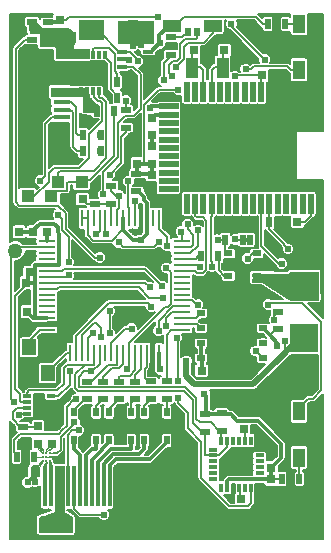
<source format=gtl>
G04 #@! TF.FileFunction,Copper,L1,Top,Signal*
%FSLAX46Y46*%
G04 Gerber Fmt 4.6, Leading zero omitted, Abs format (unit mm)*
G04 Created by KiCad (PCBNEW 4.0.1-stable) date 11/28/2016 11:50:16 AM*
%MOMM*%
G01*
G04 APERTURE LIST*
%ADD10C,0.100000*%
%ADD11R,0.300000X0.650000*%
%ADD12R,1.240000X0.775000*%
%ADD13R,2.400000X2.400000*%
%ADD14R,0.500000X0.900000*%
%ADD15R,0.900000X0.500000*%
%ADD16R,0.750000X0.800000*%
%ADD17R,0.800000X0.300000*%
%ADD18R,0.300000X0.800000*%
%ADD19R,1.000000X1.000000*%
%ADD20R,1.897380X1.897380*%
%ADD21R,1.897380X1.899920*%
%ADD22R,1.897380X1.795780*%
%ADD23R,1.597660X2.095500*%
%ADD24R,1.346200X0.398780*%
%ADD25R,0.279400X1.473200*%
%ADD26R,1.473200X0.279400*%
%ADD27R,0.850000X0.350000*%
%ADD28R,1.700000X0.500000*%
%ADD29R,0.500000X1.700000*%
%ADD30R,1.000000X1.800000*%
%ADD31R,0.800000X0.750000*%
%ADD32R,1.500000X1.000000*%
%ADD33R,0.500000X0.800000*%
%ADD34R,1.100000X1.100000*%
%ADD35R,0.300000X3.500000*%
%ADD36R,1.800000X2.200000*%
%ADD37C,1.800000*%
%ADD38R,0.800100X0.800100*%
%ADD39R,0.900000X1.700000*%
%ADD40R,1.050000X1.650000*%
%ADD41C,0.800000*%
%ADD42R,0.750000X0.500000*%
%ADD43R,3.000000X3.600000*%
%ADD44C,0.175000*%
%ADD45R,0.800000X0.500000*%
%ADD46R,1.200000X1.400000*%
%ADD47R,0.700000X0.300000*%
%ADD48R,0.800000X1.380000*%
%ADD49C,1.270000*%
%ADD50C,0.609600*%
%ADD51C,0.150000*%
%ADD52C,0.300000*%
%ADD53C,0.120000*%
%ADD54C,0.500000*%
G04 APERTURE END LIST*
D10*
D11*
X130630000Y-81737500D03*
X131130000Y-81737500D03*
X131630000Y-81737500D03*
X132130000Y-81737500D03*
X132630000Y-81737500D03*
X132630000Y-78637500D03*
X132130000Y-78637500D03*
X131630000Y-78637500D03*
X131130000Y-78637500D03*
X130630000Y-78637500D03*
D12*
X132250000Y-79800000D03*
X131010000Y-79800000D03*
X132250000Y-80575000D03*
X131010000Y-80575000D03*
D13*
X149525000Y-98225000D03*
X149525000Y-102625000D03*
D14*
X147600000Y-114575000D03*
X149100000Y-114575000D03*
D15*
X138225000Y-77150000D03*
X138225000Y-78650000D03*
D16*
X126025000Y-100425000D03*
X126025000Y-101925000D03*
D17*
X141739038Y-112078930D03*
X141739038Y-112578930D03*
X141739038Y-113078930D03*
X141739038Y-113578930D03*
X141739038Y-114078930D03*
X141739038Y-114578930D03*
D18*
X142489038Y-115328930D03*
X142989038Y-115328930D03*
X143489038Y-115328930D03*
X143989038Y-115328930D03*
X144489038Y-115328930D03*
X144989038Y-115328930D03*
D17*
X145739038Y-114578930D03*
X145739038Y-114078930D03*
X145739038Y-113578930D03*
X145739038Y-113078930D03*
X145739038Y-112578930D03*
X145739038Y-112078930D03*
D18*
X144989038Y-111328930D03*
X144489038Y-111328930D03*
X143989038Y-111328930D03*
X143489038Y-111328930D03*
X142989038Y-111328930D03*
X142489038Y-111328930D03*
D19*
X143739038Y-113328930D03*
D20*
X126291795Y-82093315D03*
D21*
X126291795Y-84491075D03*
D22*
X126291795Y-87092035D03*
D23*
X128841955Y-80193395D03*
D24*
X128968955Y-81994255D03*
X128968955Y-82644495D03*
X128968955Y-83292195D03*
X128968955Y-83939895D03*
X128968955Y-84590135D03*
D23*
X128841955Y-86390995D03*
D22*
X126291795Y-79492355D03*
D25*
X137196481Y-92484409D03*
X136688481Y-92484409D03*
X136180481Y-92484409D03*
X135697881Y-92484409D03*
X135189881Y-92484409D03*
X134681881Y-92484409D03*
X134199281Y-92484409D03*
X133691281Y-92484409D03*
X133183281Y-92484409D03*
X132675281Y-92484409D03*
X132192681Y-92484409D03*
X131684681Y-92484409D03*
X131176681Y-92484409D03*
X130694081Y-92484409D03*
X130186081Y-92484409D03*
X129678081Y-92484409D03*
D26*
X127722281Y-94440209D03*
X127722281Y-94948209D03*
X127722281Y-95456209D03*
X127722281Y-95938809D03*
X127722281Y-96446809D03*
X127722281Y-96954809D03*
X127722281Y-97437409D03*
X127722281Y-97945409D03*
X127722281Y-98453409D03*
X127722281Y-98961409D03*
X127722281Y-99444009D03*
X127722281Y-99952009D03*
X127722281Y-100460009D03*
X127722281Y-100942609D03*
X127722281Y-101450609D03*
X127722281Y-101958609D03*
D25*
X129678081Y-103914409D03*
X130186081Y-103914409D03*
X130694081Y-103914409D03*
X131176681Y-103914409D03*
X131684681Y-103914409D03*
X132192681Y-103914409D03*
X132675281Y-103914409D03*
X133183281Y-103914409D03*
X133691281Y-103914409D03*
X134199281Y-103914409D03*
X134681881Y-103914409D03*
X135189881Y-103914409D03*
X135697881Y-103914409D03*
X136180481Y-103914409D03*
X136688481Y-103914409D03*
X137196481Y-103914409D03*
D26*
X139152281Y-101958609D03*
X139152281Y-101450609D03*
X139152281Y-100942609D03*
X139152281Y-100460009D03*
X139152281Y-99952009D03*
X139152281Y-99444009D03*
X139152281Y-98961409D03*
X139152281Y-98453409D03*
X139152281Y-97945409D03*
X139152281Y-97437409D03*
X139152281Y-96954809D03*
X139152281Y-96446809D03*
X139152281Y-95938809D03*
X139152281Y-95456209D03*
X139152281Y-94948209D03*
X139152281Y-94440209D03*
D15*
X131105000Y-107830000D03*
X131105000Y-106330000D03*
D27*
X136300000Y-79675000D03*
X136300000Y-79025000D03*
X136300000Y-78375000D03*
X134100000Y-78375000D03*
X134100000Y-79025000D03*
X134100000Y-79675000D03*
D28*
X138013348Y-82326518D03*
X138013348Y-83026518D03*
X138013348Y-83726518D03*
X138013348Y-84426518D03*
X138013348Y-85126518D03*
X138013348Y-85826518D03*
X138013348Y-86526518D03*
X138013348Y-87226518D03*
X138013348Y-87926518D03*
X138013348Y-88626518D03*
X138013348Y-89326518D03*
X138013348Y-90026518D03*
X138013348Y-90726518D03*
D29*
X150763348Y-81776518D03*
X150063348Y-81776518D03*
X139563348Y-91276518D03*
X140263348Y-91276518D03*
X140963348Y-91276518D03*
X141663348Y-91276518D03*
X142363348Y-91276518D03*
X143063348Y-91276518D03*
X143763348Y-91276518D03*
X144463348Y-91276518D03*
X145163348Y-91276518D03*
X145863348Y-91276518D03*
X146563348Y-91276518D03*
X147263348Y-91276518D03*
X147963348Y-91276518D03*
X148663348Y-91276518D03*
X149363348Y-91276518D03*
X150063348Y-91276518D03*
X150763348Y-91276518D03*
X145863348Y-81776518D03*
X145163348Y-81776518D03*
X144463348Y-81776518D03*
X143763348Y-81776518D03*
X143063348Y-81776518D03*
X142363348Y-81776518D03*
X141663348Y-81776518D03*
X140963348Y-81776518D03*
X140263348Y-81776518D03*
X139563348Y-81776518D03*
D30*
X142594348Y-79775000D03*
X140044348Y-79775000D03*
D16*
X126250000Y-97085000D03*
X126250000Y-95585000D03*
X125975000Y-97950000D03*
X125975000Y-99450000D03*
X125375000Y-93650000D03*
X125375000Y-92150000D03*
X127731000Y-93652000D03*
X127731000Y-92152000D03*
X126575000Y-93650000D03*
X126575000Y-92150000D03*
D31*
X140825000Y-105400000D03*
X142325000Y-105400000D03*
X130750000Y-90875000D03*
X129250000Y-90875000D03*
D16*
X131144146Y-82686050D03*
X131144146Y-84186050D03*
D31*
X129300000Y-78600000D03*
X127800000Y-78600000D03*
D16*
X128155000Y-111630000D03*
X128155000Y-110130000D03*
X126955000Y-111620000D03*
X126955000Y-110120000D03*
D31*
X126705000Y-113950000D03*
X125205000Y-113950000D03*
X148925000Y-92800000D03*
X147425000Y-92800000D03*
D16*
X135375000Y-87875000D03*
X135375000Y-86375000D03*
X136575000Y-88800000D03*
X136575000Y-90300000D03*
D31*
X145925000Y-80400000D03*
X147425000Y-80400000D03*
X142741000Y-78275000D03*
X144241000Y-78275000D03*
X140150000Y-78250000D03*
X141650000Y-78250000D03*
D16*
X146725000Y-116100000D03*
X146725000Y-114600000D03*
X146725000Y-112125000D03*
X146725000Y-113625000D03*
D31*
X145675000Y-116275000D03*
X144175000Y-116275000D03*
D16*
X144400000Y-108850000D03*
X144400000Y-110350000D03*
D32*
X138275000Y-76200000D03*
X141775000Y-76200000D03*
D33*
X139625000Y-76700000D03*
X140425000Y-76700000D03*
D34*
X128100000Y-90650000D03*
X126100000Y-90650000D03*
X130650000Y-89400000D03*
X128650000Y-89400000D03*
D16*
X136590000Y-83975000D03*
X136590000Y-85475000D03*
X136590000Y-86375000D03*
X136590000Y-87875000D03*
D35*
X133035000Y-115180000D03*
X132535000Y-115180000D03*
X132035000Y-115180000D03*
X131535000Y-115180000D03*
X131035000Y-115180000D03*
X130535000Y-115180000D03*
X130035000Y-115180000D03*
X129535000Y-115180000D03*
X129035000Y-115180000D03*
X128535000Y-115180000D03*
D36*
X134935000Y-117280000D03*
X125635000Y-117280000D03*
D35*
X128035000Y-115180000D03*
X127535000Y-115180000D03*
D37*
X149800000Y-94150000D03*
X147400000Y-106550000D03*
X149800000Y-106550000D03*
D38*
X128825000Y-75700000D03*
X128825000Y-77600000D03*
X130823980Y-76650000D03*
D15*
X133175000Y-91250000D03*
X133175000Y-89750000D03*
X131816937Y-91251003D03*
X131816937Y-89751003D03*
X141125000Y-109100000D03*
X141125000Y-110600000D03*
X142500000Y-109000000D03*
X142500000Y-110500000D03*
D14*
X132285000Y-85455000D03*
X130785000Y-85455000D03*
X132275000Y-86805000D03*
X130775000Y-86805000D03*
X133419146Y-83411050D03*
X131919146Y-83411050D03*
D15*
X147325000Y-100400000D03*
X147325000Y-101900000D03*
D14*
X135175000Y-82300000D03*
X133675000Y-82300000D03*
D15*
X127800000Y-77400000D03*
X127800000Y-75900000D03*
D14*
X144300000Y-94300000D03*
X142800000Y-94300000D03*
D15*
X134425000Y-83325000D03*
X134425000Y-84825000D03*
X126450000Y-75875000D03*
X126450000Y-77375000D03*
D14*
X144900000Y-94300000D03*
X146400000Y-94300000D03*
D15*
X125675000Y-110140000D03*
X125675000Y-111640000D03*
D14*
X146550000Y-92825000D03*
X145050000Y-92825000D03*
D15*
X135300000Y-88725000D03*
X135300000Y-90225000D03*
D14*
X146415000Y-76060000D03*
X147915000Y-76060000D03*
X126650000Y-112690000D03*
X125150000Y-112690000D03*
X135175000Y-80950000D03*
X133675000Y-80950000D03*
D39*
X135000000Y-76525000D03*
X132100000Y-76525000D03*
D14*
X142225000Y-95700000D03*
X140725000Y-95700000D03*
D15*
X137855000Y-107810000D03*
X137855000Y-106310000D03*
X136505000Y-107810000D03*
X136505000Y-106310000D03*
X135165000Y-107820000D03*
X135165000Y-106320000D03*
X133815000Y-107820000D03*
X133815000Y-106320000D03*
X132465000Y-107830000D03*
X132465000Y-106330000D03*
D40*
X149050000Y-112750000D03*
X150450000Y-112750000D03*
X150450000Y-108850000D03*
X149050000Y-108850000D03*
D41*
X150550000Y-108775000D03*
X150550000Y-112825000D03*
D42*
X146025000Y-104355000D03*
X146025000Y-103085000D03*
X146025000Y-101815000D03*
X146025000Y-100545000D03*
X140775000Y-100545000D03*
X140775000Y-101815000D03*
X140775000Y-103085000D03*
X140775000Y-104355000D03*
D43*
X143400000Y-102450000D03*
D44*
X127664855Y-112705275D03*
X127364855Y-112705275D03*
X127964855Y-112405275D03*
X127664855Y-112405275D03*
X127364855Y-112405275D03*
X127964855Y-113005275D03*
X127664855Y-113005275D03*
X127364855Y-113005275D03*
X127964855Y-112705275D03*
D45*
X143075000Y-96425000D03*
X143075000Y-95475000D03*
X143075000Y-97375000D03*
X145475000Y-97375000D03*
X145475000Y-96425000D03*
X145475000Y-95475000D03*
D33*
X136914537Y-108901383D03*
X137864537Y-108901383D03*
X135964537Y-108901383D03*
X135964537Y-111301383D03*
X136914537Y-111301383D03*
X137864537Y-111301383D03*
X133914537Y-108901383D03*
X134864537Y-108901383D03*
X132964537Y-108901383D03*
X132964537Y-111301383D03*
X133914537Y-111301383D03*
X134864537Y-111301383D03*
X130935000Y-108905000D03*
X131885000Y-108905000D03*
X129985000Y-108905000D03*
X129985000Y-111305000D03*
X130935000Y-111305000D03*
X131885000Y-111305000D03*
D46*
X126175000Y-103425000D03*
X126175000Y-105625000D03*
X127775000Y-103425000D03*
X127775000Y-105625000D03*
D40*
X149050000Y-79925000D03*
X150450000Y-79925000D03*
X150450000Y-76025000D03*
X149050000Y-76025000D03*
D41*
X150550000Y-75950000D03*
X150550000Y-80000000D03*
D47*
X128035000Y-109060000D03*
X128035000Y-108560000D03*
X128035000Y-108060000D03*
X128035000Y-107560000D03*
X126035000Y-107560000D03*
X126035000Y-108060000D03*
X126035000Y-108560000D03*
X126035000Y-109060000D03*
D48*
X127035000Y-108310000D03*
D49*
X125050000Y-95225000D03*
D50*
X135672678Y-94321255D03*
X137307288Y-105289437D03*
X137267829Y-77682584D03*
X136477794Y-83120188D03*
X141049078Y-107340743D03*
X147225000Y-103300000D03*
X140825000Y-105325000D03*
X136850000Y-117300000D03*
X136825000Y-115475000D03*
X136825000Y-113725000D03*
X134850000Y-113775000D03*
X133450000Y-119125000D03*
X134950000Y-119125000D03*
X134935000Y-117280000D03*
X134925000Y-115450000D03*
X142949466Y-102270218D03*
X143803637Y-102270218D03*
X142152295Y-102289686D03*
X145325000Y-105000000D03*
X144575000Y-105000000D03*
X143825000Y-105000000D03*
X143075000Y-105000000D03*
X144575000Y-105750000D03*
X143825000Y-105750000D03*
X141679818Y-105763099D03*
X143475000Y-107375000D03*
X143075000Y-105750000D03*
X127000000Y-107625000D03*
X126584286Y-106545190D03*
X135209403Y-93675811D03*
X134050000Y-97415599D03*
X135075000Y-100425000D03*
X135100000Y-98875000D03*
X134100000Y-98875000D03*
X135975000Y-96250000D03*
X134975000Y-96250000D03*
X133975000Y-96250000D03*
X132975000Y-96250000D03*
X135975000Y-95450000D03*
X134975000Y-95450000D03*
X133975000Y-95450000D03*
X133100000Y-98875000D03*
X132975000Y-95450000D03*
X128968955Y-84647287D03*
X131144146Y-84186050D03*
X142152295Y-103039686D03*
X143152295Y-103039686D03*
X144152295Y-103039686D03*
X140927813Y-98312112D03*
X141927813Y-98312112D03*
X142927813Y-98312112D03*
X143927813Y-98312112D03*
X136528556Y-105516174D03*
X136206874Y-102352226D03*
X141642794Y-78281805D03*
X138200000Y-77900000D03*
X137320198Y-78600000D03*
X136055686Y-79777080D03*
X134335796Y-80304803D03*
X132502596Y-80281512D03*
X125719015Y-89645188D03*
X125350000Y-92675000D03*
X125582134Y-99416324D03*
X125325000Y-96425000D03*
X144637990Y-96768265D03*
X143944600Y-96780430D03*
X144625000Y-98300000D03*
X144620198Y-97550000D03*
X143929802Y-97575000D03*
X125945198Y-112950000D03*
X128502595Y-112935084D03*
X146975000Y-78050000D03*
X147000000Y-77175000D03*
X145475000Y-76500000D03*
X146150000Y-77200000D03*
X146125000Y-78075000D03*
X145375000Y-77325000D03*
X144700000Y-76650000D03*
X143125000Y-77025000D03*
X144950000Y-78950000D03*
X143725000Y-79250000D03*
X143725000Y-78400000D03*
X143725000Y-77600000D03*
X150525000Y-78625000D03*
X150500000Y-77300000D03*
X147475000Y-108975000D03*
X146475000Y-108975000D03*
X145475000Y-108975000D03*
X147475000Y-108175000D03*
X146475000Y-108175000D03*
X145475000Y-107375000D03*
X144475000Y-107375000D03*
X142475000Y-107375000D03*
X145475000Y-108175000D03*
X144475000Y-108175000D03*
X143475000Y-108175000D03*
X142475000Y-108175000D03*
X147175000Y-95225000D03*
X146325000Y-96100000D03*
X146725000Y-117100000D03*
X145650000Y-117100000D03*
X143250000Y-116175000D03*
X146075000Y-111275000D03*
X143750000Y-112325000D03*
X142750000Y-113325000D03*
X144750000Y-113325000D03*
X136835888Y-110430932D03*
X136843150Y-109755542D03*
X136117932Y-110446571D03*
X137540051Y-110451434D03*
X138260591Y-110447642D03*
X138256799Y-109795364D03*
X137540051Y-109783987D03*
X136117286Y-109789628D03*
X135423703Y-109782441D03*
X135423703Y-110432899D03*
X134018569Y-109786035D03*
X134751683Y-109796816D03*
X134744495Y-110446569D03*
X134022163Y-110422118D03*
X133332173Y-110422118D03*
X132020190Y-110450198D03*
X132020190Y-109759802D03*
X133329294Y-109741469D03*
X135445191Y-85275000D03*
X138528389Y-91350000D03*
X126965331Y-87101650D03*
X128279127Y-87101648D03*
X124925000Y-108025000D03*
X125373536Y-109118948D03*
X147900000Y-102900000D03*
X139527899Y-104581417D03*
X133828393Y-90593213D03*
X134660381Y-79065804D03*
X127450000Y-118725000D03*
X128150000Y-118725000D03*
X127450000Y-117975000D03*
X129550000Y-118725000D03*
X128850000Y-118725000D03*
X129550000Y-117975000D03*
X128850000Y-117975000D03*
X128150000Y-117975000D03*
X134125000Y-77425000D03*
X135660976Y-77798705D03*
X135000000Y-77900000D03*
X134125000Y-76725000D03*
X134150000Y-76025000D03*
X126075000Y-114850000D03*
X126725000Y-114800000D03*
X136400000Y-76775000D03*
X135875000Y-77150000D03*
X136375000Y-76125000D03*
X135850000Y-76500000D03*
X138858536Y-81621682D03*
X143640191Y-80471706D03*
X138645188Y-79720876D03*
X140501681Y-93515949D03*
X138345179Y-80490299D03*
X139626997Y-92995186D03*
X127152564Y-89320743D03*
X129550000Y-97325000D03*
X128650000Y-92200000D03*
X129550000Y-96225000D03*
X131487590Y-105464701D03*
X129652928Y-105455646D03*
X137601916Y-80821726D03*
X139068216Y-93636142D03*
X132282990Y-102540632D03*
X130050000Y-109759802D03*
X137819644Y-101607117D03*
X146025000Y-103085000D03*
X134619167Y-89366880D03*
X132230191Y-85455000D03*
X135159121Y-90989371D03*
X132230191Y-86805000D03*
X144558046Y-79856673D03*
X137900000Y-94849089D03*
X140500000Y-99800000D03*
X146450000Y-99800000D03*
X133024279Y-100349277D03*
X132199508Y-95824011D03*
X133042396Y-102233816D03*
X130397908Y-110435978D03*
X132550000Y-117575000D03*
X134462277Y-105287277D03*
X143650000Y-94275000D03*
X137825000Y-96700000D03*
X136410521Y-98340168D03*
X136569713Y-99964920D03*
X146975000Y-101100000D03*
X137507470Y-99248952D03*
X137485222Y-98256752D03*
X148125000Y-95100000D03*
X147600000Y-96350000D03*
X144702020Y-95914732D03*
X143337599Y-76055765D03*
X146153956Y-79070899D03*
X137124560Y-75484379D03*
X137175000Y-94500000D03*
X133791395Y-94528159D03*
X133021748Y-88791411D03*
X131900000Y-93849989D03*
X142175000Y-94300000D03*
X131610580Y-102187256D03*
X130180368Y-107805368D03*
X132475000Y-90475000D03*
X132722491Y-93789459D03*
X134900000Y-101850000D03*
X145400000Y-103725000D03*
X141709610Y-96595729D03*
X140650000Y-96604802D03*
X137181940Y-102019843D03*
X138702063Y-102611301D03*
X138805528Y-107696519D03*
X138800000Y-106275191D03*
X130050000Y-78600000D03*
X129750000Y-77750000D03*
X129900000Y-77000000D03*
X129300000Y-76625000D03*
X128600000Y-76625000D03*
X127900000Y-76625000D03*
X127200000Y-76625000D03*
X126500000Y-76625000D03*
X135420440Y-79215152D03*
X134379802Y-82525000D03*
D51*
X146725000Y-114600000D02*
X147575000Y-114600000D01*
X147575000Y-114600000D02*
X147600000Y-114575000D01*
X126035000Y-108060000D02*
X125535000Y-108060000D01*
X125535000Y-108060000D02*
X125459999Y-107984999D01*
X125459999Y-107984999D02*
X125459999Y-107363209D01*
X125459999Y-107363209D02*
X125009904Y-106913114D01*
X125009904Y-106913114D02*
X125009904Y-99060096D01*
D52*
X134199281Y-92484409D02*
X134199281Y-93521009D01*
X134199281Y-93521009D02*
X134999527Y-94321255D01*
X134999527Y-94321255D02*
X135672678Y-94321255D01*
X136180481Y-93813452D02*
X135672678Y-94321255D01*
X136180481Y-92484409D02*
X136180481Y-93813452D01*
D51*
X130694081Y-92484409D02*
X131176681Y-92484409D01*
D52*
X135447410Y-90225000D02*
X135300000Y-90225000D01*
X136180481Y-92484409D02*
X136180481Y-91220483D01*
X135899999Y-90677589D02*
X135447410Y-90225000D01*
X135899999Y-90940001D02*
X135899999Y-90677589D01*
X136180481Y-91220483D02*
X135899999Y-90940001D01*
X137196481Y-103914409D02*
X137196481Y-105178630D01*
X137196481Y-105178630D02*
X137307288Y-105289437D01*
X137225000Y-77639755D02*
X137267829Y-77682584D01*
X138025000Y-76200000D02*
X137225000Y-77000000D01*
X138275000Y-76200000D02*
X138025000Y-76200000D01*
X137242416Y-77682584D02*
X137267829Y-77682584D01*
X136550000Y-78375000D02*
X137242416Y-77682584D01*
X136300000Y-78375000D02*
X136550000Y-78375000D01*
X137225000Y-77000000D02*
X137225000Y-77639755D01*
X126685680Y-97975020D02*
X126685680Y-99589742D01*
X126685660Y-99589762D02*
X126685660Y-100942588D01*
X126685680Y-99589742D02*
X126685660Y-99589762D01*
X126685681Y-100942609D02*
X127722281Y-100942609D01*
X126685660Y-97975000D02*
X126685680Y-97975020D01*
D51*
X125009904Y-99060096D02*
X126090000Y-97980000D01*
D52*
X126685660Y-100942588D02*
X126685681Y-100942609D01*
X147225000Y-103015000D02*
X146625000Y-102415000D01*
D51*
X147125000Y-101900000D02*
X146625000Y-102400000D01*
D52*
X146625000Y-102415000D02*
X146025000Y-101815000D01*
D51*
X146625000Y-102400000D02*
X146625000Y-102415000D01*
D52*
X136571464Y-83026518D02*
X136477794Y-83120188D01*
X138013348Y-83026518D02*
X136571464Y-83026518D01*
D51*
X145385643Y-75430643D02*
X146015000Y-76060000D01*
X139294357Y-75430643D02*
X145385643Y-75430643D01*
X146015000Y-76060000D02*
X146415000Y-76060000D01*
X138525000Y-76200000D02*
X139294357Y-75430643D01*
X138275000Y-76200000D02*
X138525000Y-76200000D01*
D52*
X126685660Y-97075000D02*
X126685660Y-97975000D01*
X125975000Y-97950000D02*
X126660660Y-97950000D01*
X126660660Y-97950000D02*
X126685660Y-97975000D01*
X126685660Y-96446830D02*
X126685660Y-97075000D01*
X126100000Y-97085000D02*
X126675660Y-97085000D01*
X126675660Y-97085000D02*
X126685660Y-97075000D01*
X127722281Y-96446809D02*
X126685680Y-96446810D01*
X126685680Y-96446810D02*
X126685660Y-96446830D01*
X125975000Y-97950000D02*
X125975000Y-97975000D01*
X127722281Y-100942609D02*
X126542609Y-100942609D01*
X126542609Y-100942609D02*
X126025000Y-100425000D01*
X141225000Y-107516665D02*
X141049078Y-107340743D01*
X141225000Y-109100000D02*
X141225000Y-107516665D01*
X147225000Y-103300000D02*
X147225000Y-103015000D01*
X146655038Y-113672930D02*
X146655038Y-113647930D01*
X146655038Y-113647930D02*
X147551913Y-112751055D01*
X147551913Y-112751055D02*
X147551913Y-111588603D01*
X142575000Y-109100000D02*
X141225000Y-109100000D01*
X147551913Y-111588603D02*
X145588311Y-109625001D01*
X145588311Y-109625001D02*
X143850001Y-109625001D01*
X143850001Y-109625001D02*
X143325000Y-109100000D01*
X143325000Y-109100000D02*
X142575000Y-109100000D01*
D51*
X147125000Y-101900000D02*
X147325000Y-101900000D01*
D52*
X126575000Y-93492998D02*
X126575000Y-93650000D01*
X128346001Y-92951999D02*
X127115999Y-92951999D01*
X128638358Y-93244357D02*
X128346001Y-92951999D01*
X128758882Y-93801136D02*
X128638358Y-93680612D01*
X128758882Y-96446808D02*
X128758882Y-93801136D01*
X128638358Y-93680612D02*
X128638358Y-93244357D01*
X127722281Y-96446809D02*
X128758882Y-96446808D01*
X127115999Y-92951999D02*
X126575000Y-93492998D01*
X126000000Y-97980000D02*
X126000000Y-97955000D01*
D51*
X146650000Y-114600000D02*
X146650000Y-114625000D01*
X131176681Y-92484409D02*
X131176681Y-93910776D01*
X131176681Y-93910776D02*
X131645695Y-94379790D01*
X131645695Y-94379790D02*
X133190500Y-94379790D01*
X133190500Y-94379790D02*
X134199281Y-93371009D01*
X134199281Y-93371009D02*
X134199281Y-92484409D01*
X126575000Y-93650000D02*
X126575000Y-93625000D01*
D52*
X125375000Y-93650000D02*
X126575000Y-93650000D01*
X146025000Y-101815000D02*
X146150000Y-101815000D01*
X140775000Y-104355000D02*
X140775000Y-103085000D01*
X145739038Y-114578930D02*
X146628930Y-114578930D01*
X126090000Y-97980000D02*
X126090000Y-97955000D01*
X146655038Y-113672930D02*
X146655038Y-114594962D01*
X146655038Y-114594962D02*
X146650000Y-114600000D01*
X142989038Y-115328930D02*
X142989038Y-114738928D01*
X142989038Y-114738928D02*
X143149036Y-114578930D01*
X143149036Y-114578930D02*
X145739038Y-114578930D01*
D51*
X146650000Y-114600000D02*
X146650000Y-113677968D01*
X146650000Y-113677968D02*
X146655038Y-113672930D01*
X146628930Y-114578930D02*
X146650000Y-114600000D01*
D52*
X140825000Y-105325000D02*
X140825000Y-104405000D01*
X140825000Y-104405000D02*
X140775000Y-104355000D01*
X127722281Y-96446809D02*
X126738191Y-96446809D01*
X126100000Y-97085000D02*
X126100000Y-97945000D01*
X126100000Y-97945000D02*
X126090000Y-97955000D01*
D51*
X134850000Y-113775000D02*
X136775000Y-113775000D01*
X136775000Y-113775000D02*
X136825000Y-113725000D01*
X134950000Y-119125000D02*
X133450000Y-119125000D01*
X134935000Y-117280000D02*
X134935000Y-119110000D01*
X134935000Y-119110000D02*
X134950000Y-119125000D01*
X134935000Y-117280000D02*
X134935000Y-116030000D01*
X134935000Y-116030000D02*
X134925000Y-116020000D01*
X134925000Y-116020000D02*
X134925000Y-115450000D01*
X144575000Y-105750000D02*
X143825000Y-105750000D01*
X145325000Y-105000000D02*
X144575000Y-105750000D01*
X144575000Y-105000000D02*
X145325000Y-105000000D01*
X143825000Y-105000000D02*
X144575000Y-105000000D01*
X143075000Y-105000000D02*
X143825000Y-105000000D01*
X143075000Y-105750000D02*
X143075000Y-105000000D01*
D52*
X141984617Y-105458300D02*
X141679818Y-105763099D01*
X142042917Y-105400000D02*
X141984617Y-105458300D01*
X142325000Y-105400000D02*
X142042917Y-105400000D01*
D51*
X142325000Y-105400000D02*
X142875000Y-105400000D01*
X142475000Y-107375000D02*
X143475000Y-107375000D01*
X142725000Y-105400000D02*
X143075000Y-105750000D01*
X143475000Y-107375000D02*
X144475000Y-107375000D01*
X142325000Y-105400000D02*
X142725000Y-105400000D01*
X143512134Y-106037134D02*
X144453025Y-106037134D01*
X145176915Y-104450507D02*
X145176915Y-105313244D01*
X145176915Y-105313244D02*
X144638812Y-105851347D01*
X144457094Y-103344485D02*
X144457094Y-103730686D01*
X144457094Y-103730686D02*
X145176915Y-104450507D01*
X144152295Y-103039686D02*
X144457094Y-103344485D01*
X144453025Y-106037134D02*
X144638812Y-105851347D01*
X142875000Y-105400000D02*
X143512134Y-106037134D01*
X135697881Y-92484409D02*
X135697881Y-93371009D01*
X135697881Y-93371009D02*
X135393079Y-93675811D01*
X135393079Y-93675811D02*
X135209403Y-93675811D01*
D52*
X134100000Y-98875000D02*
X135100000Y-98875000D01*
X133100000Y-98875000D02*
X134100000Y-98875000D01*
D51*
X133975000Y-96250000D02*
X132975000Y-96250000D01*
X134975000Y-96250000D02*
X133975000Y-96250000D01*
X135975000Y-96250000D02*
X134975000Y-96250000D01*
X135975000Y-95450000D02*
X135975000Y-96250000D01*
X134975000Y-95450000D02*
X135975000Y-95450000D01*
X133975000Y-95450000D02*
X134975000Y-95450000D01*
X132975000Y-95450000D02*
X133975000Y-95450000D01*
X127722281Y-101450609D02*
X130524391Y-101450609D01*
X130524391Y-101450609D02*
X133100000Y-98875000D01*
X130186081Y-92484409D02*
X130186081Y-93371009D01*
X130186081Y-93371009D02*
X131494872Y-94679800D01*
X131494872Y-94679800D02*
X132204800Y-94679800D01*
X132204800Y-94679800D02*
X132975000Y-95450000D01*
D52*
X128968955Y-84590135D02*
X128968955Y-84647287D01*
D51*
X136688481Y-105356249D02*
X136528556Y-105516174D01*
X136688481Y-103914409D02*
X136688481Y-105356249D01*
X136688481Y-103914409D02*
X136688481Y-102833833D01*
X136688481Y-102833833D02*
X136206874Y-102352226D01*
D52*
X141642794Y-78257206D02*
X141642794Y-78281805D01*
X141650000Y-78250000D02*
X141642794Y-78257206D01*
D51*
X137320198Y-78600000D02*
X137320198Y-78449800D01*
X137320198Y-78449800D02*
X137869998Y-77900000D01*
X137869998Y-77900000D02*
X138200000Y-77900000D01*
X136300000Y-79025000D02*
X136895198Y-79025000D01*
X136895198Y-79025000D02*
X137320198Y-78600000D01*
X136300000Y-79025000D02*
X136744998Y-79025000D01*
X136744998Y-79025000D02*
X137894998Y-77875000D01*
X137894998Y-77875000D02*
X138050000Y-77875000D01*
X136300000Y-79025000D02*
X136838288Y-79025000D01*
X136838288Y-79025000D02*
X137575000Y-78288288D01*
D52*
X136300000Y-79675000D02*
X136157766Y-79675000D01*
X136157766Y-79675000D02*
X136055686Y-79777080D01*
D51*
X134729803Y-80304803D02*
X134335796Y-80304803D01*
X135175000Y-80950000D02*
X135175000Y-80750000D01*
X135175000Y-80750000D02*
X134729803Y-80304803D01*
X135175000Y-80950000D02*
X134455093Y-80950000D01*
X134455093Y-80950000D02*
X134379816Y-80874723D01*
X125975000Y-99450000D02*
X125615810Y-99450000D01*
X125615810Y-99450000D02*
X125582134Y-99416324D01*
X144637990Y-96712010D02*
X144637990Y-96768265D01*
X144925000Y-96425000D02*
X144637990Y-96712010D01*
X145475000Y-96425000D02*
X144925000Y-96425000D01*
X143944600Y-96744600D02*
X143944600Y-96780430D01*
X143625000Y-96425000D02*
X143944600Y-96744600D01*
X143075000Y-96425000D02*
X143625000Y-96425000D01*
X143929802Y-96795228D02*
X143944600Y-96780430D01*
X143929802Y-97575000D02*
X143929802Y-96795228D01*
X144620198Y-97550000D02*
X144620198Y-98295198D01*
X144620198Y-98295198D02*
X144625000Y-98300000D01*
X128419725Y-112705275D02*
X128419725Y-112852214D01*
X128419725Y-112852214D02*
X128502595Y-112935084D01*
D52*
X145475000Y-76500000D02*
X146150000Y-77175000D01*
X146150000Y-77175000D02*
X147000000Y-77175000D01*
X146125000Y-78075000D02*
X146125000Y-77225000D01*
X146125000Y-77225000D02*
X146150000Y-77200000D01*
X144700000Y-76650000D02*
X145375000Y-77325000D01*
X143725000Y-77600000D02*
X143700000Y-77600000D01*
X143700000Y-77600000D02*
X143125000Y-77025000D01*
X144241000Y-78275000D02*
X144275000Y-78275000D01*
X144275000Y-78275000D02*
X144950000Y-78950000D01*
X144241000Y-78275000D02*
X144241000Y-78734000D01*
X144241000Y-78734000D02*
X143725000Y-79250000D01*
X144241000Y-78275000D02*
X143850000Y-78275000D01*
X143850000Y-78275000D02*
X143725000Y-78400000D01*
X144241000Y-78275000D02*
X144241000Y-78116000D01*
X144241000Y-78116000D02*
X143725000Y-77600000D01*
X150550000Y-80000000D02*
X150550000Y-78650000D01*
X150550000Y-78650000D02*
X150525000Y-78625000D01*
X150550000Y-75950000D02*
X150550000Y-77250000D01*
X150550000Y-77250000D02*
X150500000Y-77300000D01*
D51*
X147475000Y-108175000D02*
X147475000Y-108975000D01*
X146475000Y-108175000D02*
X147475000Y-108175000D01*
X146475000Y-108975000D02*
X146475000Y-108175000D01*
X145475000Y-108175000D02*
X146475000Y-108175000D01*
X145475000Y-108175000D02*
X145475000Y-108975000D01*
X144475000Y-108175000D02*
X145475000Y-108175000D01*
X143475000Y-108175000D02*
X144475000Y-108175000D01*
X142475000Y-108175000D02*
X143475000Y-108175000D01*
X144475000Y-107375000D02*
X145475000Y-107375000D01*
X142475000Y-108175000D02*
X142475000Y-107375000D01*
X144400000Y-108850000D02*
X144400000Y-108825000D01*
X143750000Y-108175000D02*
X142475000Y-108175000D01*
X144400000Y-108825000D02*
X143750000Y-108175000D01*
X145475000Y-96425000D02*
X146000000Y-96425000D01*
X146000000Y-96425000D02*
X146325000Y-96100000D01*
X146725000Y-116100000D02*
X146725000Y-117100000D01*
X145675000Y-116275000D02*
X145675000Y-117075000D01*
X145675000Y-117075000D02*
X145650000Y-117100000D01*
X143489038Y-115328930D02*
X143489038Y-115935962D01*
X143489038Y-115935962D02*
X143250000Y-116175000D01*
X146725000Y-112125000D02*
X146725000Y-111925000D01*
X146725000Y-111925000D02*
X146075000Y-111275000D01*
X143739038Y-113328930D02*
X143739038Y-112335962D01*
X143739038Y-112335962D02*
X143750000Y-112325000D01*
X143739038Y-113328930D02*
X142753930Y-113328930D01*
X142753930Y-113328930D02*
X142750000Y-113325000D01*
X143739038Y-113328930D02*
X144746070Y-113328930D01*
X144746070Y-113328930D02*
X144750000Y-113325000D01*
X136856390Y-110451434D02*
X136835888Y-110430932D01*
X137540051Y-110451434D02*
X136856390Y-110451434D01*
X136914537Y-110509581D02*
X136835888Y-110430932D01*
X136914537Y-111301383D02*
X136914537Y-110509581D01*
X136117932Y-110446571D02*
X136820249Y-110446571D01*
X136820249Y-110446571D02*
X136835888Y-110430932D01*
X136809064Y-109789628D02*
X136843150Y-109755542D01*
X136117286Y-109789628D02*
X136809064Y-109789628D01*
X136914537Y-109684155D02*
X136843150Y-109755542D01*
X136914537Y-108901383D02*
X136914537Y-109684155D01*
X136871595Y-109783987D02*
X136843150Y-109755542D01*
X137540051Y-109783987D02*
X136871595Y-109783987D01*
X136104260Y-110432899D02*
X136117932Y-110446571D01*
X135423703Y-110432899D02*
X136104260Y-110432899D01*
X137543843Y-110447642D02*
X137540051Y-110451434D01*
X138260591Y-110447642D02*
X137543843Y-110447642D01*
X138245422Y-109783987D02*
X138256799Y-109795364D01*
X137540051Y-109783987D02*
X138245422Y-109783987D01*
X136110099Y-109782441D02*
X136117286Y-109789628D01*
X135423703Y-109782441D02*
X136110099Y-109782441D01*
X135409328Y-109796816D02*
X135423703Y-109782441D01*
X134751683Y-109796816D02*
X135409328Y-109796816D01*
X134744495Y-110446569D02*
X135410033Y-110446569D01*
X135410033Y-110446569D02*
X135423703Y-110432899D01*
X133974003Y-109741469D02*
X134018569Y-109786035D01*
X133329294Y-109741469D02*
X133974003Y-109741469D01*
X134029350Y-109796816D02*
X134018569Y-109786035D01*
X134751683Y-109796816D02*
X134029350Y-109796816D01*
X134720044Y-110422118D02*
X134744495Y-110446569D01*
X134022163Y-110422118D02*
X134720044Y-110422118D01*
X133914537Y-110529744D02*
X134022163Y-110422118D01*
X133332173Y-110422118D02*
X134022163Y-110422118D01*
X133914537Y-111301383D02*
X133914537Y-110529744D01*
X132094351Y-110422118D02*
X133332173Y-110422118D01*
X132025000Y-110491469D02*
X132094351Y-110422118D01*
X132025000Y-110491469D02*
X131598531Y-110491469D01*
X132025000Y-110491469D02*
X132025000Y-110455008D01*
X132025000Y-110455008D02*
X132020190Y-110450198D01*
X131925000Y-109741469D02*
X133329294Y-109741469D01*
X131621469Y-109741469D02*
X131925000Y-109741469D01*
X132001857Y-109741469D02*
X132020190Y-109759802D01*
X131925000Y-109741469D02*
X132001857Y-109741469D01*
X130935000Y-108905000D02*
X130935000Y-109055000D01*
X130935000Y-109055000D02*
X131621469Y-109741469D01*
X131598531Y-110491469D02*
X130935000Y-111155000D01*
X130935000Y-111155000D02*
X130935000Y-111305000D01*
X133914537Y-108901383D02*
X133914537Y-109156226D01*
X133914537Y-109156226D02*
X133329294Y-109741469D01*
X135375000Y-86375000D02*
X135375000Y-85345191D01*
X135375000Y-85345191D02*
X135445191Y-85275000D01*
X138013348Y-90726518D02*
X138013348Y-90834959D01*
X138013348Y-90834959D02*
X138528389Y-91350000D01*
X127035000Y-108310000D02*
X127035000Y-107660000D01*
X127035000Y-107660000D02*
X127000000Y-107625000D01*
X126025000Y-101925000D02*
X126025000Y-101900000D01*
X126025000Y-101900000D02*
X125424999Y-101299999D01*
X125550000Y-99455000D02*
X126075000Y-99455000D01*
X125424999Y-101299999D02*
X125424999Y-99580001D01*
X125424999Y-99580001D02*
X125550000Y-99455000D01*
X126000000Y-101875000D02*
X126000000Y-101900000D01*
D52*
X126000000Y-101825000D02*
X126374391Y-101450609D01*
X126374391Y-101450609D02*
X127722281Y-101450609D01*
D51*
X126090000Y-101825000D02*
X126090000Y-101800000D01*
D53*
X127964855Y-112705275D02*
X128419725Y-112705275D01*
D52*
X138013348Y-90726518D02*
X137001518Y-90726518D01*
X137001518Y-90726518D02*
X136575000Y-90300000D01*
D53*
X127664855Y-112705275D02*
X127964855Y-112705275D01*
D52*
X127731000Y-93652000D02*
X127731000Y-94431490D01*
X127731000Y-94431490D02*
X127722281Y-94440209D01*
D53*
X127664855Y-112010145D02*
X128045000Y-111630000D01*
X128045000Y-111630000D02*
X128155000Y-111630000D01*
X127664855Y-112405275D02*
X127664855Y-112010145D01*
X127975000Y-112025000D02*
X128155000Y-111845000D01*
X128155000Y-111845000D02*
X128155000Y-111630000D01*
X127921387Y-112025000D02*
X127975000Y-112025000D01*
X127664855Y-112405275D02*
X127664855Y-112281532D01*
X127664855Y-112281532D02*
X127921387Y-112025000D01*
X128017226Y-112107774D02*
X128155000Y-111970000D01*
X128155000Y-111970000D02*
X128155000Y-111630000D01*
X127822054Y-112107774D02*
X128017226Y-112107774D01*
X127664855Y-112405275D02*
X127664855Y-112264973D01*
X127664855Y-112264973D02*
X127822054Y-112107774D01*
X127664855Y-112405275D02*
X127664855Y-112120145D01*
X127664855Y-112120145D02*
X128155000Y-111630000D01*
X127364855Y-112405275D02*
X127364855Y-112139855D01*
X127364855Y-112139855D02*
X126955000Y-111730000D01*
X126955000Y-111730000D02*
X126955000Y-111620000D01*
X127364855Y-112239855D02*
X126955000Y-111830000D01*
X126955000Y-111830000D02*
X126955000Y-111620000D01*
X127364855Y-112405275D02*
X127364855Y-112239855D01*
X127364855Y-112405275D02*
X127364855Y-112029855D01*
X127364855Y-112029855D02*
X126955000Y-111620000D01*
X126955000Y-111620000D02*
X126955000Y-111995420D01*
X126955000Y-111995420D02*
X127364855Y-112405275D01*
D51*
X124925000Y-108025000D02*
X124690521Y-107790521D01*
X124690521Y-107790521D02*
X124690521Y-95359479D01*
X124690521Y-95359479D02*
X125000000Y-95050000D01*
X127722281Y-94948209D02*
X125556789Y-94948209D01*
X125432484Y-109060000D02*
X125373536Y-109118948D01*
X126035000Y-109060000D02*
X125432484Y-109060000D01*
D54*
X149100002Y-102625000D02*
X147600000Y-104125002D01*
X147600000Y-104125002D02*
X145167367Y-106557635D01*
D51*
X147900000Y-102900000D02*
X147900000Y-103825002D01*
X147900000Y-103825002D02*
X147600000Y-104125002D01*
D54*
X139527899Y-105884813D02*
X139527899Y-104581417D01*
X145167367Y-106557635D02*
X140200721Y-106557635D01*
X149525000Y-102625000D02*
X149100002Y-102625000D01*
X140200721Y-106557635D02*
X139527899Y-105884813D01*
D51*
X133850001Y-90825001D02*
X133850001Y-90614821D01*
X133850001Y-90614821D02*
X133828393Y-90593213D01*
X133850001Y-90825001D02*
X133175000Y-90150000D01*
X134140804Y-79065804D02*
X134229329Y-79065804D01*
X134100000Y-79025000D02*
X134140804Y-79065804D01*
X134229329Y-79065804D02*
X134660381Y-79065804D01*
X127450000Y-118725000D02*
X128150000Y-118725000D01*
X127450000Y-117975000D02*
X127450000Y-118725000D01*
X128150000Y-117975000D02*
X127450000Y-117975000D01*
X128850000Y-117975000D02*
X128850000Y-118725000D01*
X128150000Y-117975000D02*
X128150000Y-118725000D01*
X128850000Y-118725000D02*
X128150000Y-118725000D01*
X129550000Y-118725000D02*
X128850000Y-118725000D01*
X129550000Y-117975000D02*
X129550000Y-118725000D01*
X128850000Y-117975000D02*
X129550000Y-117975000D01*
X128150000Y-117975000D02*
X128850000Y-117975000D01*
X129550000Y-117975000D02*
X129035000Y-117460000D01*
X129035000Y-117460000D02*
X129035000Y-115180000D01*
X128535000Y-115180000D02*
X128535000Y-117590000D01*
X128535000Y-117590000D02*
X128150000Y-117975000D01*
X135000000Y-76525000D02*
X134400000Y-76525000D01*
X134400000Y-76525000D02*
X134125000Y-76800000D01*
X134125000Y-76800000D02*
X134125000Y-77425000D01*
X135000000Y-77525000D02*
X135273705Y-77798705D01*
X135273705Y-77798705D02*
X135660976Y-77798705D01*
X135000000Y-77900000D02*
X135000000Y-77525000D01*
X135000000Y-76525000D02*
X135000000Y-77900000D01*
X135000000Y-76525000D02*
X134325000Y-76525000D01*
X134325000Y-76525000D02*
X134125000Y-76725000D01*
X135000000Y-76525000D02*
X134650000Y-76525000D01*
X134650000Y-76525000D02*
X134150000Y-76025000D01*
X133850001Y-91624999D02*
X133850001Y-90825001D01*
X133175000Y-90150000D02*
X133175000Y-89750000D01*
X133691281Y-91783719D02*
X133850001Y-91624999D01*
X133691281Y-92484409D02*
X133691281Y-91783719D01*
D52*
X126705000Y-113950000D02*
X126705000Y-114220000D01*
X126705000Y-114220000D02*
X126075000Y-114850000D01*
X126705000Y-113950000D02*
X126705000Y-114780000D01*
X126705000Y-114780000D02*
X126725000Y-114800000D01*
D51*
X135000000Y-76525000D02*
X135250000Y-76525000D01*
X135250000Y-76525000D02*
X135875000Y-77150000D01*
X135000000Y-76525000D02*
X135825000Y-76525000D01*
X135825000Y-76525000D02*
X135850000Y-76500000D01*
X135000000Y-76525000D02*
X135100000Y-76525000D01*
D53*
X127364855Y-113005275D02*
X126705000Y-113665130D01*
X126705000Y-113665130D02*
X126705000Y-113950000D01*
D51*
X135000000Y-77525000D02*
X135000000Y-76525000D01*
X148775000Y-92800000D02*
X149539866Y-92800000D01*
X149539866Y-92800000D02*
X150063348Y-92276518D01*
X150063348Y-92276518D02*
X150063348Y-91276518D01*
X135950000Y-87875000D02*
X135975001Y-87849999D01*
X137192194Y-81621682D02*
X138858536Y-81621682D01*
X135975001Y-87849999D02*
X135975001Y-83401501D01*
X135947993Y-83374493D02*
X135947993Y-83056288D01*
X135950012Y-82863864D02*
X137192194Y-81621682D01*
X135975001Y-83401501D02*
X135947993Y-83374493D01*
X135947993Y-83056288D02*
X135950012Y-83054269D01*
X135950012Y-83054269D02*
X135950012Y-82863864D01*
X145925000Y-80400000D02*
X143711897Y-80400000D01*
X143711897Y-80400000D02*
X143640191Y-80471706D01*
D52*
X135375000Y-87875000D02*
X135950000Y-87875000D01*
X135950000Y-87875000D02*
X136590000Y-87875000D01*
X135375000Y-87875000D02*
X135375000Y-88650000D01*
X135375000Y-88650000D02*
X135300000Y-88725000D01*
X135300000Y-88725000D02*
X136500000Y-88725000D01*
X136500000Y-88725000D02*
X136575000Y-88800000D01*
X136575000Y-88800000D02*
X136575000Y-87890000D01*
X136575000Y-87890000D02*
X136590000Y-87875000D01*
D51*
X145863348Y-81776518D02*
X145863348Y-80461652D01*
X145863348Y-80461652D02*
X145925000Y-80400000D01*
X142594348Y-79668518D02*
X142594348Y-78618518D01*
X142594348Y-78618518D02*
X142741000Y-78471866D01*
X142741000Y-78471866D02*
X142741000Y-78170000D01*
X142594348Y-79668518D02*
X141944348Y-79668518D01*
X141944348Y-79668518D02*
X141663348Y-79949518D01*
X141663348Y-79949518D02*
X141663348Y-81776518D01*
X140044348Y-79668518D02*
X140044348Y-78355652D01*
X140044348Y-78355652D02*
X140150000Y-78250000D01*
X140044348Y-79668518D02*
X140694348Y-79668518D01*
X140694348Y-79668518D02*
X140963348Y-79937518D01*
X140963348Y-79937518D02*
X140963348Y-81776518D01*
X144025000Y-116275000D02*
X144025000Y-115364892D01*
X144025000Y-115364892D02*
X143989038Y-115328930D01*
X144489038Y-111328930D02*
X144489038Y-110514038D01*
X144489038Y-110514038D02*
X144400000Y-110425000D01*
X139319347Y-79046717D02*
X138645188Y-79720876D01*
X139319347Y-77975651D02*
X139319347Y-79046717D01*
X139669986Y-77625012D02*
X139319347Y-77975651D01*
X140999988Y-77625012D02*
X139669986Y-77625012D01*
X141775000Y-76850000D02*
X140999988Y-77625012D01*
X141775000Y-76200000D02*
X141775000Y-76850000D01*
X140501681Y-94818317D02*
X140501681Y-93515949D01*
X139152281Y-95456209D02*
X139863789Y-95456209D01*
X139863789Y-95456209D02*
X140501681Y-94818317D01*
X139625000Y-76700000D02*
X139175000Y-77150000D01*
X139175000Y-77150000D02*
X138300000Y-77150000D01*
X138040380Y-79525383D02*
X138040380Y-80185500D01*
X139018238Y-78886764D02*
X138713928Y-79191074D01*
X138713928Y-79191074D02*
X138374689Y-79191074D01*
X140425000Y-77250000D02*
X140349999Y-77325001D01*
X139424999Y-77325001D02*
X139018238Y-77731762D01*
X140425000Y-76700000D02*
X140425000Y-77250000D01*
X140349999Y-77325001D02*
X139424999Y-77325001D01*
X139018238Y-77731762D02*
X139018238Y-78886764D01*
X138374689Y-79191074D02*
X138040380Y-79525383D01*
X138040380Y-80185500D02*
X138345179Y-80490299D01*
X140120796Y-93920037D02*
X139626997Y-93426238D01*
X139947510Y-94948209D02*
X140120796Y-94774923D01*
X139626997Y-93426238D02*
X139626997Y-92995186D01*
X139152281Y-94948209D02*
X139947510Y-94948209D01*
X140120796Y-94774923D02*
X140120796Y-93920037D01*
X133415364Y-84014832D02*
X133419146Y-84011050D01*
X133415364Y-87193916D02*
X133415364Y-84014832D01*
X130773998Y-89276002D02*
X131333278Y-89276002D01*
X131333278Y-89276002D02*
X133415364Y-87193916D01*
X133419146Y-84011050D02*
X133419146Y-83411050D01*
X130650000Y-89400000D02*
X130773998Y-89276002D01*
X130650000Y-89400000D02*
X129497396Y-89400000D01*
X129497396Y-89400000D02*
X129425001Y-89472395D01*
X128100000Y-90650000D02*
X128574999Y-90175001D01*
X128574999Y-90175001D02*
X129380001Y-90175001D01*
X129380001Y-90175001D02*
X129425001Y-90130001D01*
X129425001Y-90130001D02*
X129425001Y-89472395D01*
X127874999Y-88669999D02*
X127874999Y-89409109D01*
X128330072Y-88214926D02*
X127874999Y-88669999D01*
X131260001Y-87425001D02*
X130470076Y-88214926D01*
X126634108Y-90650000D02*
X126100000Y-90650000D01*
X131260001Y-85374997D02*
X131260001Y-87425001D01*
X132394147Y-84240851D02*
X131260001Y-85374997D01*
X130470076Y-88214926D02*
X128330072Y-88214926D01*
X132394147Y-82781049D02*
X132394147Y-84240851D01*
X127874999Y-89409109D02*
X126634108Y-90650000D01*
X132394147Y-82781049D02*
X132394147Y-82744147D01*
X132394147Y-82744147D02*
X132237511Y-82587511D01*
X132237511Y-82587511D02*
X132080732Y-82587510D01*
X131744147Y-81851647D02*
X131630000Y-81737500D01*
X132080732Y-82587510D02*
X131744147Y-82250925D01*
X131744147Y-82250925D02*
X131744147Y-81851647D01*
X132349147Y-82736049D02*
X132394147Y-82781049D01*
X132387501Y-82287501D02*
X132205001Y-82287501D01*
X132130000Y-82212500D02*
X132130000Y-81737500D01*
X132205001Y-82287501D02*
X132130000Y-82212500D01*
X128650000Y-89400000D02*
X128650000Y-88700000D01*
X128650000Y-88700000D02*
X128835065Y-88514935D01*
X128835065Y-88514935D02*
X131670067Y-88514935D01*
X131670067Y-88514935D02*
X132760001Y-87425001D01*
X132760001Y-87425001D02*
X132760001Y-82660001D01*
X132760001Y-82660001D02*
X132387501Y-82287501D01*
D52*
X136590000Y-85475000D02*
X136590000Y-86375000D01*
X133035000Y-115180000D02*
X133035000Y-113415000D01*
X133035000Y-113415000D02*
X133548596Y-112901404D01*
X133548596Y-112901404D02*
X136414516Y-112901404D01*
X136414516Y-112901404D02*
X137864537Y-111451383D01*
X137864537Y-111451383D02*
X137864537Y-111301383D01*
X135548606Y-112451394D02*
X135964537Y-112035463D01*
X135964537Y-112035463D02*
X135964537Y-111301383D01*
X132535000Y-113264230D02*
X133347836Y-112451394D01*
X133347836Y-112451394D02*
X135548606Y-112451394D01*
X132535000Y-115180000D02*
X132535000Y-113264230D01*
X132035000Y-115180000D02*
X132035000Y-113127820D01*
X132035000Y-113127820D02*
X133161434Y-112001386D01*
X133161434Y-112001386D02*
X134864537Y-112001383D01*
X134864537Y-112001383D02*
X134864537Y-111301383D01*
X131535000Y-115180000D02*
X131535000Y-112991410D01*
X131535000Y-112991410D02*
X132414537Y-112111873D01*
X132414537Y-112111873D02*
X132414537Y-112001383D01*
X132414537Y-112001383D02*
X132964537Y-111451383D01*
X132964537Y-111451383D02*
X132964537Y-111301383D01*
X131525000Y-112050000D02*
X131840000Y-112050000D01*
X131840000Y-112050000D02*
X131885000Y-112005000D01*
X131885000Y-112005000D02*
X131885000Y-111305000D01*
X131035000Y-112540000D02*
X131525000Y-112050000D01*
X131035000Y-115180000D02*
X131035000Y-112540000D01*
X129985000Y-111305000D02*
X129985000Y-112005000D01*
X130535000Y-112555000D02*
X130535000Y-115180000D01*
X129985000Y-112005000D02*
X130535000Y-112555000D01*
D53*
X127664855Y-113005275D02*
X127664855Y-115050145D01*
X127664855Y-115050145D02*
X127535000Y-115180000D01*
X127964855Y-113005275D02*
X127964855Y-115109855D01*
X127964855Y-115109855D02*
X128035000Y-115180000D01*
D51*
X130785000Y-85455000D02*
X130385000Y-85455000D01*
X130385000Y-85455000D02*
X130220265Y-85290265D01*
X130220265Y-85290265D02*
X130220265Y-83072705D01*
X130220265Y-83072705D02*
X129792055Y-82644495D01*
X129792055Y-82644495D02*
X128968955Y-82644495D01*
X129920256Y-86445530D02*
X130279726Y-86805000D01*
X130279726Y-86805000D02*
X130775000Y-86805000D01*
X128968955Y-83292195D02*
X129694507Y-83292195D01*
X129694507Y-83292195D02*
X129920256Y-83517944D01*
X129920256Y-83517944D02*
X129920256Y-86445530D01*
X127574988Y-88898319D02*
X127152564Y-89320743D01*
X127574988Y-84510762D02*
X127574988Y-88898319D01*
X128968955Y-83939895D02*
X128145855Y-83939895D01*
X128145855Y-83939895D02*
X127574988Y-84510762D01*
X127722281Y-97437409D02*
X129437591Y-97437409D01*
X129437591Y-97437409D02*
X129550000Y-97325000D01*
X129013369Y-93525278D02*
X129013369Y-92563369D01*
X129550000Y-96225000D02*
X129550000Y-94061909D01*
X129550000Y-94061909D02*
X129013369Y-93525278D01*
X129013369Y-92563369D02*
X128650000Y-92200000D01*
X131528989Y-105464701D02*
X131487590Y-105464701D01*
X132192681Y-103914409D02*
X132192681Y-104801009D01*
X142500000Y-110500000D02*
X142300000Y-110500000D01*
X130429999Y-105899999D02*
X130865297Y-105464701D01*
X130429999Y-106760001D02*
X130429999Y-105899999D01*
X140350002Y-107748478D02*
X139406525Y-106805001D01*
X140350002Y-109450002D02*
X140350002Y-107748478D01*
X130865297Y-105464701D02*
X131056538Y-105464701D01*
X140681379Y-109781379D02*
X140350002Y-109450002D01*
X131056538Y-105464701D02*
X131487590Y-105464701D01*
X141581379Y-109781379D02*
X140681379Y-109781379D01*
X132192681Y-104801009D02*
X131528989Y-105464701D01*
X142300000Y-110500000D02*
X141581379Y-109781379D01*
X139406525Y-106805001D02*
X130474999Y-106805001D01*
X130474999Y-106805001D02*
X130429999Y-106760001D01*
X128685000Y-107560000D02*
X128035000Y-107560000D01*
X129652928Y-106592072D02*
X128685000Y-107560000D01*
X142489038Y-111328930D02*
X142489038Y-110778930D01*
X142489038Y-111328930D02*
X142489038Y-110510962D01*
X142489038Y-110510962D02*
X142500000Y-110500000D01*
X129652928Y-105455646D02*
X129652928Y-106592072D01*
X140632925Y-110375000D02*
X141125000Y-110867075D01*
X141125000Y-110867075D02*
X141125000Y-111737966D01*
X141114037Y-112503929D02*
X141189038Y-112578930D01*
X141125000Y-111737966D02*
X141114037Y-111748929D01*
X141114037Y-111748929D02*
X141114037Y-112503929D01*
X128550000Y-107075000D02*
X129123127Y-106501873D01*
X126220000Y-107075000D02*
X128550000Y-107075000D01*
X126035000Y-107260000D02*
X126220000Y-107075000D01*
X126035000Y-107560000D02*
X126035000Y-107260000D01*
X140049991Y-109792066D02*
X140632925Y-110375000D01*
X140632925Y-110375000D02*
X140857925Y-110600000D01*
X131684681Y-104884731D02*
X130931361Y-104884731D01*
X130129990Y-105686102D02*
X130129990Y-106884270D01*
X140049991Y-107872746D02*
X140049991Y-109792066D01*
X130931361Y-104884731D02*
X130129990Y-105686102D01*
X130376165Y-107130445D02*
X139307690Y-107130445D01*
X130129990Y-106884270D02*
X130376165Y-107130445D01*
X139307690Y-107130445D02*
X140049991Y-107872746D01*
X140857925Y-110600000D02*
X141225000Y-110600000D01*
X129123127Y-106501873D02*
X129123127Y-105201341D01*
X129123127Y-105201341D02*
X129439737Y-104884731D01*
X129439737Y-104884731D02*
X131684681Y-104884731D01*
X142989038Y-111328930D02*
X142989038Y-111878930D01*
X131684681Y-103914409D02*
X131684681Y-104884731D01*
X142989038Y-111878930D02*
X142289038Y-112578930D01*
X141189038Y-112578930D02*
X141739038Y-112578930D01*
X142289038Y-112578930D02*
X141739038Y-112578930D01*
X137601916Y-79348084D02*
X137601916Y-80821726D01*
X138300000Y-78650000D02*
X137601916Y-79348084D01*
X139152281Y-93720207D02*
X139068216Y-93636142D01*
X139152281Y-94440209D02*
X139152281Y-93720207D01*
X133675000Y-82300000D02*
X133675000Y-82100000D01*
X133675000Y-82100000D02*
X133149988Y-81574988D01*
X133149988Y-81574988D02*
X133149988Y-79332488D01*
X133149988Y-79332488D02*
X132630000Y-78812500D01*
X132630000Y-78812500D02*
X132630000Y-78637500D01*
X142050000Y-95700000D02*
X142249999Y-95899999D01*
X142249999Y-95899999D02*
X142249999Y-96874999D01*
X142249999Y-96874999D02*
X142725000Y-97350000D01*
X142725000Y-97350000D02*
X142875000Y-97350000D01*
X139152281Y-95938809D02*
X140311191Y-95938809D01*
X140311191Y-95938809D02*
X140550000Y-95700000D01*
X137864537Y-108901383D02*
X137864537Y-107819537D01*
X137864537Y-107819537D02*
X137855000Y-107810000D01*
X139152281Y-101958609D02*
X138265681Y-101958609D01*
X138265681Y-101958609D02*
X137855000Y-102369290D01*
X137855000Y-102369290D02*
X137855000Y-106310000D01*
X135964537Y-108901383D02*
X135964537Y-108350463D01*
X135964537Y-108350463D02*
X136505000Y-107810000D01*
X136305000Y-106310000D02*
X135998754Y-106003754D01*
X135998754Y-106003754D02*
X135998754Y-105261868D01*
X136305000Y-106310000D02*
X136505000Y-106310000D01*
X136180481Y-103914409D02*
X136180481Y-105080141D01*
X136180481Y-105080141D02*
X135998754Y-105261868D01*
X134864537Y-108901383D02*
X134864537Y-108120463D01*
X134864537Y-108120463D02*
X135165000Y-107820000D01*
X135697881Y-104801009D02*
X135697881Y-104700000D01*
X135697881Y-104700000D02*
X135697881Y-103914409D01*
X135165000Y-106320000D02*
X135165000Y-105792938D01*
X135165000Y-105792938D02*
X135697881Y-105260057D01*
X135697881Y-105260057D02*
X135697881Y-104700000D01*
X132964537Y-108901383D02*
X132964537Y-108670463D01*
X132964537Y-108670463D02*
X133815000Y-107820000D01*
X133815000Y-106320000D02*
X133815000Y-105920000D01*
X133815000Y-105920000D02*
X133917922Y-105817078D01*
X133917922Y-105817078D02*
X134716582Y-105817078D01*
X135189881Y-105343779D02*
X135189881Y-103914409D01*
X134716582Y-105817078D02*
X135189881Y-105343779D01*
X133815000Y-106320000D02*
X134015000Y-106320000D01*
X131885000Y-108410000D02*
X132465000Y-107830000D01*
X131885000Y-108905000D02*
X131885000Y-108410000D01*
X132465000Y-106330000D02*
X132465000Y-105930000D01*
X132465000Y-105930000D02*
X133218980Y-105176020D01*
X133218980Y-105176020D02*
X133824270Y-105176020D01*
X133824270Y-105176020D02*
X134199281Y-104801009D01*
X134199281Y-104801009D02*
X134199281Y-103914409D01*
X129985000Y-108905000D02*
X129985000Y-108750000D01*
X129985000Y-108750000D02*
X130905000Y-107830000D01*
X130905000Y-107830000D02*
X131105000Y-107830000D01*
X132899788Y-104876010D02*
X133616280Y-104876010D01*
X131445798Y-106330000D02*
X132899788Y-104876010D01*
X133691281Y-104801009D02*
X133691281Y-103914409D01*
X131105000Y-106330000D02*
X131445798Y-106330000D01*
X133616280Y-104876010D02*
X133691281Y-104801009D01*
X126175000Y-103425000D02*
X126175000Y-102908990D01*
X126175000Y-102908990D02*
X127125381Y-101958609D01*
X127125381Y-101958609D02*
X127722281Y-101958609D01*
X127775000Y-105625000D02*
X127775000Y-105525000D01*
X129385591Y-103914409D02*
X129678081Y-103914409D01*
X127775000Y-105525000D02*
X129385591Y-103914409D01*
X130694081Y-102354476D02*
X131671969Y-101376588D01*
X132282990Y-101820433D02*
X132282990Y-102540632D01*
X130694081Y-103914409D02*
X130694081Y-102354476D01*
X131671969Y-101376588D02*
X131839145Y-101376588D01*
X131839145Y-101376588D02*
X132282990Y-101820433D01*
X129906632Y-109982648D02*
X129814280Y-110075000D01*
X129814280Y-110075000D02*
X128875000Y-111014280D01*
X130200000Y-109675000D02*
X130200000Y-109689280D01*
X130200000Y-109689280D02*
X129814280Y-110075000D01*
X129906632Y-109856632D02*
X129906632Y-109982648D01*
X128875000Y-111014280D02*
X128875000Y-112090002D01*
X128875000Y-112090002D02*
X128559727Y-112405275D01*
X128559727Y-112405275D02*
X128270000Y-112405275D01*
D53*
X128270000Y-112405275D02*
X128386725Y-112405275D01*
X127964855Y-112405275D02*
X128270000Y-112405275D01*
D51*
X139152281Y-101450609D02*
X140410609Y-101450609D01*
X140410609Y-101450609D02*
X140775000Y-101815000D01*
X139152281Y-100942609D02*
X140377391Y-100942609D01*
X140377391Y-100942609D02*
X140775000Y-100545000D01*
X138305463Y-100460009D02*
X137819644Y-100945828D01*
X137819644Y-101176065D02*
X137819644Y-101607117D01*
X139152281Y-100460009D02*
X138305463Y-100460009D01*
X137819644Y-100945828D02*
X137819644Y-101176065D01*
D52*
X138013348Y-83726518D02*
X136838482Y-83726518D01*
X136838482Y-83726518D02*
X136590000Y-83975000D01*
D51*
X134619167Y-91535095D02*
X134619167Y-89366880D01*
X134681881Y-91597809D02*
X134619167Y-91535095D01*
X134681881Y-92484409D02*
X134681881Y-91597809D01*
X132285000Y-85455000D02*
X132230191Y-85455000D01*
X135189881Y-92484409D02*
X135189881Y-91020131D01*
X135189881Y-91020131D02*
X135159121Y-90989371D01*
X132275000Y-86805000D02*
X132230191Y-86805000D01*
X149050000Y-79925000D02*
X148375000Y-79925000D01*
X144989098Y-79856673D02*
X144558046Y-79856673D01*
X145226746Y-79619025D02*
X144989098Y-79856673D01*
X148069025Y-79619025D02*
X145226746Y-79619025D01*
X148375000Y-79925000D02*
X148069025Y-79619025D01*
X137196481Y-93371009D02*
X137900000Y-94074528D01*
X137900000Y-94074528D02*
X137900000Y-94849089D01*
X137196481Y-92484409D02*
X137196481Y-93371009D01*
X147915000Y-76060000D02*
X149015000Y-76060000D01*
X149015000Y-76060000D02*
X149050000Y-76025000D01*
X149100000Y-114575000D02*
X149100000Y-112800000D01*
X149100000Y-112800000D02*
X149050000Y-112750000D01*
X140500000Y-99800000D02*
X140394872Y-99800000D01*
X140394872Y-99800000D02*
X140038881Y-99444009D01*
X140038881Y-99444009D02*
X139152281Y-99444009D01*
X146599999Y-99650001D02*
X146450000Y-99800000D01*
X149355003Y-99650001D02*
X146599999Y-99650001D01*
X149050000Y-108850000D02*
X149050000Y-108550000D01*
X149050000Y-108550000D02*
X149833434Y-107766566D01*
X149833434Y-107766566D02*
X150248436Y-107766566D01*
X150248436Y-107766566D02*
X150950001Y-107065001D01*
X150950001Y-107065001D02*
X150950001Y-101244999D01*
X150950001Y-101244999D02*
X149355003Y-99650001D01*
X131816937Y-91251003D02*
X133173997Y-91251003D01*
X133175000Y-91250000D02*
X133175000Y-92476128D01*
X131816937Y-91251003D02*
X131126003Y-91251003D01*
X131126003Y-91251003D02*
X130750000Y-90875000D01*
X133173997Y-91251003D02*
X133175000Y-91250000D01*
X133175000Y-92476128D02*
X133183281Y-92484409D01*
X126035000Y-108560000D02*
X125148379Y-108560000D01*
X125148379Y-108560000D02*
X124843735Y-108864643D01*
X124843735Y-108864643D02*
X124843735Y-109508735D01*
X124843735Y-109508735D02*
X125475000Y-110140000D01*
X125475000Y-110140000D02*
X125675000Y-110140000D01*
X125675000Y-110140000D02*
X126935000Y-110140000D01*
X126935000Y-110140000D02*
X126955000Y-110120000D01*
X133042396Y-100367394D02*
X133024279Y-100349277D01*
X133042396Y-102233816D02*
X133042396Y-100367394D01*
X131768456Y-95824011D02*
X132199508Y-95824011D01*
X129313380Y-93368935D02*
X131768456Y-95824011D01*
X129313380Y-92079272D02*
X129313380Y-93368935D01*
X125087851Y-78137149D02*
X125087851Y-91142853D01*
X125850000Y-77375000D02*
X125087851Y-78137149D01*
X128659109Y-91425001D02*
X129313380Y-92079272D01*
X125369999Y-91425001D02*
X128659109Y-91425001D01*
X125087851Y-91142853D02*
X125369999Y-91425001D01*
X126450000Y-77375000D02*
X125850000Y-77375000D01*
X129877580Y-110435978D02*
X130397908Y-110435978D01*
X129509999Y-110803559D02*
X129877580Y-110435978D01*
X129509999Y-113254999D02*
X129509999Y-110803559D01*
X129535000Y-115180000D02*
X129535000Y-113280000D01*
X129535000Y-113280000D02*
X129509999Y-113254999D01*
X138190680Y-97065680D02*
X137825000Y-96700000D01*
X134681881Y-103027809D02*
X137733737Y-99975953D01*
X134681881Y-103914409D02*
X134681881Y-103027809D01*
X138190680Y-99726234D02*
X138190680Y-97065680D01*
X137940961Y-99975953D02*
X138190680Y-99726234D01*
X137733737Y-99975953D02*
X137940961Y-99975953D01*
X130530000Y-117575000D02*
X132550000Y-117575000D01*
X130035000Y-117080000D02*
X130530000Y-117575000D01*
X130035000Y-115180000D02*
X130035000Y-117080000D01*
X134681881Y-103914409D02*
X134681881Y-105067673D01*
X134681881Y-105067673D02*
X134462277Y-105287277D01*
X144300000Y-94300000D02*
X143675000Y-94300000D01*
X143675000Y-94300000D02*
X143650000Y-94275000D01*
D52*
X144900000Y-94300000D02*
X144300000Y-94300000D01*
D51*
X136015762Y-97945409D02*
X136410521Y-98340168D01*
X127722281Y-97945409D02*
X136015762Y-97945409D01*
X130186081Y-103914409D02*
X130186081Y-102438197D01*
X130186081Y-102438197D02*
X132964157Y-99660121D01*
X136264914Y-99660121D02*
X136569713Y-99964920D01*
X132964157Y-99660121D02*
X136264914Y-99660121D01*
X146975000Y-101100000D02*
X146975000Y-100750000D01*
X146975000Y-100750000D02*
X147325000Y-100400000D01*
X127722281Y-98453409D02*
X128608881Y-98453409D01*
X128608881Y-98453409D02*
X128717092Y-98345198D01*
X128717092Y-98345198D02*
X135487705Y-98345198D01*
X135487705Y-98345198D02*
X136391459Y-99248952D01*
X136391459Y-99248952D02*
X137507470Y-99248952D01*
X136023668Y-96795198D02*
X137485222Y-98256752D01*
X127722281Y-96954809D02*
X129036083Y-96954809D01*
X129195694Y-96795198D02*
X136023668Y-96795198D01*
X129036083Y-96954809D02*
X129195694Y-96795198D01*
X148125000Y-95100000D02*
X147820201Y-94795201D01*
X147820201Y-94795201D02*
X147820201Y-94695201D01*
X147820201Y-94695201D02*
X146550000Y-93425000D01*
X146550000Y-93425000D02*
X146550000Y-92825000D01*
X146550000Y-92825000D02*
X146550000Y-91289866D01*
X146550000Y-91289866D02*
X146563348Y-91276518D01*
X147344998Y-96350000D02*
X147600000Y-96350000D01*
X145863348Y-91276518D02*
X145863348Y-94868350D01*
X145863348Y-94868350D02*
X147344998Y-96350000D01*
X145166752Y-95450000D02*
X144702020Y-95914732D01*
X145275000Y-95450000D02*
X145166752Y-95450000D01*
X146153956Y-79070899D02*
X143337599Y-76254542D01*
X143337599Y-76254542D02*
X143337599Y-76055765D01*
X128825000Y-75700000D02*
X129375050Y-75700000D01*
X129375050Y-75700000D02*
X129625051Y-75449999D01*
X129625051Y-75449999D02*
X137090180Y-75449999D01*
X137090180Y-75449999D02*
X137124560Y-75484379D01*
D52*
X127800000Y-75900000D02*
X128625000Y-75900000D01*
X128625000Y-75900000D02*
X128825000Y-75700000D01*
D51*
X136774242Y-94900758D02*
X137175000Y-94500000D01*
X134163994Y-94900758D02*
X136774242Y-94900758D01*
X133791395Y-94528159D02*
X134163994Y-94900758D01*
X133021748Y-88791411D02*
X134015384Y-87797775D01*
X134015384Y-87797775D02*
X134015384Y-85634616D01*
X134015384Y-85634616D02*
X134425000Y-85225000D01*
X134425000Y-85225000D02*
X134425000Y-84825000D01*
X142800000Y-94300000D02*
X142800000Y-95375000D01*
X142800000Y-95375000D02*
X142875000Y-95450000D01*
X132192681Y-92484409D02*
X132192681Y-93557308D01*
X132192681Y-93557308D02*
X131900000Y-93849989D01*
X134400000Y-84850000D02*
X134425000Y-84825000D01*
X142800000Y-94300000D02*
X142175000Y-94300000D01*
D53*
X127364855Y-112705275D02*
X126665275Y-112705275D01*
X126665275Y-112705275D02*
X126650000Y-112690000D01*
D51*
X131176681Y-103914409D02*
X131176681Y-102621155D01*
X131176681Y-102621155D02*
X131610580Y-102187256D01*
X130180368Y-107805368D02*
X130029630Y-107805368D01*
X130029630Y-107805368D02*
X129376831Y-108458167D01*
X129376831Y-108458167D02*
X129376831Y-110073169D01*
X129376831Y-110073169D02*
X129032000Y-110418000D01*
X129032000Y-110418000D02*
X129032000Y-110433002D01*
X129032000Y-110433002D02*
X128710001Y-110755001D01*
X128710001Y-110755001D02*
X125454997Y-110755001D01*
X125454997Y-110755001D02*
X124946807Y-111263191D01*
X124946807Y-111263191D02*
X124946807Y-112286807D01*
X124946807Y-112286807D02*
X125150000Y-112490000D01*
X125150000Y-112490000D02*
X125150000Y-112690000D01*
X132960001Y-78087499D02*
X131705001Y-78087499D01*
X133449999Y-80030001D02*
X133449999Y-78577497D01*
X133675000Y-80255002D02*
X133449999Y-80030001D01*
X133675000Y-80950000D02*
X133675000Y-80255002D01*
X133449999Y-78577497D02*
X132960001Y-78087499D01*
X131630000Y-78162500D02*
X131630000Y-78637500D01*
X131705001Y-78087499D02*
X131630000Y-78162500D01*
X135647982Y-82932020D02*
X135650001Y-82930001D01*
X133715375Y-87318183D02*
X133715375Y-84429623D01*
X135005002Y-79675000D02*
X134100000Y-79675000D01*
X134344997Y-83800001D02*
X135055001Y-83800001D01*
X132475000Y-90475000D02*
X132491938Y-90458062D01*
X135055001Y-83800001D02*
X135647982Y-83207020D01*
X135650001Y-82930001D02*
X135650001Y-80319999D01*
X135650001Y-80319999D02*
X135005002Y-79675000D01*
X133715375Y-84429623D02*
X134344997Y-83800001D01*
X135647982Y-83207020D02*
X135647982Y-82932020D01*
X132491938Y-88541620D02*
X133715375Y-87318183D01*
X132491938Y-90458062D02*
X132491938Y-88541620D01*
X132675281Y-92484409D02*
X132675281Y-93742249D01*
X132675281Y-93742249D02*
X132722491Y-93789459D01*
X134900000Y-101850000D02*
X134361090Y-101850000D01*
X134361090Y-101850000D02*
X133183281Y-103027809D01*
X133183281Y-103027809D02*
X133183281Y-103914409D01*
X146025000Y-104355000D02*
X146025000Y-104350000D01*
X146025000Y-104350000D02*
X145400000Y-103725000D01*
X146025000Y-104355000D02*
X145900000Y-104355000D01*
X133175000Y-103906128D02*
X133183281Y-103914409D01*
X140395695Y-97134603D02*
X140215901Y-96954809D01*
X140215901Y-96954809D02*
X139152281Y-96954809D01*
X140414907Y-92428077D02*
X140946569Y-92428077D01*
X141179801Y-96859107D02*
X140904305Y-97134603D01*
X141179801Y-96350497D02*
X141179801Y-96859107D01*
X141222065Y-96308233D02*
X141179801Y-96350497D01*
X141222065Y-92703573D02*
X141222065Y-96308233D01*
X140263348Y-91276518D02*
X140263348Y-92276518D01*
X140904305Y-97134603D02*
X140395695Y-97134603D01*
X140946569Y-92428077D02*
X141222065Y-92703573D01*
X140263348Y-92276518D02*
X140414907Y-92428077D01*
X141709610Y-96595729D02*
X141709610Y-96164677D01*
X141709610Y-96164677D02*
X141645199Y-96100266D01*
X141645199Y-96100266D02*
X141645199Y-92294667D01*
X141645199Y-92294667D02*
X141663348Y-92276518D01*
X141663348Y-92276518D02*
X141663348Y-91276518D01*
X141709610Y-96595729D02*
X141574999Y-96461118D01*
X139152281Y-96446809D02*
X140492007Y-96446809D01*
X140492007Y-96446809D02*
X140650000Y-96604802D01*
X137181940Y-101159253D02*
X137181940Y-101588791D01*
X138389184Y-99952009D02*
X137181940Y-101159253D01*
X137181940Y-101588791D02*
X137181940Y-102019843D01*
X139152281Y-99952009D02*
X138389184Y-99952009D01*
X138800000Y-102709238D02*
X138702063Y-102611301D01*
X138800000Y-106275191D02*
X138800000Y-102709238D01*
X138805528Y-107696519D02*
X138805528Y-108127571D01*
X144755001Y-116875001D02*
X144989038Y-116640964D01*
X138805528Y-108127571D02*
X139644091Y-108966134D01*
X140760070Y-114469176D02*
X143165895Y-116875001D01*
X139644091Y-108966134D02*
X139644091Y-110279264D01*
X139644091Y-110279264D02*
X140760070Y-111395243D01*
X140760070Y-111395243D02*
X140760070Y-114469176D01*
X143165895Y-116875001D02*
X144755001Y-116875001D01*
X144989038Y-116640964D02*
X144989038Y-115328930D01*
D54*
X127200000Y-76625000D02*
X126450000Y-75875000D01*
X126500000Y-76625000D02*
X127200000Y-76625000D01*
X129750000Y-77750000D02*
X129750000Y-78300000D01*
X129750000Y-78300000D02*
X130050000Y-78600000D01*
X129900000Y-77000000D02*
X129900000Y-77600000D01*
X129900000Y-77600000D02*
X129750000Y-77750000D01*
X129300000Y-76625000D02*
X129525000Y-76625000D01*
X129525000Y-76625000D02*
X129900000Y-77000000D01*
X127200000Y-76625000D02*
X129300000Y-76625000D01*
X127200000Y-76625000D02*
X127900000Y-76625000D01*
X127900000Y-76625000D02*
X128600000Y-76625000D01*
X128825000Y-77600000D02*
X128825000Y-76850000D01*
X128825000Y-76850000D02*
X128600000Y-76625000D01*
X127800000Y-77400000D02*
X127800000Y-76725000D01*
X127800000Y-76725000D02*
X127900000Y-76625000D01*
X126450000Y-75875000D02*
X126450000Y-76575000D01*
X126450000Y-76575000D02*
X126500000Y-76625000D01*
D52*
X127800000Y-77225000D02*
X126450000Y-75875000D01*
X127800000Y-77400000D02*
X127800000Y-77225000D01*
D51*
X135420440Y-79068990D02*
X135420440Y-79215152D01*
X134100000Y-78375000D02*
X134726450Y-78375000D01*
X134726450Y-78375000D02*
X135420440Y-79068990D01*
X134379802Y-82525000D02*
X134379802Y-83279802D01*
X134379802Y-83279802D02*
X134425000Y-83325000D01*
X134100000Y-78375000D02*
X133850000Y-78375000D01*
X133850000Y-78375000D02*
X132100000Y-76625000D01*
X132100000Y-76625000D02*
X132100000Y-76525000D01*
D10*
G36*
X129800000Y-78125000D02*
X129803939Y-78144453D01*
X129815136Y-78160840D01*
X129831827Y-78171581D01*
X129850000Y-78175000D01*
X131273551Y-78175000D01*
X131251396Y-78950425D01*
X129728883Y-78963780D01*
X129720121Y-78957793D01*
X129640785Y-78941727D01*
X128497984Y-78941727D01*
X128474985Y-77998781D01*
X128470573Y-77979430D01*
X128458979Y-77963320D01*
X128442032Y-77952990D01*
X128425000Y-77950000D01*
X127175000Y-77950000D01*
X127175000Y-76800000D01*
X129800000Y-76800000D01*
X129800000Y-78125000D01*
X129800000Y-78125000D01*
G37*
X129800000Y-78125000D02*
X129803939Y-78144453D01*
X129815136Y-78160840D01*
X129831827Y-78171581D01*
X129850000Y-78175000D01*
X131273551Y-78175000D01*
X131251396Y-78950425D01*
X129728883Y-78963780D01*
X129720121Y-78957793D01*
X129640785Y-78941727D01*
X128497984Y-78941727D01*
X128474985Y-77998781D01*
X128470573Y-77979430D01*
X128458979Y-77963320D01*
X128442032Y-77952990D01*
X128425000Y-77950000D01*
X127175000Y-77950000D01*
X127175000Y-76800000D01*
X129800000Y-76800000D01*
X129800000Y-78125000D01*
G36*
X132500000Y-77325000D02*
X130450741Y-77325000D01*
X130474271Y-75725000D01*
X132500000Y-75725000D01*
X132500000Y-77325000D01*
X132500000Y-77325000D01*
G37*
X132500000Y-77325000D02*
X130450741Y-77325000D01*
X130474271Y-75725000D01*
X132500000Y-75725000D01*
X132500000Y-77325000D01*
G36*
X131226397Y-81449624D02*
X131250020Y-82276428D01*
X131254514Y-82295760D01*
X131266174Y-82311821D01*
X131283165Y-82322081D01*
X131300000Y-82325000D01*
X131479290Y-82325000D01*
X131485021Y-82330731D01*
X131490080Y-82356163D01*
X131549693Y-82445379D01*
X131886278Y-82781964D01*
X131886281Y-82781966D01*
X131975492Y-82841576D01*
X131975493Y-82841576D01*
X131975494Y-82841577D01*
X132000925Y-82846635D01*
X132119147Y-82964857D01*
X132119147Y-83800000D01*
X131725000Y-83800000D01*
X131725000Y-83575000D01*
X131721061Y-83555547D01*
X131709864Y-83539160D01*
X131693173Y-83528419D01*
X131676351Y-83525018D01*
X130800000Y-83501333D01*
X130800000Y-82225000D01*
X130796061Y-82205547D01*
X130784864Y-82189160D01*
X130768173Y-82178419D01*
X130750000Y-82175000D01*
X128100000Y-82175000D01*
X128100000Y-81445063D01*
X129640785Y-81445063D01*
X129680241Y-81437639D01*
X131226397Y-81449624D01*
X131226397Y-81449624D01*
G37*
X131226397Y-81449624D02*
X131250020Y-82276428D01*
X131254514Y-82295760D01*
X131266174Y-82311821D01*
X131283165Y-82322081D01*
X131300000Y-82325000D01*
X131479290Y-82325000D01*
X131485021Y-82330731D01*
X131490080Y-82356163D01*
X131549693Y-82445379D01*
X131886278Y-82781964D01*
X131886281Y-82781966D01*
X131975492Y-82841576D01*
X131975493Y-82841576D01*
X131975494Y-82841577D01*
X132000925Y-82846635D01*
X132119147Y-82964857D01*
X132119147Y-83800000D01*
X131725000Y-83800000D01*
X131725000Y-83575000D01*
X131721061Y-83555547D01*
X131709864Y-83539160D01*
X131693173Y-83528419D01*
X131676351Y-83525018D01*
X130800000Y-83501333D01*
X130800000Y-82225000D01*
X130796061Y-82205547D01*
X130784864Y-82189160D01*
X130768173Y-82178419D01*
X130750000Y-82175000D01*
X128100000Y-82175000D01*
X128100000Y-81445063D01*
X129640785Y-81445063D01*
X129680241Y-81437639D01*
X131226397Y-81449624D01*
G36*
X127677366Y-112992786D02*
X127677306Y-113062211D01*
X127700433Y-113118182D01*
X127675248Y-113370025D01*
X127675026Y-113373403D01*
X127614748Y-115259206D01*
X127438432Y-115291264D01*
X127438432Y-113435440D01*
X127506631Y-113257769D01*
X127527498Y-113249147D01*
X127608443Y-113168343D01*
X127652305Y-113062713D01*
X127652366Y-112992764D01*
X127677366Y-112992786D01*
X127677366Y-112992786D01*
G37*
X127677366Y-112992786D02*
X127677306Y-113062211D01*
X127700433Y-113118182D01*
X127675248Y-113370025D01*
X127675026Y-113373403D01*
X127614748Y-115259206D01*
X127438432Y-115291264D01*
X127438432Y-113435440D01*
X127506631Y-113257769D01*
X127527498Y-113249147D01*
X127608443Y-113168343D01*
X127652305Y-113062713D01*
X127652366Y-112992764D01*
X127677366Y-112992786D01*
G36*
X127997707Y-113035054D02*
X128074397Y-113220657D01*
X128081580Y-113227853D01*
X128150000Y-113433113D01*
X128150000Y-115325000D01*
X127925000Y-115325000D01*
X127925000Y-113128470D01*
X127952305Y-113062713D01*
X127952325Y-113039460D01*
X127997709Y-113032977D01*
X127997707Y-113035054D01*
X127997707Y-113035054D01*
G37*
X127997707Y-113035054D02*
X128074397Y-113220657D01*
X128081580Y-113227853D01*
X128150000Y-113433113D01*
X128150000Y-115325000D01*
X127925000Y-115325000D01*
X127925000Y-113128470D01*
X127952305Y-113062713D01*
X127952325Y-113039460D01*
X127997709Y-113032977D01*
X127997707Y-113035054D01*
G36*
X127377366Y-112992786D02*
X127377341Y-113022060D01*
X127081375Y-113550570D01*
X127075000Y-113575000D01*
X127075000Y-114300000D01*
X126350000Y-114300000D01*
X126350000Y-113572268D01*
X126570358Y-113373946D01*
X127002774Y-113349923D01*
X127021978Y-113344911D01*
X127038597Y-113331785D01*
X127317816Y-112992734D01*
X127377366Y-112992786D01*
X127377366Y-112992786D01*
G37*
X127377366Y-112992786D02*
X127377341Y-113022060D01*
X127081375Y-113550570D01*
X127075000Y-113575000D01*
X127075000Y-114300000D01*
X126350000Y-114300000D01*
X126350000Y-113572268D01*
X126570358Y-113373946D01*
X127002774Y-113349923D01*
X127021978Y-113344911D01*
X127038597Y-113331785D01*
X127317816Y-112992734D01*
X127377366Y-112992786D01*
G36*
X150698959Y-99375524D02*
X149423726Y-99388671D01*
X149355003Y-99375001D01*
X148298260Y-99375001D01*
X145901108Y-97907357D01*
X145878119Y-97900097D01*
X145123508Y-97852934D01*
X145117560Y-97668555D01*
X145124911Y-97650852D01*
X145125086Y-97450030D01*
X145109276Y-97411768D01*
X145101652Y-97175418D01*
X148149597Y-97199998D01*
X148169081Y-97196216D01*
X148179062Y-97190687D01*
X148341024Y-97075000D01*
X150651031Y-97075000D01*
X150698959Y-99375524D01*
X150698959Y-99375524D01*
G37*
X150698959Y-99375524D02*
X149423726Y-99388671D01*
X149355003Y-99375001D01*
X148298260Y-99375001D01*
X145901108Y-97907357D01*
X145878119Y-97900097D01*
X145123508Y-97852934D01*
X145117560Y-97668555D01*
X145124911Y-97650852D01*
X145125086Y-97450030D01*
X145109276Y-97411768D01*
X145101652Y-97175418D01*
X148149597Y-97199998D01*
X148169081Y-97196216D01*
X148179062Y-97190687D01*
X148341024Y-97075000D01*
X150651031Y-97075000D01*
X150698959Y-99375524D01*
G36*
X136696362Y-75769952D02*
X136700917Y-75774515D01*
X136724379Y-77675000D01*
X133775000Y-77675000D01*
X133775000Y-75750000D01*
X136688118Y-75750000D01*
X136696362Y-75769952D01*
X136696362Y-75769952D01*
G37*
X136696362Y-75769952D02*
X136700917Y-75774515D01*
X136724379Y-77675000D01*
X133775000Y-77675000D01*
X133775000Y-75750000D01*
X136688118Y-75750000D01*
X136696362Y-75769952D01*
G36*
X129150000Y-113474218D02*
X129150000Y-117311990D01*
X129153939Y-117331443D01*
X129172080Y-117353469D01*
X129875000Y-117826617D01*
X129875000Y-119075000D01*
X127074065Y-119075000D01*
X127050659Y-117834466D01*
X128392478Y-117333836D01*
X128409327Y-117323345D01*
X128420766Y-117307126D01*
X128425000Y-117286990D01*
X128425000Y-113462785D01*
X129150000Y-113474218D01*
X129150000Y-113474218D01*
G37*
X129150000Y-113474218D02*
X129150000Y-117311990D01*
X129153939Y-117331443D01*
X129172080Y-117353469D01*
X129875000Y-117826617D01*
X129875000Y-119075000D01*
X127074065Y-119075000D01*
X127050659Y-117834466D01*
X128392478Y-117333836D01*
X128409327Y-117323345D01*
X128420766Y-117307126D01*
X128425000Y-117286990D01*
X128425000Y-113462785D01*
X129150000Y-113474218D01*
D51*
G36*
X150644001Y-106938252D02*
X150121686Y-107460566D01*
X149833434Y-107460566D01*
X149716333Y-107483859D01*
X149617059Y-107550191D01*
X149377775Y-107789475D01*
X148525000Y-107789475D01*
X148439397Y-107805582D01*
X148360775Y-107856174D01*
X148308031Y-107933368D01*
X148289475Y-108025000D01*
X148289475Y-109675000D01*
X148305582Y-109760603D01*
X148356174Y-109839225D01*
X148433368Y-109891969D01*
X148525000Y-109910525D01*
X149575000Y-109910525D01*
X149660603Y-109894418D01*
X149739225Y-109843826D01*
X149791969Y-109766632D01*
X149810525Y-109675000D01*
X149810525Y-108222225D01*
X149960184Y-108072566D01*
X150248436Y-108072566D01*
X150365537Y-108049273D01*
X150464811Y-107982941D01*
X151069000Y-107378751D01*
X151069000Y-119644000D01*
X124600000Y-119644000D01*
X124600000Y-109684162D01*
X124627360Y-109725110D01*
X124989475Y-110087224D01*
X124989475Y-110390000D01*
X125005582Y-110475603D01*
X125056174Y-110554225D01*
X125133368Y-110606969D01*
X125164063Y-110613185D01*
X124730432Y-111046816D01*
X124664100Y-111146090D01*
X124640807Y-111263191D01*
X124640807Y-112286807D01*
X124664100Y-112403908D01*
X124664475Y-112404469D01*
X124664475Y-113140000D01*
X124680582Y-113225603D01*
X124731174Y-113304225D01*
X124808368Y-113356969D01*
X124900000Y-113375525D01*
X125400000Y-113375525D01*
X125485603Y-113359418D01*
X125564225Y-113308826D01*
X125616969Y-113231632D01*
X125635525Y-113140000D01*
X125635525Y-112240000D01*
X125619418Y-112154397D01*
X125568826Y-112075775D01*
X125491632Y-112023031D01*
X125400000Y-112004475D01*
X125252807Y-112004475D01*
X125252807Y-111389941D01*
X125581747Y-111061001D01*
X126409061Y-111061001D01*
X126363031Y-111128368D01*
X126344475Y-111220000D01*
X126344475Y-112014923D01*
X126314397Y-112020582D01*
X126235775Y-112071174D01*
X126183031Y-112148368D01*
X126164475Y-112240000D01*
X126164475Y-113140000D01*
X126180582Y-113225603D01*
X126229927Y-113302287D01*
X126145469Y-113378299D01*
X126087200Y-113460128D01*
X126069000Y-113550000D01*
X126069000Y-114314194D01*
X125968890Y-114314107D01*
X125771890Y-114395506D01*
X125621036Y-114546097D01*
X125539293Y-114742955D01*
X125539107Y-114956110D01*
X125620506Y-115153110D01*
X125771097Y-115303964D01*
X125967955Y-115385707D01*
X126181110Y-115385893D01*
X126378110Y-115304494D01*
X126426486Y-115256202D01*
X126617955Y-115335707D01*
X126831110Y-115335893D01*
X127028110Y-115254494D01*
X127149475Y-115133341D01*
X127149475Y-116930000D01*
X127165582Y-117015603D01*
X127216174Y-117094225D01*
X127293368Y-117146969D01*
X127385000Y-117165525D01*
X127685000Y-117165525D01*
X127770603Y-117149418D01*
X127784173Y-117140686D01*
X127793368Y-117146969D01*
X127885000Y-117165525D01*
X128039727Y-117165525D01*
X126919251Y-117583573D01*
X126835835Y-117637485D01*
X126785542Y-117714158D01*
X126769041Y-117804358D01*
X126794041Y-119129358D01*
X126809798Y-119208959D01*
X126859417Y-119286070D01*
X126935128Y-119337800D01*
X127025000Y-119356000D01*
X129925000Y-119356000D01*
X130008959Y-119340202D01*
X130086070Y-119290583D01*
X130137800Y-119214872D01*
X130156000Y-119125000D01*
X130156000Y-117800000D01*
X130118383Y-117673651D01*
X130053990Y-117608369D01*
X129431000Y-117189024D01*
X129431000Y-117165525D01*
X129685000Y-117165525D01*
X129743811Y-117154459D01*
X129752293Y-117197101D01*
X129818625Y-117296375D01*
X130313623Y-117791372D01*
X130313625Y-117791375D01*
X130412899Y-117857707D01*
X130530000Y-117881001D01*
X130530005Y-117881000D01*
X132098391Y-117881000D01*
X132246097Y-118028964D01*
X132442955Y-118110707D01*
X132656110Y-118110893D01*
X132853110Y-118029494D01*
X133003964Y-117878903D01*
X133085707Y-117682045D01*
X133085893Y-117468890D01*
X133004494Y-117271890D01*
X132898314Y-117165525D01*
X133185000Y-117165525D01*
X133270603Y-117149418D01*
X133349225Y-117098826D01*
X133401969Y-117021632D01*
X133420525Y-116930000D01*
X133420525Y-113568291D01*
X133706411Y-113282404D01*
X136414516Y-113282404D01*
X136560319Y-113253402D01*
X136683924Y-113170812D01*
X137917827Y-111936908D01*
X138114537Y-111936908D01*
X138200140Y-111920801D01*
X138278762Y-111870209D01*
X138331506Y-111793015D01*
X138350062Y-111701383D01*
X138350062Y-110901383D01*
X138333955Y-110815780D01*
X138283363Y-110737158D01*
X138206169Y-110684414D01*
X138114537Y-110665858D01*
X137614537Y-110665858D01*
X137528934Y-110681965D01*
X137450312Y-110732557D01*
X137397568Y-110809751D01*
X137379012Y-110901383D01*
X137379012Y-111398093D01*
X136256700Y-112520404D01*
X136018412Y-112520404D01*
X136233942Y-112304873D01*
X136233945Y-112304871D01*
X136289837Y-112221222D01*
X136316535Y-112181266D01*
X136345537Y-112035463D01*
X136345537Y-111891589D01*
X136378762Y-111870209D01*
X136431506Y-111793015D01*
X136450062Y-111701383D01*
X136450062Y-110901383D01*
X136433955Y-110815780D01*
X136383363Y-110737158D01*
X136306169Y-110684414D01*
X136214537Y-110665858D01*
X135714537Y-110665858D01*
X135628934Y-110681965D01*
X135550312Y-110732557D01*
X135497568Y-110809751D01*
X135479012Y-110901383D01*
X135479012Y-111701383D01*
X135495119Y-111786986D01*
X135545711Y-111865608D01*
X135575335Y-111885849D01*
X135390790Y-112070394D01*
X135231810Y-112070394D01*
X135245537Y-112001383D01*
X135245537Y-111891589D01*
X135278762Y-111870209D01*
X135331506Y-111793015D01*
X135350062Y-111701383D01*
X135350062Y-110901383D01*
X135333955Y-110815780D01*
X135283363Y-110737158D01*
X135206169Y-110684414D01*
X135114537Y-110665858D01*
X134614537Y-110665858D01*
X134528934Y-110681965D01*
X134450312Y-110732557D01*
X134397568Y-110809751D01*
X134379012Y-110901383D01*
X134379012Y-111620384D01*
X133450062Y-111620385D01*
X133450062Y-110901383D01*
X133433955Y-110815780D01*
X133383363Y-110737158D01*
X133306169Y-110684414D01*
X133214537Y-110665858D01*
X132714537Y-110665858D01*
X132628934Y-110681965D01*
X132550312Y-110732557D01*
X132497568Y-110809751D01*
X132479012Y-110901383D01*
X132479012Y-111398093D01*
X132370525Y-111506579D01*
X132370525Y-110905000D01*
X132354418Y-110819397D01*
X132303826Y-110740775D01*
X132226632Y-110688031D01*
X132135000Y-110669475D01*
X131635000Y-110669475D01*
X131549397Y-110685582D01*
X131470775Y-110736174D01*
X131418031Y-110813368D01*
X131399475Y-110905000D01*
X131399475Y-111693968D01*
X131379198Y-111698002D01*
X131255592Y-111780592D01*
X131255590Y-111780595D01*
X130777500Y-112258684D01*
X130395219Y-111876404D01*
X130399225Y-111873826D01*
X130451969Y-111796632D01*
X130470525Y-111705000D01*
X130470525Y-110971842D01*
X130504018Y-110971871D01*
X130701018Y-110890472D01*
X130851872Y-110739881D01*
X130933615Y-110543023D01*
X130933801Y-110329868D01*
X130852402Y-110132868D01*
X130701811Y-109982014D01*
X130561993Y-109923956D01*
X130585707Y-109866847D01*
X130585893Y-109653692D01*
X130504494Y-109456692D01*
X130448950Y-109401051D01*
X130451969Y-109396632D01*
X130470525Y-109305000D01*
X130470525Y-108697225D01*
X130852224Y-108315525D01*
X131502864Y-108315525D01*
X131470775Y-108336174D01*
X131418031Y-108413368D01*
X131399475Y-108505000D01*
X131399475Y-109305000D01*
X131415582Y-109390603D01*
X131466174Y-109469225D01*
X131543368Y-109521969D01*
X131635000Y-109540525D01*
X132135000Y-109540525D01*
X132220603Y-109524418D01*
X132299225Y-109473826D01*
X132351969Y-109396632D01*
X132370525Y-109305000D01*
X132370525Y-108505000D01*
X132354418Y-108419397D01*
X132336382Y-108391368D01*
X132412225Y-108315525D01*
X132576780Y-108315525D01*
X132550312Y-108332557D01*
X132497568Y-108409751D01*
X132479012Y-108501383D01*
X132479012Y-109301383D01*
X132495119Y-109386986D01*
X132545711Y-109465608D01*
X132622905Y-109518352D01*
X132714537Y-109536908D01*
X133214537Y-109536908D01*
X133300140Y-109520801D01*
X133378762Y-109470209D01*
X133431506Y-109393015D01*
X133450062Y-109301383D01*
X133450062Y-108617688D01*
X133762224Y-108305525D01*
X134265000Y-108305525D01*
X134350603Y-108289418D01*
X134429225Y-108238826D01*
X134481969Y-108161632D01*
X134489613Y-108123882D01*
X134495582Y-108155603D01*
X134546174Y-108234225D01*
X134558537Y-108242672D01*
X134558537Y-108276395D01*
X134528934Y-108281965D01*
X134450312Y-108332557D01*
X134397568Y-108409751D01*
X134379012Y-108501383D01*
X134379012Y-109301383D01*
X134395119Y-109386986D01*
X134445711Y-109465608D01*
X134522905Y-109518352D01*
X134614537Y-109536908D01*
X135114537Y-109536908D01*
X135200140Y-109520801D01*
X135278762Y-109470209D01*
X135331506Y-109393015D01*
X135350062Y-109301383D01*
X135350062Y-108501383D01*
X135333955Y-108415780D01*
X135283363Y-108337158D01*
X135237066Y-108305525D01*
X135592321Y-108305525D01*
X135550312Y-108332557D01*
X135497568Y-108409751D01*
X135479012Y-108501383D01*
X135479012Y-109301383D01*
X135495119Y-109386986D01*
X135545711Y-109465608D01*
X135622905Y-109518352D01*
X135714537Y-109536908D01*
X136214537Y-109536908D01*
X136300140Y-109520801D01*
X136378762Y-109470209D01*
X136431506Y-109393015D01*
X136450062Y-109301383D01*
X136450062Y-108501383D01*
X136433955Y-108415780D01*
X136394024Y-108353726D01*
X136452225Y-108295525D01*
X136955000Y-108295525D01*
X137040603Y-108279418D01*
X137119225Y-108228826D01*
X137171969Y-108151632D01*
X137179613Y-108113882D01*
X137185582Y-108145603D01*
X137236174Y-108224225D01*
X137313368Y-108276969D01*
X137405000Y-108295525D01*
X137507861Y-108295525D01*
X137450312Y-108332557D01*
X137397568Y-108409751D01*
X137379012Y-108501383D01*
X137379012Y-109301383D01*
X137395119Y-109386986D01*
X137445711Y-109465608D01*
X137522905Y-109518352D01*
X137614537Y-109536908D01*
X138114537Y-109536908D01*
X138200140Y-109520801D01*
X138278762Y-109470209D01*
X138331506Y-109393015D01*
X138350062Y-109301383D01*
X138350062Y-108501383D01*
X138333955Y-108415780D01*
X138283363Y-108337158D01*
X138222431Y-108295525D01*
X138305000Y-108295525D01*
X138390603Y-108279418D01*
X138469225Y-108228826D01*
X138508295Y-108171645D01*
X138522821Y-108244672D01*
X138589153Y-108343946D01*
X139338091Y-109092884D01*
X139338091Y-110279264D01*
X139361384Y-110396365D01*
X139427716Y-110495639D01*
X140454070Y-111521992D01*
X140454070Y-114469176D01*
X140477363Y-114586277D01*
X140543695Y-114685551D01*
X142949518Y-117091373D01*
X142949520Y-117091376D01*
X143032722Y-117146969D01*
X143048794Y-117157708D01*
X143165895Y-117181001D01*
X144755001Y-117181001D01*
X144872102Y-117157708D01*
X144971376Y-117091376D01*
X144971377Y-117091375D01*
X145205410Y-116857341D01*
X145205413Y-116857339D01*
X145271745Y-116758065D01*
X145295038Y-116640964D01*
X145295038Y-115903049D01*
X145303263Y-115897756D01*
X145356007Y-115820562D01*
X145374563Y-115728930D01*
X145374563Y-114964455D01*
X146114475Y-114964455D01*
X146114475Y-115000000D01*
X146130582Y-115085603D01*
X146181174Y-115164225D01*
X146258368Y-115216969D01*
X146350000Y-115235525D01*
X147100000Y-115235525D01*
X147185603Y-115219418D01*
X147206079Y-115206242D01*
X147258368Y-115241969D01*
X147350000Y-115260525D01*
X147850000Y-115260525D01*
X147935603Y-115244418D01*
X148014225Y-115193826D01*
X148066969Y-115116632D01*
X148085525Y-115025000D01*
X148085525Y-114125000D01*
X148069418Y-114039397D01*
X148018826Y-113960775D01*
X147941632Y-113908031D01*
X147850000Y-113889475D01*
X147350000Y-113889475D01*
X147335525Y-113892199D01*
X147335525Y-113506259D01*
X147821321Y-113020463D01*
X147903911Y-112896857D01*
X147932914Y-112751055D01*
X147932913Y-112751050D01*
X147932913Y-111925000D01*
X148289475Y-111925000D01*
X148289475Y-113575000D01*
X148305582Y-113660603D01*
X148356174Y-113739225D01*
X148433368Y-113791969D01*
X148525000Y-113810525D01*
X148794000Y-113810525D01*
X148794000Y-113900012D01*
X148764397Y-113905582D01*
X148685775Y-113956174D01*
X148633031Y-114033368D01*
X148614475Y-114125000D01*
X148614475Y-115025000D01*
X148630582Y-115110603D01*
X148681174Y-115189225D01*
X148758368Y-115241969D01*
X148850000Y-115260525D01*
X149350000Y-115260525D01*
X149435603Y-115244418D01*
X149514225Y-115193826D01*
X149566969Y-115116632D01*
X149585525Y-115025000D01*
X149585525Y-114125000D01*
X149569418Y-114039397D01*
X149518826Y-113960775D01*
X149441632Y-113908031D01*
X149406000Y-113900815D01*
X149406000Y-113810525D01*
X149575000Y-113810525D01*
X149660603Y-113794418D01*
X149739225Y-113743826D01*
X149791969Y-113666632D01*
X149810525Y-113575000D01*
X149810525Y-111925000D01*
X149794418Y-111839397D01*
X149743826Y-111760775D01*
X149666632Y-111708031D01*
X149575000Y-111689475D01*
X148525000Y-111689475D01*
X148439397Y-111705582D01*
X148360775Y-111756174D01*
X148308031Y-111833368D01*
X148289475Y-111925000D01*
X147932913Y-111925000D01*
X147932913Y-111588608D01*
X147932914Y-111588603D01*
X147903911Y-111442801D01*
X147862144Y-111380292D01*
X147821321Y-111319195D01*
X147821318Y-111319193D01*
X145857719Y-109355593D01*
X145734114Y-109273003D01*
X145588311Y-109244001D01*
X144007816Y-109244001D01*
X143594408Y-108830592D01*
X143470803Y-108748002D01*
X143325000Y-108719000D01*
X143179692Y-108719000D01*
X143169418Y-108664397D01*
X143118826Y-108585775D01*
X143041632Y-108533031D01*
X142950000Y-108514475D01*
X142050000Y-108514475D01*
X141964397Y-108530582D01*
X141885775Y-108581174D01*
X141833031Y-108658368D01*
X141820753Y-108719000D01*
X141765206Y-108719000D01*
X141743826Y-108685775D01*
X141666632Y-108633031D01*
X141606000Y-108620753D01*
X141606000Y-107516665D01*
X141599606Y-107484521D01*
X141584818Y-107410175D01*
X141584971Y-107234633D01*
X141503986Y-107038635D01*
X145167367Y-107038635D01*
X145351438Y-107002021D01*
X145507485Y-106897753D01*
X147940119Y-104465120D01*
X147940121Y-104465117D01*
X148344713Y-104060525D01*
X150644001Y-104060525D01*
X150644001Y-106938252D01*
X150644001Y-106938252D01*
G37*
X150644001Y-106938252D02*
X150121686Y-107460566D01*
X149833434Y-107460566D01*
X149716333Y-107483859D01*
X149617059Y-107550191D01*
X149377775Y-107789475D01*
X148525000Y-107789475D01*
X148439397Y-107805582D01*
X148360775Y-107856174D01*
X148308031Y-107933368D01*
X148289475Y-108025000D01*
X148289475Y-109675000D01*
X148305582Y-109760603D01*
X148356174Y-109839225D01*
X148433368Y-109891969D01*
X148525000Y-109910525D01*
X149575000Y-109910525D01*
X149660603Y-109894418D01*
X149739225Y-109843826D01*
X149791969Y-109766632D01*
X149810525Y-109675000D01*
X149810525Y-108222225D01*
X149960184Y-108072566D01*
X150248436Y-108072566D01*
X150365537Y-108049273D01*
X150464811Y-107982941D01*
X151069000Y-107378751D01*
X151069000Y-119644000D01*
X124600000Y-119644000D01*
X124600000Y-109684162D01*
X124627360Y-109725110D01*
X124989475Y-110087224D01*
X124989475Y-110390000D01*
X125005582Y-110475603D01*
X125056174Y-110554225D01*
X125133368Y-110606969D01*
X125164063Y-110613185D01*
X124730432Y-111046816D01*
X124664100Y-111146090D01*
X124640807Y-111263191D01*
X124640807Y-112286807D01*
X124664100Y-112403908D01*
X124664475Y-112404469D01*
X124664475Y-113140000D01*
X124680582Y-113225603D01*
X124731174Y-113304225D01*
X124808368Y-113356969D01*
X124900000Y-113375525D01*
X125400000Y-113375525D01*
X125485603Y-113359418D01*
X125564225Y-113308826D01*
X125616969Y-113231632D01*
X125635525Y-113140000D01*
X125635525Y-112240000D01*
X125619418Y-112154397D01*
X125568826Y-112075775D01*
X125491632Y-112023031D01*
X125400000Y-112004475D01*
X125252807Y-112004475D01*
X125252807Y-111389941D01*
X125581747Y-111061001D01*
X126409061Y-111061001D01*
X126363031Y-111128368D01*
X126344475Y-111220000D01*
X126344475Y-112014923D01*
X126314397Y-112020582D01*
X126235775Y-112071174D01*
X126183031Y-112148368D01*
X126164475Y-112240000D01*
X126164475Y-113140000D01*
X126180582Y-113225603D01*
X126229927Y-113302287D01*
X126145469Y-113378299D01*
X126087200Y-113460128D01*
X126069000Y-113550000D01*
X126069000Y-114314194D01*
X125968890Y-114314107D01*
X125771890Y-114395506D01*
X125621036Y-114546097D01*
X125539293Y-114742955D01*
X125539107Y-114956110D01*
X125620506Y-115153110D01*
X125771097Y-115303964D01*
X125967955Y-115385707D01*
X126181110Y-115385893D01*
X126378110Y-115304494D01*
X126426486Y-115256202D01*
X126617955Y-115335707D01*
X126831110Y-115335893D01*
X127028110Y-115254494D01*
X127149475Y-115133341D01*
X127149475Y-116930000D01*
X127165582Y-117015603D01*
X127216174Y-117094225D01*
X127293368Y-117146969D01*
X127385000Y-117165525D01*
X127685000Y-117165525D01*
X127770603Y-117149418D01*
X127784173Y-117140686D01*
X127793368Y-117146969D01*
X127885000Y-117165525D01*
X128039727Y-117165525D01*
X126919251Y-117583573D01*
X126835835Y-117637485D01*
X126785542Y-117714158D01*
X126769041Y-117804358D01*
X126794041Y-119129358D01*
X126809798Y-119208959D01*
X126859417Y-119286070D01*
X126935128Y-119337800D01*
X127025000Y-119356000D01*
X129925000Y-119356000D01*
X130008959Y-119340202D01*
X130086070Y-119290583D01*
X130137800Y-119214872D01*
X130156000Y-119125000D01*
X130156000Y-117800000D01*
X130118383Y-117673651D01*
X130053990Y-117608369D01*
X129431000Y-117189024D01*
X129431000Y-117165525D01*
X129685000Y-117165525D01*
X129743811Y-117154459D01*
X129752293Y-117197101D01*
X129818625Y-117296375D01*
X130313623Y-117791372D01*
X130313625Y-117791375D01*
X130412899Y-117857707D01*
X130530000Y-117881001D01*
X130530005Y-117881000D01*
X132098391Y-117881000D01*
X132246097Y-118028964D01*
X132442955Y-118110707D01*
X132656110Y-118110893D01*
X132853110Y-118029494D01*
X133003964Y-117878903D01*
X133085707Y-117682045D01*
X133085893Y-117468890D01*
X133004494Y-117271890D01*
X132898314Y-117165525D01*
X133185000Y-117165525D01*
X133270603Y-117149418D01*
X133349225Y-117098826D01*
X133401969Y-117021632D01*
X133420525Y-116930000D01*
X133420525Y-113568291D01*
X133706411Y-113282404D01*
X136414516Y-113282404D01*
X136560319Y-113253402D01*
X136683924Y-113170812D01*
X137917827Y-111936908D01*
X138114537Y-111936908D01*
X138200140Y-111920801D01*
X138278762Y-111870209D01*
X138331506Y-111793015D01*
X138350062Y-111701383D01*
X138350062Y-110901383D01*
X138333955Y-110815780D01*
X138283363Y-110737158D01*
X138206169Y-110684414D01*
X138114537Y-110665858D01*
X137614537Y-110665858D01*
X137528934Y-110681965D01*
X137450312Y-110732557D01*
X137397568Y-110809751D01*
X137379012Y-110901383D01*
X137379012Y-111398093D01*
X136256700Y-112520404D01*
X136018412Y-112520404D01*
X136233942Y-112304873D01*
X136233945Y-112304871D01*
X136289837Y-112221222D01*
X136316535Y-112181266D01*
X136345537Y-112035463D01*
X136345537Y-111891589D01*
X136378762Y-111870209D01*
X136431506Y-111793015D01*
X136450062Y-111701383D01*
X136450062Y-110901383D01*
X136433955Y-110815780D01*
X136383363Y-110737158D01*
X136306169Y-110684414D01*
X136214537Y-110665858D01*
X135714537Y-110665858D01*
X135628934Y-110681965D01*
X135550312Y-110732557D01*
X135497568Y-110809751D01*
X135479012Y-110901383D01*
X135479012Y-111701383D01*
X135495119Y-111786986D01*
X135545711Y-111865608D01*
X135575335Y-111885849D01*
X135390790Y-112070394D01*
X135231810Y-112070394D01*
X135245537Y-112001383D01*
X135245537Y-111891589D01*
X135278762Y-111870209D01*
X135331506Y-111793015D01*
X135350062Y-111701383D01*
X135350062Y-110901383D01*
X135333955Y-110815780D01*
X135283363Y-110737158D01*
X135206169Y-110684414D01*
X135114537Y-110665858D01*
X134614537Y-110665858D01*
X134528934Y-110681965D01*
X134450312Y-110732557D01*
X134397568Y-110809751D01*
X134379012Y-110901383D01*
X134379012Y-111620384D01*
X133450062Y-111620385D01*
X133450062Y-110901383D01*
X133433955Y-110815780D01*
X133383363Y-110737158D01*
X133306169Y-110684414D01*
X133214537Y-110665858D01*
X132714537Y-110665858D01*
X132628934Y-110681965D01*
X132550312Y-110732557D01*
X132497568Y-110809751D01*
X132479012Y-110901383D01*
X132479012Y-111398093D01*
X132370525Y-111506579D01*
X132370525Y-110905000D01*
X132354418Y-110819397D01*
X132303826Y-110740775D01*
X132226632Y-110688031D01*
X132135000Y-110669475D01*
X131635000Y-110669475D01*
X131549397Y-110685582D01*
X131470775Y-110736174D01*
X131418031Y-110813368D01*
X131399475Y-110905000D01*
X131399475Y-111693968D01*
X131379198Y-111698002D01*
X131255592Y-111780592D01*
X131255590Y-111780595D01*
X130777500Y-112258684D01*
X130395219Y-111876404D01*
X130399225Y-111873826D01*
X130451969Y-111796632D01*
X130470525Y-111705000D01*
X130470525Y-110971842D01*
X130504018Y-110971871D01*
X130701018Y-110890472D01*
X130851872Y-110739881D01*
X130933615Y-110543023D01*
X130933801Y-110329868D01*
X130852402Y-110132868D01*
X130701811Y-109982014D01*
X130561993Y-109923956D01*
X130585707Y-109866847D01*
X130585893Y-109653692D01*
X130504494Y-109456692D01*
X130448950Y-109401051D01*
X130451969Y-109396632D01*
X130470525Y-109305000D01*
X130470525Y-108697225D01*
X130852224Y-108315525D01*
X131502864Y-108315525D01*
X131470775Y-108336174D01*
X131418031Y-108413368D01*
X131399475Y-108505000D01*
X131399475Y-109305000D01*
X131415582Y-109390603D01*
X131466174Y-109469225D01*
X131543368Y-109521969D01*
X131635000Y-109540525D01*
X132135000Y-109540525D01*
X132220603Y-109524418D01*
X132299225Y-109473826D01*
X132351969Y-109396632D01*
X132370525Y-109305000D01*
X132370525Y-108505000D01*
X132354418Y-108419397D01*
X132336382Y-108391368D01*
X132412225Y-108315525D01*
X132576780Y-108315525D01*
X132550312Y-108332557D01*
X132497568Y-108409751D01*
X132479012Y-108501383D01*
X132479012Y-109301383D01*
X132495119Y-109386986D01*
X132545711Y-109465608D01*
X132622905Y-109518352D01*
X132714537Y-109536908D01*
X133214537Y-109536908D01*
X133300140Y-109520801D01*
X133378762Y-109470209D01*
X133431506Y-109393015D01*
X133450062Y-109301383D01*
X133450062Y-108617688D01*
X133762224Y-108305525D01*
X134265000Y-108305525D01*
X134350603Y-108289418D01*
X134429225Y-108238826D01*
X134481969Y-108161632D01*
X134489613Y-108123882D01*
X134495582Y-108155603D01*
X134546174Y-108234225D01*
X134558537Y-108242672D01*
X134558537Y-108276395D01*
X134528934Y-108281965D01*
X134450312Y-108332557D01*
X134397568Y-108409751D01*
X134379012Y-108501383D01*
X134379012Y-109301383D01*
X134395119Y-109386986D01*
X134445711Y-109465608D01*
X134522905Y-109518352D01*
X134614537Y-109536908D01*
X135114537Y-109536908D01*
X135200140Y-109520801D01*
X135278762Y-109470209D01*
X135331506Y-109393015D01*
X135350062Y-109301383D01*
X135350062Y-108501383D01*
X135333955Y-108415780D01*
X135283363Y-108337158D01*
X135237066Y-108305525D01*
X135592321Y-108305525D01*
X135550312Y-108332557D01*
X135497568Y-108409751D01*
X135479012Y-108501383D01*
X135479012Y-109301383D01*
X135495119Y-109386986D01*
X135545711Y-109465608D01*
X135622905Y-109518352D01*
X135714537Y-109536908D01*
X136214537Y-109536908D01*
X136300140Y-109520801D01*
X136378762Y-109470209D01*
X136431506Y-109393015D01*
X136450062Y-109301383D01*
X136450062Y-108501383D01*
X136433955Y-108415780D01*
X136394024Y-108353726D01*
X136452225Y-108295525D01*
X136955000Y-108295525D01*
X137040603Y-108279418D01*
X137119225Y-108228826D01*
X137171969Y-108151632D01*
X137179613Y-108113882D01*
X137185582Y-108145603D01*
X137236174Y-108224225D01*
X137313368Y-108276969D01*
X137405000Y-108295525D01*
X137507861Y-108295525D01*
X137450312Y-108332557D01*
X137397568Y-108409751D01*
X137379012Y-108501383D01*
X137379012Y-109301383D01*
X137395119Y-109386986D01*
X137445711Y-109465608D01*
X137522905Y-109518352D01*
X137614537Y-109536908D01*
X138114537Y-109536908D01*
X138200140Y-109520801D01*
X138278762Y-109470209D01*
X138331506Y-109393015D01*
X138350062Y-109301383D01*
X138350062Y-108501383D01*
X138333955Y-108415780D01*
X138283363Y-108337158D01*
X138222431Y-108295525D01*
X138305000Y-108295525D01*
X138390603Y-108279418D01*
X138469225Y-108228826D01*
X138508295Y-108171645D01*
X138522821Y-108244672D01*
X138589153Y-108343946D01*
X139338091Y-109092884D01*
X139338091Y-110279264D01*
X139361384Y-110396365D01*
X139427716Y-110495639D01*
X140454070Y-111521992D01*
X140454070Y-114469176D01*
X140477363Y-114586277D01*
X140543695Y-114685551D01*
X142949518Y-117091373D01*
X142949520Y-117091376D01*
X143032722Y-117146969D01*
X143048794Y-117157708D01*
X143165895Y-117181001D01*
X144755001Y-117181001D01*
X144872102Y-117157708D01*
X144971376Y-117091376D01*
X144971377Y-117091375D01*
X145205410Y-116857341D01*
X145205413Y-116857339D01*
X145271745Y-116758065D01*
X145295038Y-116640964D01*
X145295038Y-115903049D01*
X145303263Y-115897756D01*
X145356007Y-115820562D01*
X145374563Y-115728930D01*
X145374563Y-114964455D01*
X146114475Y-114964455D01*
X146114475Y-115000000D01*
X146130582Y-115085603D01*
X146181174Y-115164225D01*
X146258368Y-115216969D01*
X146350000Y-115235525D01*
X147100000Y-115235525D01*
X147185603Y-115219418D01*
X147206079Y-115206242D01*
X147258368Y-115241969D01*
X147350000Y-115260525D01*
X147850000Y-115260525D01*
X147935603Y-115244418D01*
X148014225Y-115193826D01*
X148066969Y-115116632D01*
X148085525Y-115025000D01*
X148085525Y-114125000D01*
X148069418Y-114039397D01*
X148018826Y-113960775D01*
X147941632Y-113908031D01*
X147850000Y-113889475D01*
X147350000Y-113889475D01*
X147335525Y-113892199D01*
X147335525Y-113506259D01*
X147821321Y-113020463D01*
X147903911Y-112896857D01*
X147932914Y-112751055D01*
X147932913Y-112751050D01*
X147932913Y-111925000D01*
X148289475Y-111925000D01*
X148289475Y-113575000D01*
X148305582Y-113660603D01*
X148356174Y-113739225D01*
X148433368Y-113791969D01*
X148525000Y-113810525D01*
X148794000Y-113810525D01*
X148794000Y-113900012D01*
X148764397Y-113905582D01*
X148685775Y-113956174D01*
X148633031Y-114033368D01*
X148614475Y-114125000D01*
X148614475Y-115025000D01*
X148630582Y-115110603D01*
X148681174Y-115189225D01*
X148758368Y-115241969D01*
X148850000Y-115260525D01*
X149350000Y-115260525D01*
X149435603Y-115244418D01*
X149514225Y-115193826D01*
X149566969Y-115116632D01*
X149585525Y-115025000D01*
X149585525Y-114125000D01*
X149569418Y-114039397D01*
X149518826Y-113960775D01*
X149441632Y-113908031D01*
X149406000Y-113900815D01*
X149406000Y-113810525D01*
X149575000Y-113810525D01*
X149660603Y-113794418D01*
X149739225Y-113743826D01*
X149791969Y-113666632D01*
X149810525Y-113575000D01*
X149810525Y-111925000D01*
X149794418Y-111839397D01*
X149743826Y-111760775D01*
X149666632Y-111708031D01*
X149575000Y-111689475D01*
X148525000Y-111689475D01*
X148439397Y-111705582D01*
X148360775Y-111756174D01*
X148308031Y-111833368D01*
X148289475Y-111925000D01*
X147932913Y-111925000D01*
X147932913Y-111588608D01*
X147932914Y-111588603D01*
X147903911Y-111442801D01*
X147862144Y-111380292D01*
X147821321Y-111319195D01*
X147821318Y-111319193D01*
X145857719Y-109355593D01*
X145734114Y-109273003D01*
X145588311Y-109244001D01*
X144007816Y-109244001D01*
X143594408Y-108830592D01*
X143470803Y-108748002D01*
X143325000Y-108719000D01*
X143179692Y-108719000D01*
X143169418Y-108664397D01*
X143118826Y-108585775D01*
X143041632Y-108533031D01*
X142950000Y-108514475D01*
X142050000Y-108514475D01*
X141964397Y-108530582D01*
X141885775Y-108581174D01*
X141833031Y-108658368D01*
X141820753Y-108719000D01*
X141765206Y-108719000D01*
X141743826Y-108685775D01*
X141666632Y-108633031D01*
X141606000Y-108620753D01*
X141606000Y-107516665D01*
X141599606Y-107484521D01*
X141584818Y-107410175D01*
X141584971Y-107234633D01*
X141503986Y-107038635D01*
X145167367Y-107038635D01*
X145351438Y-107002021D01*
X145507485Y-106897753D01*
X147940119Y-104465120D01*
X147940121Y-104465117D01*
X148344713Y-104060525D01*
X150644001Y-104060525D01*
X150644001Y-106938252D01*
G36*
X143603513Y-115728930D02*
X143605412Y-115739023D01*
X143558031Y-115808368D01*
X143539475Y-115900000D01*
X143539475Y-116569001D01*
X143292644Y-116569001D01*
X142680329Y-115956686D01*
X142724641Y-115948348D01*
X142738211Y-115939616D01*
X142747406Y-115945899D01*
X142839038Y-115964455D01*
X143139038Y-115964455D01*
X143224641Y-115948348D01*
X143303263Y-115897756D01*
X143356007Y-115820562D01*
X143374563Y-115728930D01*
X143374563Y-114959930D01*
X143603513Y-114959930D01*
X143603513Y-115728930D01*
X143603513Y-115728930D01*
G37*
X143603513Y-115728930D02*
X143605412Y-115739023D01*
X143558031Y-115808368D01*
X143539475Y-115900000D01*
X143539475Y-116569001D01*
X143292644Y-116569001D01*
X142680329Y-115956686D01*
X142724641Y-115948348D01*
X142738211Y-115939616D01*
X142747406Y-115945899D01*
X142839038Y-115964455D01*
X143139038Y-115964455D01*
X143224641Y-115948348D01*
X143303263Y-115897756D01*
X143356007Y-115820562D01*
X143374563Y-115728930D01*
X143374563Y-114959930D01*
X143603513Y-114959930D01*
X143603513Y-115728930D01*
G36*
X147170913Y-111746418D02*
X147170913Y-112593239D01*
X146774677Y-112989475D01*
X146374563Y-112989475D01*
X146374563Y-112928930D01*
X146358456Y-112843327D01*
X146349724Y-112829757D01*
X146356007Y-112820562D01*
X146374563Y-112728930D01*
X146374563Y-112428930D01*
X146358456Y-112343327D01*
X146307864Y-112264705D01*
X146230670Y-112211961D01*
X146139038Y-112193405D01*
X145339038Y-112193405D01*
X145253435Y-112209512D01*
X145174813Y-112260104D01*
X145122069Y-112337298D01*
X145103513Y-112428930D01*
X145103513Y-112728930D01*
X145119620Y-112814533D01*
X145128352Y-112828103D01*
X145122069Y-112837298D01*
X145103513Y-112928930D01*
X145103513Y-113228930D01*
X145119620Y-113314533D01*
X145128352Y-113328103D01*
X145122069Y-113337298D01*
X145103513Y-113428930D01*
X145103513Y-113728930D01*
X145119620Y-113814533D01*
X145128352Y-113828103D01*
X145122069Y-113837298D01*
X145103513Y-113928930D01*
X145103513Y-114197930D01*
X143149036Y-114197930D01*
X143003233Y-114226932D01*
X142980729Y-114241969D01*
X142879628Y-114309522D01*
X142879626Y-114309525D01*
X142719630Y-114469520D01*
X142637040Y-114593125D01*
X142617183Y-114692955D01*
X142617093Y-114693405D01*
X142374563Y-114693405D01*
X142374563Y-114428930D01*
X142358456Y-114343327D01*
X142349724Y-114329757D01*
X142356007Y-114320562D01*
X142374563Y-114228930D01*
X142374563Y-113928930D01*
X142358456Y-113843327D01*
X142349724Y-113829757D01*
X142356007Y-113820562D01*
X142374563Y-113728930D01*
X142374563Y-113428930D01*
X142358456Y-113343327D01*
X142349724Y-113329757D01*
X142356007Y-113320562D01*
X142374563Y-113228930D01*
X142374563Y-112928930D01*
X142363497Y-112870119D01*
X142406139Y-112861637D01*
X142505413Y-112795305D01*
X142505414Y-112795304D01*
X143205410Y-112095307D01*
X143205413Y-112095305D01*
X143271745Y-111996031D01*
X143280388Y-111952578D01*
X143339038Y-111964455D01*
X143639038Y-111964455D01*
X143724641Y-111948348D01*
X143738211Y-111939616D01*
X143747406Y-111945899D01*
X143839038Y-111964455D01*
X144139038Y-111964455D01*
X144224641Y-111948348D01*
X144238211Y-111939616D01*
X144247406Y-111945899D01*
X144339038Y-111964455D01*
X144639038Y-111964455D01*
X144724641Y-111948348D01*
X144738211Y-111939616D01*
X144747406Y-111945899D01*
X144839038Y-111964455D01*
X145139038Y-111964455D01*
X145224641Y-111948348D01*
X145303263Y-111897756D01*
X145356007Y-111820562D01*
X145374563Y-111728930D01*
X145374563Y-110928930D01*
X145358456Y-110843327D01*
X145307864Y-110764705D01*
X145230670Y-110711961D01*
X145139038Y-110693405D01*
X145010525Y-110693405D01*
X145010525Y-110006001D01*
X145430495Y-110006001D01*
X147170913Y-111746418D01*
X147170913Y-111746418D01*
G37*
X147170913Y-111746418D02*
X147170913Y-112593239D01*
X146774677Y-112989475D01*
X146374563Y-112989475D01*
X146374563Y-112928930D01*
X146358456Y-112843327D01*
X146349724Y-112829757D01*
X146356007Y-112820562D01*
X146374563Y-112728930D01*
X146374563Y-112428930D01*
X146358456Y-112343327D01*
X146307864Y-112264705D01*
X146230670Y-112211961D01*
X146139038Y-112193405D01*
X145339038Y-112193405D01*
X145253435Y-112209512D01*
X145174813Y-112260104D01*
X145122069Y-112337298D01*
X145103513Y-112428930D01*
X145103513Y-112728930D01*
X145119620Y-112814533D01*
X145128352Y-112828103D01*
X145122069Y-112837298D01*
X145103513Y-112928930D01*
X145103513Y-113228930D01*
X145119620Y-113314533D01*
X145128352Y-113328103D01*
X145122069Y-113337298D01*
X145103513Y-113428930D01*
X145103513Y-113728930D01*
X145119620Y-113814533D01*
X145128352Y-113828103D01*
X145122069Y-113837298D01*
X145103513Y-113928930D01*
X145103513Y-114197930D01*
X143149036Y-114197930D01*
X143003233Y-114226932D01*
X142980729Y-114241969D01*
X142879628Y-114309522D01*
X142879626Y-114309525D01*
X142719630Y-114469520D01*
X142637040Y-114593125D01*
X142617183Y-114692955D01*
X142617093Y-114693405D01*
X142374563Y-114693405D01*
X142374563Y-114428930D01*
X142358456Y-114343327D01*
X142349724Y-114329757D01*
X142356007Y-114320562D01*
X142374563Y-114228930D01*
X142374563Y-113928930D01*
X142358456Y-113843327D01*
X142349724Y-113829757D01*
X142356007Y-113820562D01*
X142374563Y-113728930D01*
X142374563Y-113428930D01*
X142358456Y-113343327D01*
X142349724Y-113329757D01*
X142356007Y-113320562D01*
X142374563Y-113228930D01*
X142374563Y-112928930D01*
X142363497Y-112870119D01*
X142406139Y-112861637D01*
X142505413Y-112795305D01*
X142505414Y-112795304D01*
X143205410Y-112095307D01*
X143205413Y-112095305D01*
X143271745Y-111996031D01*
X143280388Y-111952578D01*
X143339038Y-111964455D01*
X143639038Y-111964455D01*
X143724641Y-111948348D01*
X143738211Y-111939616D01*
X143747406Y-111945899D01*
X143839038Y-111964455D01*
X144139038Y-111964455D01*
X144224641Y-111948348D01*
X144238211Y-111939616D01*
X144247406Y-111945899D01*
X144339038Y-111964455D01*
X144639038Y-111964455D01*
X144724641Y-111948348D01*
X144738211Y-111939616D01*
X144747406Y-111945899D01*
X144839038Y-111964455D01*
X145139038Y-111964455D01*
X145224641Y-111948348D01*
X145303263Y-111897756D01*
X145356007Y-111820562D01*
X145374563Y-111728930D01*
X145374563Y-110928930D01*
X145358456Y-110843327D01*
X145307864Y-110764705D01*
X145230670Y-110711961D01*
X145139038Y-110693405D01*
X145010525Y-110693405D01*
X145010525Y-110006001D01*
X145430495Y-110006001D01*
X147170913Y-111746418D01*
G36*
X129203999Y-113194107D02*
X129203642Y-113194029D01*
X128378642Y-113181019D01*
X128363101Y-113183816D01*
X128283408Y-112944736D01*
X128283410Y-112942199D01*
X128279022Y-112931580D01*
X128269146Y-112901951D01*
X128263490Y-112893988D01*
X128235024Y-112825095D01*
X128145506Y-112735421D01*
X128072873Y-112705261D01*
X128094620Y-112696275D01*
X128194590Y-112696275D01*
X128270000Y-112711275D01*
X128559727Y-112711275D01*
X128676828Y-112687982D01*
X128776102Y-112621650D01*
X129091372Y-112306379D01*
X129091375Y-112306377D01*
X129157707Y-112207103D01*
X129181000Y-112090002D01*
X129181000Y-111141030D01*
X129203999Y-111118031D01*
X129203999Y-113194107D01*
X129203999Y-113194107D01*
G37*
X129203999Y-113194107D02*
X129203642Y-113194029D01*
X128378642Y-113181019D01*
X128363101Y-113183816D01*
X128283408Y-112944736D01*
X128283410Y-112942199D01*
X128279022Y-112931580D01*
X128269146Y-112901951D01*
X128263490Y-112893988D01*
X128235024Y-112825095D01*
X128145506Y-112735421D01*
X128072873Y-112705261D01*
X128094620Y-112696275D01*
X128194590Y-112696275D01*
X128270000Y-112711275D01*
X128559727Y-112711275D01*
X128676828Y-112687982D01*
X128776102Y-112621650D01*
X129091372Y-112306379D01*
X129091375Y-112306377D01*
X129157707Y-112207103D01*
X129181000Y-112090002D01*
X129181000Y-111141030D01*
X129203999Y-111118031D01*
X129203999Y-113194107D01*
G36*
X129823990Y-106884270D02*
X129847283Y-107001371D01*
X129913615Y-107100645D01*
X130082452Y-107269482D01*
X130074258Y-107269475D01*
X129877258Y-107350874D01*
X129726404Y-107501465D01*
X129644661Y-107698323D01*
X129644609Y-107757639D01*
X129160456Y-108241792D01*
X129094124Y-108341066D01*
X129070831Y-108458167D01*
X129070831Y-109946420D01*
X128815625Y-110201625D01*
X128785415Y-110246838D01*
X128583251Y-110449001D01*
X127565525Y-110449001D01*
X127565525Y-109720000D01*
X127549418Y-109634397D01*
X127498826Y-109555775D01*
X127421632Y-109503031D01*
X127330000Y-109484475D01*
X126580000Y-109484475D01*
X126494397Y-109500582D01*
X126415775Y-109551174D01*
X126363031Y-109628368D01*
X126344475Y-109720000D01*
X126344475Y-109804700D01*
X126344418Y-109804397D01*
X126293826Y-109725775D01*
X126216632Y-109673031D01*
X126125000Y-109654475D01*
X125480532Y-109654475D01*
X125676646Y-109573442D01*
X125804786Y-109445525D01*
X126385000Y-109445525D01*
X126470603Y-109429418D01*
X126549225Y-109378826D01*
X126601969Y-109301632D01*
X126620525Y-109210000D01*
X126620525Y-108910000D01*
X126604418Y-108824397D01*
X126595686Y-108810827D01*
X126601969Y-108801632D01*
X126620525Y-108710000D01*
X126620525Y-108410000D01*
X126604418Y-108324397D01*
X126595686Y-108310827D01*
X126601969Y-108301632D01*
X126620525Y-108210000D01*
X126620525Y-107910000D01*
X126604418Y-107824397D01*
X126595686Y-107810827D01*
X126601969Y-107801632D01*
X126620525Y-107710000D01*
X126620525Y-107410000D01*
X126615068Y-107381000D01*
X127455348Y-107381000D01*
X127449475Y-107410000D01*
X127449475Y-107710000D01*
X127465582Y-107795603D01*
X127516174Y-107874225D01*
X127593368Y-107926969D01*
X127685000Y-107945525D01*
X128385000Y-107945525D01*
X128470603Y-107929418D01*
X128549225Y-107878826D01*
X128557989Y-107866000D01*
X128685000Y-107866000D01*
X128802101Y-107842707D01*
X128901375Y-107776375D01*
X129823990Y-106853760D01*
X129823990Y-106884270D01*
X129823990Y-106884270D01*
G37*
X129823990Y-106884270D02*
X129847283Y-107001371D01*
X129913615Y-107100645D01*
X130082452Y-107269482D01*
X130074258Y-107269475D01*
X129877258Y-107350874D01*
X129726404Y-107501465D01*
X129644661Y-107698323D01*
X129644609Y-107757639D01*
X129160456Y-108241792D01*
X129094124Y-108341066D01*
X129070831Y-108458167D01*
X129070831Y-109946420D01*
X128815625Y-110201625D01*
X128785415Y-110246838D01*
X128583251Y-110449001D01*
X127565525Y-110449001D01*
X127565525Y-109720000D01*
X127549418Y-109634397D01*
X127498826Y-109555775D01*
X127421632Y-109503031D01*
X127330000Y-109484475D01*
X126580000Y-109484475D01*
X126494397Y-109500582D01*
X126415775Y-109551174D01*
X126363031Y-109628368D01*
X126344475Y-109720000D01*
X126344475Y-109804700D01*
X126344418Y-109804397D01*
X126293826Y-109725775D01*
X126216632Y-109673031D01*
X126125000Y-109654475D01*
X125480532Y-109654475D01*
X125676646Y-109573442D01*
X125804786Y-109445525D01*
X126385000Y-109445525D01*
X126470603Y-109429418D01*
X126549225Y-109378826D01*
X126601969Y-109301632D01*
X126620525Y-109210000D01*
X126620525Y-108910000D01*
X126604418Y-108824397D01*
X126595686Y-108810827D01*
X126601969Y-108801632D01*
X126620525Y-108710000D01*
X126620525Y-108410000D01*
X126604418Y-108324397D01*
X126595686Y-108310827D01*
X126601969Y-108301632D01*
X126620525Y-108210000D01*
X126620525Y-107910000D01*
X126604418Y-107824397D01*
X126595686Y-107810827D01*
X126601969Y-107801632D01*
X126620525Y-107710000D01*
X126620525Y-107410000D01*
X126615068Y-107381000D01*
X127455348Y-107381000D01*
X127449475Y-107410000D01*
X127449475Y-107710000D01*
X127465582Y-107795603D01*
X127516174Y-107874225D01*
X127593368Y-107926969D01*
X127685000Y-107945525D01*
X128385000Y-107945525D01*
X128470603Y-107929418D01*
X128549225Y-107878826D01*
X128557989Y-107866000D01*
X128685000Y-107866000D01*
X128802101Y-107842707D01*
X128901375Y-107776375D01*
X129823990Y-106853760D01*
X129823990Y-106884270D01*
G36*
X126304680Y-99589661D02*
X126304660Y-99589762D01*
X126304660Y-99789475D01*
X125650000Y-99789475D01*
X125564397Y-99805582D01*
X125485775Y-99856174D01*
X125433031Y-99933368D01*
X125414475Y-100025000D01*
X125414475Y-100825000D01*
X125430582Y-100910603D01*
X125481174Y-100989225D01*
X125558368Y-101041969D01*
X125650000Y-101060525D01*
X126121710Y-101060525D01*
X126273199Y-101212014D01*
X126273201Y-101212017D01*
X126369489Y-101276354D01*
X126396807Y-101294607D01*
X126542609Y-101323610D01*
X126542614Y-101323609D01*
X126685676Y-101323609D01*
X126685681Y-101323610D01*
X126685686Y-101323609D01*
X127722281Y-101323609D01*
X127751314Y-101317834D01*
X128458881Y-101317834D01*
X128544484Y-101301727D01*
X128623106Y-101251135D01*
X128675850Y-101173941D01*
X128694406Y-101082309D01*
X128694406Y-100802909D01*
X128678299Y-100717306D01*
X128668507Y-100702088D01*
X128675850Y-100691341D01*
X128694406Y-100599709D01*
X128694406Y-100320309D01*
X128678299Y-100234706D01*
X128660089Y-100206408D01*
X128675850Y-100183341D01*
X128694406Y-100091709D01*
X128694406Y-99812309D01*
X128678299Y-99726706D01*
X128660089Y-99698408D01*
X128675850Y-99675341D01*
X128694406Y-99583709D01*
X128694406Y-99304309D01*
X128678299Y-99218706D01*
X128668507Y-99203488D01*
X128675850Y-99192741D01*
X128694406Y-99101109D01*
X128694406Y-98821709D01*
X128680021Y-98745258D01*
X128725982Y-98736116D01*
X128825256Y-98669784D01*
X128843842Y-98651198D01*
X135360955Y-98651198D01*
X136063878Y-99354121D01*
X132964162Y-99354121D01*
X132964157Y-99354120D01*
X132847056Y-99377414D01*
X132747782Y-99443746D01*
X129969706Y-102221822D01*
X129903374Y-102321096D01*
X129880081Y-102438197D01*
X129880081Y-102954900D01*
X129817781Y-102942284D01*
X129538381Y-102942284D01*
X129452778Y-102958391D01*
X129374156Y-103008983D01*
X129321412Y-103086177D01*
X129302856Y-103177809D01*
X129302856Y-103624866D01*
X129268490Y-103631702D01*
X129169216Y-103698034D01*
X129169214Y-103698037D01*
X128177775Y-104689475D01*
X127175000Y-104689475D01*
X127089397Y-104705582D01*
X127010775Y-104756174D01*
X126958031Y-104833368D01*
X126939475Y-104925000D01*
X126939475Y-106325000D01*
X126955582Y-106410603D01*
X127006174Y-106489225D01*
X127083368Y-106541969D01*
X127175000Y-106560525D01*
X128375000Y-106560525D01*
X128460603Y-106544418D01*
X128539225Y-106493826D01*
X128591969Y-106416632D01*
X128610525Y-106325000D01*
X128610525Y-105122225D01*
X129302856Y-104429893D01*
X129302856Y-104615240D01*
X129223362Y-104668356D01*
X128906752Y-104984966D01*
X128840420Y-105084240D01*
X128817127Y-105201341D01*
X128817127Y-106375123D01*
X128423250Y-106769000D01*
X126220005Y-106769000D01*
X126220000Y-106768999D01*
X126117352Y-106789418D01*
X126102899Y-106792293D01*
X126003625Y-106858625D01*
X126003623Y-106858628D01*
X125818625Y-107043625D01*
X125752293Y-107142899D01*
X125746012Y-107174475D01*
X125694843Y-107174475D01*
X125676374Y-107146834D01*
X125676371Y-107146832D01*
X125315904Y-106786364D01*
X125315904Y-102725000D01*
X125339475Y-102725000D01*
X125339475Y-104125000D01*
X125355582Y-104210603D01*
X125406174Y-104289225D01*
X125483368Y-104341969D01*
X125575000Y-104360525D01*
X126775000Y-104360525D01*
X126860603Y-104344418D01*
X126939225Y-104293826D01*
X126991969Y-104216632D01*
X127010525Y-104125000D01*
X127010525Y-102725000D01*
X126994418Y-102639397D01*
X126948579Y-102568161D01*
X127182905Y-102333834D01*
X128458881Y-102333834D01*
X128544484Y-102317727D01*
X128623106Y-102267135D01*
X128675850Y-102189941D01*
X128694406Y-102098309D01*
X128694406Y-101818909D01*
X128678299Y-101733306D01*
X128627707Y-101654684D01*
X128550513Y-101601940D01*
X128458881Y-101583384D01*
X126985681Y-101583384D01*
X126900078Y-101599491D01*
X126821456Y-101650083D01*
X126768712Y-101727277D01*
X126750156Y-101818909D01*
X126750156Y-101901085D01*
X126161765Y-102489475D01*
X125575000Y-102489475D01*
X125489397Y-102505582D01*
X125410775Y-102556174D01*
X125358031Y-102633368D01*
X125339475Y-102725000D01*
X125315904Y-102725000D01*
X125315904Y-99186846D01*
X125917224Y-98585525D01*
X126304680Y-98585525D01*
X126304680Y-99589661D01*
X126304680Y-99589661D01*
G37*
X126304680Y-99589661D02*
X126304660Y-99589762D01*
X126304660Y-99789475D01*
X125650000Y-99789475D01*
X125564397Y-99805582D01*
X125485775Y-99856174D01*
X125433031Y-99933368D01*
X125414475Y-100025000D01*
X125414475Y-100825000D01*
X125430582Y-100910603D01*
X125481174Y-100989225D01*
X125558368Y-101041969D01*
X125650000Y-101060525D01*
X126121710Y-101060525D01*
X126273199Y-101212014D01*
X126273201Y-101212017D01*
X126369489Y-101276354D01*
X126396807Y-101294607D01*
X126542609Y-101323610D01*
X126542614Y-101323609D01*
X126685676Y-101323609D01*
X126685681Y-101323610D01*
X126685686Y-101323609D01*
X127722281Y-101323609D01*
X127751314Y-101317834D01*
X128458881Y-101317834D01*
X128544484Y-101301727D01*
X128623106Y-101251135D01*
X128675850Y-101173941D01*
X128694406Y-101082309D01*
X128694406Y-100802909D01*
X128678299Y-100717306D01*
X128668507Y-100702088D01*
X128675850Y-100691341D01*
X128694406Y-100599709D01*
X128694406Y-100320309D01*
X128678299Y-100234706D01*
X128660089Y-100206408D01*
X128675850Y-100183341D01*
X128694406Y-100091709D01*
X128694406Y-99812309D01*
X128678299Y-99726706D01*
X128660089Y-99698408D01*
X128675850Y-99675341D01*
X128694406Y-99583709D01*
X128694406Y-99304309D01*
X128678299Y-99218706D01*
X128668507Y-99203488D01*
X128675850Y-99192741D01*
X128694406Y-99101109D01*
X128694406Y-98821709D01*
X128680021Y-98745258D01*
X128725982Y-98736116D01*
X128825256Y-98669784D01*
X128843842Y-98651198D01*
X135360955Y-98651198D01*
X136063878Y-99354121D01*
X132964162Y-99354121D01*
X132964157Y-99354120D01*
X132847056Y-99377414D01*
X132747782Y-99443746D01*
X129969706Y-102221822D01*
X129903374Y-102321096D01*
X129880081Y-102438197D01*
X129880081Y-102954900D01*
X129817781Y-102942284D01*
X129538381Y-102942284D01*
X129452778Y-102958391D01*
X129374156Y-103008983D01*
X129321412Y-103086177D01*
X129302856Y-103177809D01*
X129302856Y-103624866D01*
X129268490Y-103631702D01*
X129169216Y-103698034D01*
X129169214Y-103698037D01*
X128177775Y-104689475D01*
X127175000Y-104689475D01*
X127089397Y-104705582D01*
X127010775Y-104756174D01*
X126958031Y-104833368D01*
X126939475Y-104925000D01*
X126939475Y-106325000D01*
X126955582Y-106410603D01*
X127006174Y-106489225D01*
X127083368Y-106541969D01*
X127175000Y-106560525D01*
X128375000Y-106560525D01*
X128460603Y-106544418D01*
X128539225Y-106493826D01*
X128591969Y-106416632D01*
X128610525Y-106325000D01*
X128610525Y-105122225D01*
X129302856Y-104429893D01*
X129302856Y-104615240D01*
X129223362Y-104668356D01*
X128906752Y-104984966D01*
X128840420Y-105084240D01*
X128817127Y-105201341D01*
X128817127Y-106375123D01*
X128423250Y-106769000D01*
X126220005Y-106769000D01*
X126220000Y-106768999D01*
X126117352Y-106789418D01*
X126102899Y-106792293D01*
X126003625Y-106858625D01*
X126003623Y-106858628D01*
X125818625Y-107043625D01*
X125752293Y-107142899D01*
X125746012Y-107174475D01*
X125694843Y-107174475D01*
X125676374Y-107146834D01*
X125676371Y-107146832D01*
X125315904Y-106786364D01*
X125315904Y-102725000D01*
X125339475Y-102725000D01*
X125339475Y-104125000D01*
X125355582Y-104210603D01*
X125406174Y-104289225D01*
X125483368Y-104341969D01*
X125575000Y-104360525D01*
X126775000Y-104360525D01*
X126860603Y-104344418D01*
X126939225Y-104293826D01*
X126991969Y-104216632D01*
X127010525Y-104125000D01*
X127010525Y-102725000D01*
X126994418Y-102639397D01*
X126948579Y-102568161D01*
X127182905Y-102333834D01*
X128458881Y-102333834D01*
X128544484Y-102317727D01*
X128623106Y-102267135D01*
X128675850Y-102189941D01*
X128694406Y-102098309D01*
X128694406Y-101818909D01*
X128678299Y-101733306D01*
X128627707Y-101654684D01*
X128550513Y-101601940D01*
X128458881Y-101583384D01*
X126985681Y-101583384D01*
X126900078Y-101599491D01*
X126821456Y-101650083D01*
X126768712Y-101727277D01*
X126750156Y-101818909D01*
X126750156Y-101901085D01*
X126161765Y-102489475D01*
X125575000Y-102489475D01*
X125489397Y-102505582D01*
X125410775Y-102556174D01*
X125358031Y-102633368D01*
X125339475Y-102725000D01*
X125315904Y-102725000D01*
X125315904Y-99186846D01*
X125917224Y-98585525D01*
X126304680Y-98585525D01*
X126304680Y-99589661D01*
G36*
X148289475Y-75415471D02*
X148256632Y-75393031D01*
X148165000Y-75374475D01*
X147665000Y-75374475D01*
X147579397Y-75390582D01*
X147500775Y-75441174D01*
X147448031Y-75518368D01*
X147429475Y-75610000D01*
X147429475Y-76510000D01*
X147445582Y-76595603D01*
X147496174Y-76674225D01*
X147573368Y-76726969D01*
X147665000Y-76745525D01*
X148165000Y-76745525D01*
X148250603Y-76729418D01*
X148289475Y-76704404D01*
X148289475Y-76850000D01*
X148305582Y-76935603D01*
X148356174Y-77014225D01*
X148433368Y-77066969D01*
X148525000Y-77085525D01*
X149575000Y-77085525D01*
X149660603Y-77069418D01*
X149739225Y-77018826D01*
X149791969Y-76941632D01*
X149810525Y-76850000D01*
X149810525Y-75206000D01*
X151069000Y-75206000D01*
X151069000Y-85106518D01*
X148913348Y-85106518D01*
X148886264Y-85111579D01*
X148861188Y-85127626D01*
X148844330Y-85152165D01*
X148838348Y-85181330D01*
X148828348Y-89161330D01*
X148833410Y-89188606D01*
X148849459Y-89213681D01*
X148873999Y-89230537D01*
X148903164Y-89236518D01*
X151069000Y-89241839D01*
X151069000Y-100931248D01*
X149803522Y-99665770D01*
X150312292Y-99660525D01*
X150725000Y-99660525D01*
X150748923Y-99656024D01*
X150752381Y-99655988D01*
X150790411Y-99648217D01*
X150810603Y-99644418D01*
X150811347Y-99643940D01*
X150838423Y-99638407D01*
X150914484Y-99587192D01*
X150964626Y-99510420D01*
X150980950Y-99420189D01*
X150960525Y-98439789D01*
X150960525Y-97025000D01*
X150944418Y-96939397D01*
X150893826Y-96860775D01*
X150816632Y-96808031D01*
X150725000Y-96789475D01*
X148325000Y-96789475D01*
X148239397Y-96805582D01*
X148160775Y-96856174D01*
X148157768Y-96860575D01*
X148076809Y-96918403D01*
X145932453Y-96901110D01*
X145875000Y-96889475D01*
X145075000Y-96889475D01*
X144989397Y-96905582D01*
X144987221Y-96906982D01*
X144959147Y-96912617D01*
X144883676Y-96964697D01*
X144834413Y-97042036D01*
X144819120Y-97132448D01*
X144844120Y-97907448D01*
X144854980Y-97970371D01*
X144899693Y-98050427D01*
X144972029Y-98106780D01*
X145060591Y-98130550D01*
X145803319Y-98176971D01*
X147709469Y-99344001D01*
X146749002Y-99344001D01*
X146557045Y-99264293D01*
X146343890Y-99264107D01*
X146146890Y-99345506D01*
X145996036Y-99496097D01*
X145914293Y-99692955D01*
X145914107Y-99906110D01*
X145995506Y-100103110D01*
X146146097Y-100253964D01*
X146342955Y-100335707D01*
X146556110Y-100335893D01*
X146639475Y-100301447D01*
X146639475Y-100650000D01*
X146643889Y-100673458D01*
X146521036Y-100796097D01*
X146439293Y-100992955D01*
X146439107Y-101206110D01*
X146500154Y-101353853D01*
X146491632Y-101348031D01*
X146400000Y-101329475D01*
X145650000Y-101329475D01*
X145564397Y-101345582D01*
X145485775Y-101396174D01*
X145433031Y-101473368D01*
X145414475Y-101565000D01*
X145414475Y-102065000D01*
X145430582Y-102150603D01*
X145481174Y-102229225D01*
X145558368Y-102281969D01*
X145650000Y-102300525D01*
X145971709Y-102300525D01*
X146270659Y-102599475D01*
X146252896Y-102599475D01*
X146132045Y-102549293D01*
X145918890Y-102549107D01*
X145796991Y-102599475D01*
X145650000Y-102599475D01*
X145564397Y-102615582D01*
X145485775Y-102666174D01*
X145433031Y-102743368D01*
X145414475Y-102835000D01*
X145414475Y-103189212D01*
X145293890Y-103189107D01*
X145096890Y-103270506D01*
X144946036Y-103421097D01*
X144864293Y-103617955D01*
X144864107Y-103831110D01*
X144945506Y-104028110D01*
X145096097Y-104178964D01*
X145292955Y-104260707D01*
X145414475Y-104260813D01*
X145414475Y-104605000D01*
X145430582Y-104690603D01*
X145481174Y-104769225D01*
X145558368Y-104821969D01*
X145650000Y-104840525D01*
X146204240Y-104840525D01*
X144968131Y-106076635D01*
X140399957Y-106076635D01*
X140276295Y-105952973D01*
X140333368Y-105991969D01*
X140425000Y-106010525D01*
X141225000Y-106010525D01*
X141310603Y-105994418D01*
X141389225Y-105943826D01*
X141441969Y-105866632D01*
X141460525Y-105775000D01*
X141460525Y-105025000D01*
X141444418Y-104939397D01*
X141393826Y-104860775D01*
X141316632Y-104808031D01*
X141274369Y-104799473D01*
X141314225Y-104773826D01*
X141366969Y-104696632D01*
X141385525Y-104605000D01*
X141385525Y-104105000D01*
X141369418Y-104019397D01*
X141318826Y-103940775D01*
X141241632Y-103888031D01*
X141156000Y-103870690D01*
X141156000Y-103569396D01*
X141235603Y-103554418D01*
X141314225Y-103503826D01*
X141366969Y-103426632D01*
X141385525Y-103335000D01*
X141385525Y-102835000D01*
X141369418Y-102749397D01*
X141318826Y-102670775D01*
X141241632Y-102618031D01*
X141150000Y-102599475D01*
X140400000Y-102599475D01*
X140314397Y-102615582D01*
X140235775Y-102666174D01*
X140183031Y-102743368D01*
X140164475Y-102835000D01*
X140164475Y-103335000D01*
X140180582Y-103420603D01*
X140231174Y-103499225D01*
X140308368Y-103551969D01*
X140394000Y-103569310D01*
X140394000Y-103870604D01*
X140314397Y-103885582D01*
X140235775Y-103936174D01*
X140183031Y-104013368D01*
X140164475Y-104105000D01*
X140164475Y-104605000D01*
X140180582Y-104690603D01*
X140231174Y-104769225D01*
X140308368Y-104821969D01*
X140312599Y-104822826D01*
X140260775Y-104856174D01*
X140208031Y-104933368D01*
X140189475Y-105025000D01*
X140189475Y-105775000D01*
X140205582Y-105860603D01*
X140244671Y-105921349D01*
X140008899Y-105685577D01*
X140008899Y-104820210D01*
X140063606Y-104688462D01*
X140063792Y-104475307D01*
X139982393Y-104278307D01*
X139831802Y-104127453D01*
X139634944Y-104045710D01*
X139421789Y-104045524D01*
X139224789Y-104126923D01*
X139106000Y-104245505D01*
X139106000Y-102965144D01*
X139156027Y-102915204D01*
X139237770Y-102718346D01*
X139237956Y-102505191D01*
X139167153Y-102333834D01*
X139888881Y-102333834D01*
X139974484Y-102317727D01*
X140053106Y-102267135D01*
X140105850Y-102189941D01*
X140124406Y-102098309D01*
X140124406Y-101818909D01*
X140112684Y-101756609D01*
X140164475Y-101756609D01*
X140164475Y-102065000D01*
X140180582Y-102150603D01*
X140231174Y-102229225D01*
X140308368Y-102281969D01*
X140400000Y-102300525D01*
X141150000Y-102300525D01*
X141235603Y-102284418D01*
X141314225Y-102233826D01*
X141366969Y-102156632D01*
X141385525Y-102065000D01*
X141385525Y-101565000D01*
X141369418Y-101479397D01*
X141318826Y-101400775D01*
X141241632Y-101348031D01*
X141150000Y-101329475D01*
X140722225Y-101329475D01*
X140626984Y-101234234D01*
X140554065Y-101185511D01*
X140593766Y-101158984D01*
X140722225Y-101030525D01*
X141150000Y-101030525D01*
X141235603Y-101014418D01*
X141314225Y-100963826D01*
X141366969Y-100886632D01*
X141385525Y-100795000D01*
X141385525Y-100295000D01*
X141369418Y-100209397D01*
X141318826Y-100130775D01*
X141241632Y-100078031D01*
X141150000Y-100059475D01*
X140972412Y-100059475D01*
X141035707Y-99907045D01*
X141035893Y-99693890D01*
X140954494Y-99496890D01*
X140803903Y-99346036D01*
X140607045Y-99264293D01*
X140393890Y-99264107D01*
X140321599Y-99293977D01*
X140255256Y-99227634D01*
X140155982Y-99161302D01*
X140113911Y-99152934D01*
X140124406Y-99101109D01*
X140124406Y-98821709D01*
X140108299Y-98736106D01*
X140090089Y-98707808D01*
X140105850Y-98684741D01*
X140124406Y-98593109D01*
X140124406Y-98313709D01*
X140108299Y-98228106D01*
X140090089Y-98199808D01*
X140105850Y-98176741D01*
X140124406Y-98085109D01*
X140124406Y-97805709D01*
X140108299Y-97720106D01*
X140090089Y-97691808D01*
X140105850Y-97668741D01*
X140124406Y-97577109D01*
X140124406Y-97297709D01*
X140124025Y-97295683D01*
X140179320Y-97350978D01*
X140278594Y-97417310D01*
X140395695Y-97440603D01*
X140904305Y-97440603D01*
X141021406Y-97417310D01*
X141120680Y-97350978D01*
X141396176Y-97075482D01*
X141411735Y-97052196D01*
X141602565Y-97131436D01*
X141815720Y-97131622D01*
X142007554Y-97052357D01*
X142033624Y-97091374D01*
X142439475Y-97497225D01*
X142439475Y-97625000D01*
X142455582Y-97710603D01*
X142506174Y-97789225D01*
X142583368Y-97841969D01*
X142675000Y-97860525D01*
X143475000Y-97860525D01*
X143560603Y-97844418D01*
X143639225Y-97793826D01*
X143691969Y-97716632D01*
X143710525Y-97625000D01*
X143710525Y-97125000D01*
X143694418Y-97039397D01*
X143643826Y-96960775D01*
X143566632Y-96908031D01*
X143475000Y-96889475D01*
X142697225Y-96889475D01*
X142555999Y-96748249D01*
X142555999Y-96370284D01*
X142560603Y-96369418D01*
X142639225Y-96318826D01*
X142691969Y-96241632D01*
X142710525Y-96150000D01*
X142710525Y-95960525D01*
X143475000Y-95960525D01*
X143560603Y-95944418D01*
X143639225Y-95893826D01*
X143691969Y-95816632D01*
X143710525Y-95725000D01*
X143710525Y-95225000D01*
X143694418Y-95139397D01*
X143643826Y-95060775D01*
X143566632Y-95008031D01*
X143475000Y-94989475D01*
X143106000Y-94989475D01*
X143106000Y-94974988D01*
X143135603Y-94969418D01*
X143214225Y-94918826D01*
X143266969Y-94841632D01*
X143285525Y-94750000D01*
X143285525Y-94668286D01*
X143346097Y-94728964D01*
X143542955Y-94810707D01*
X143756110Y-94810893D01*
X143820896Y-94784124D01*
X143830582Y-94835603D01*
X143881174Y-94914225D01*
X143958368Y-94966969D01*
X144050000Y-94985525D01*
X144550000Y-94985525D01*
X144601836Y-94975772D01*
X144650000Y-94985525D01*
X145150000Y-94985525D01*
X145235603Y-94969418D01*
X145314225Y-94918826D01*
X145366969Y-94841632D01*
X145385525Y-94750000D01*
X145385525Y-93850000D01*
X145369418Y-93764397D01*
X145318826Y-93685775D01*
X145241632Y-93633031D01*
X145150000Y-93614475D01*
X144650000Y-93614475D01*
X144598164Y-93624228D01*
X144550000Y-93614475D01*
X144050000Y-93614475D01*
X143964397Y-93630582D01*
X143885775Y-93681174D01*
X143833031Y-93758368D01*
X143830700Y-93769877D01*
X143757045Y-93739293D01*
X143543890Y-93739107D01*
X143346890Y-93820506D01*
X143285525Y-93881764D01*
X143285525Y-93850000D01*
X143269418Y-93764397D01*
X143218826Y-93685775D01*
X143141632Y-93633031D01*
X143050000Y-93614475D01*
X142550000Y-93614475D01*
X142464397Y-93630582D01*
X142385775Y-93681174D01*
X142333031Y-93758368D01*
X142327969Y-93783363D01*
X142282045Y-93764293D01*
X142068890Y-93764107D01*
X141951199Y-93812736D01*
X141951199Y-92367759D01*
X141952936Y-92359027D01*
X141953852Y-92354422D01*
X141998951Y-92345936D01*
X142012521Y-92337204D01*
X142021716Y-92343487D01*
X142113348Y-92362043D01*
X142613348Y-92362043D01*
X142698951Y-92345936D01*
X142712521Y-92337204D01*
X142721716Y-92343487D01*
X142813348Y-92362043D01*
X143313348Y-92362043D01*
X143398951Y-92345936D01*
X143412521Y-92337204D01*
X143421716Y-92343487D01*
X143513348Y-92362043D01*
X144013348Y-92362043D01*
X144098951Y-92345936D01*
X144112521Y-92337204D01*
X144121716Y-92343487D01*
X144213348Y-92362043D01*
X144713348Y-92362043D01*
X144798951Y-92345936D01*
X144812521Y-92337204D01*
X144821716Y-92343487D01*
X144913348Y-92362043D01*
X145413348Y-92362043D01*
X145498951Y-92345936D01*
X145512521Y-92337204D01*
X145521716Y-92343487D01*
X145557348Y-92350703D01*
X145557348Y-94868350D01*
X145580641Y-94985451D01*
X145583330Y-94989475D01*
X145075000Y-94989475D01*
X144989397Y-95005582D01*
X144910775Y-95056174D01*
X144858031Y-95133368D01*
X144839475Y-95225000D01*
X144839475Y-95344528D01*
X144804981Y-95379021D01*
X144595910Y-95378839D01*
X144398910Y-95460238D01*
X144248056Y-95610829D01*
X144166313Y-95807687D01*
X144166127Y-96020842D01*
X144247526Y-96217842D01*
X144398117Y-96368696D01*
X144594975Y-96450439D01*
X144808130Y-96450625D01*
X145005130Y-96369226D01*
X145155984Y-96218635D01*
X145237727Y-96021777D01*
X145237780Y-95960525D01*
X145875000Y-95960525D01*
X145960603Y-95944418D01*
X146039225Y-95893826D01*
X146091969Y-95816632D01*
X146110525Y-95725000D01*
X146110525Y-95548277D01*
X147096320Y-96534071D01*
X147145506Y-96653110D01*
X147296097Y-96803964D01*
X147492955Y-96885707D01*
X147706110Y-96885893D01*
X147903110Y-96804494D01*
X148053964Y-96653903D01*
X148135707Y-96457045D01*
X148135893Y-96243890D01*
X148054494Y-96046890D01*
X147903903Y-95896036D01*
X147707045Y-95814293D01*
X147493890Y-95814107D01*
X147315545Y-95887798D01*
X146169348Y-94741600D01*
X146169348Y-93465308D01*
X146208368Y-93491969D01*
X146259376Y-93502298D01*
X146267293Y-93542101D01*
X146333625Y-93641375D01*
X147520843Y-94828592D01*
X147537494Y-94912302D01*
X147590094Y-94991025D01*
X147589293Y-94992955D01*
X147589107Y-95206110D01*
X147670506Y-95403110D01*
X147821097Y-95553964D01*
X148017955Y-95635707D01*
X148231110Y-95635893D01*
X148428110Y-95554494D01*
X148578964Y-95403903D01*
X148660707Y-95207045D01*
X148660893Y-94993890D01*
X148579494Y-94796890D01*
X148428903Y-94646036D01*
X148232045Y-94564293D01*
X148093602Y-94564172D01*
X148036576Y-94478826D01*
X148036573Y-94478824D01*
X146979386Y-93421636D01*
X147016969Y-93366632D01*
X147035525Y-93275000D01*
X147035525Y-92375000D01*
X147033087Y-92362043D01*
X147513348Y-92362043D01*
X147598951Y-92345936D01*
X147612521Y-92337204D01*
X147621716Y-92343487D01*
X147713348Y-92362043D01*
X148213348Y-92362043D01*
X148298951Y-92345936D01*
X148306465Y-92341101D01*
X148289475Y-92425000D01*
X148289475Y-93175000D01*
X148305582Y-93260603D01*
X148356174Y-93339225D01*
X148433368Y-93391969D01*
X148525000Y-93410525D01*
X149325000Y-93410525D01*
X149410603Y-93394418D01*
X149489225Y-93343826D01*
X149541969Y-93266632D01*
X149560525Y-93175000D01*
X149560525Y-93101891D01*
X149656967Y-93082707D01*
X149756241Y-93016375D01*
X150279720Y-92492895D01*
X150279723Y-92492893D01*
X150346055Y-92393619D01*
X150353852Y-92354422D01*
X150398951Y-92345936D01*
X150477573Y-92295344D01*
X150530317Y-92218150D01*
X150548873Y-92126518D01*
X150548873Y-90426518D01*
X150532766Y-90340915D01*
X150482174Y-90262293D01*
X150404980Y-90209549D01*
X150313348Y-90190993D01*
X149813348Y-90190993D01*
X149727745Y-90207100D01*
X149714175Y-90215832D01*
X149704980Y-90209549D01*
X149613348Y-90190993D01*
X149113348Y-90190993D01*
X149027745Y-90207100D01*
X149014175Y-90215832D01*
X149004980Y-90209549D01*
X148913348Y-90190993D01*
X148413348Y-90190993D01*
X148327745Y-90207100D01*
X148314175Y-90215832D01*
X148304980Y-90209549D01*
X148213348Y-90190993D01*
X147713348Y-90190993D01*
X147627745Y-90207100D01*
X147614175Y-90215832D01*
X147604980Y-90209549D01*
X147513348Y-90190993D01*
X147013348Y-90190993D01*
X146927745Y-90207100D01*
X146914175Y-90215832D01*
X146904980Y-90209549D01*
X146813348Y-90190993D01*
X146313348Y-90190993D01*
X146227745Y-90207100D01*
X146214175Y-90215832D01*
X146204980Y-90209549D01*
X146113348Y-90190993D01*
X145613348Y-90190993D01*
X145527745Y-90207100D01*
X145514175Y-90215832D01*
X145504980Y-90209549D01*
X145413348Y-90190993D01*
X144913348Y-90190993D01*
X144827745Y-90207100D01*
X144814175Y-90215832D01*
X144804980Y-90209549D01*
X144713348Y-90190993D01*
X144213348Y-90190993D01*
X144127745Y-90207100D01*
X144114175Y-90215832D01*
X144104980Y-90209549D01*
X144013348Y-90190993D01*
X143513348Y-90190993D01*
X143427745Y-90207100D01*
X143414175Y-90215832D01*
X143404980Y-90209549D01*
X143313348Y-90190993D01*
X142813348Y-90190993D01*
X142727745Y-90207100D01*
X142714175Y-90215832D01*
X142704980Y-90209549D01*
X142613348Y-90190993D01*
X142113348Y-90190993D01*
X142027745Y-90207100D01*
X142014175Y-90215832D01*
X142004980Y-90209549D01*
X141913348Y-90190993D01*
X141413348Y-90190993D01*
X141327745Y-90207100D01*
X141314175Y-90215832D01*
X141304980Y-90209549D01*
X141213348Y-90190993D01*
X140713348Y-90190993D01*
X140627745Y-90207100D01*
X140614175Y-90215832D01*
X140604980Y-90209549D01*
X140513348Y-90190993D01*
X140013348Y-90190993D01*
X139927745Y-90207100D01*
X139914175Y-90215832D01*
X139904980Y-90209549D01*
X139813348Y-90190993D01*
X139313348Y-90190993D01*
X139227745Y-90207100D01*
X139149123Y-90257692D01*
X139096379Y-90334886D01*
X139077823Y-90426518D01*
X139077823Y-92126518D01*
X139093930Y-92212121D01*
X139144522Y-92290743D01*
X139221716Y-92343487D01*
X139313348Y-92362043D01*
X139813348Y-92362043D01*
X139898951Y-92345936D01*
X139912521Y-92337204D01*
X139921716Y-92343487D01*
X139972724Y-92353816D01*
X139980641Y-92393619D01*
X140046973Y-92492893D01*
X140198532Y-92644452D01*
X140297806Y-92710784D01*
X140414907Y-92734078D01*
X140414912Y-92734077D01*
X140819819Y-92734077D01*
X140916065Y-92830323D01*
X140916065Y-93172659D01*
X140805584Y-93061985D01*
X140608726Y-92980242D01*
X140395571Y-92980056D01*
X140198571Y-93061455D01*
X140162708Y-93097255D01*
X140162890Y-92889076D01*
X140081491Y-92692076D01*
X139930900Y-92541222D01*
X139734042Y-92459479D01*
X139520887Y-92459293D01*
X139323887Y-92540692D01*
X139173033Y-92691283D01*
X139091290Y-92888141D01*
X139091105Y-93100362D01*
X138962106Y-93100249D01*
X138765106Y-93181648D01*
X138614252Y-93332239D01*
X138532509Y-93529097D01*
X138532323Y-93742252D01*
X138613722Y-93939252D01*
X138739235Y-94064984D01*
X138415681Y-94064984D01*
X138330078Y-94081091D01*
X138251456Y-94131683D01*
X138206000Y-94198211D01*
X138206000Y-94074528D01*
X138182707Y-93957427D01*
X138116375Y-93858153D01*
X137556133Y-93297911D01*
X137571706Y-93221009D01*
X137571706Y-91747809D01*
X137555599Y-91662206D01*
X137505007Y-91583584D01*
X137427813Y-91530840D01*
X137336181Y-91512284D01*
X137056781Y-91512284D01*
X136971178Y-91528391D01*
X136942880Y-91546601D01*
X136919813Y-91530840D01*
X136828181Y-91512284D01*
X136561481Y-91512284D01*
X136561481Y-91220483D01*
X136532479Y-91074681D01*
X136449889Y-90951075D01*
X136449886Y-90951073D01*
X136280999Y-90782185D01*
X136280999Y-90677594D01*
X136281000Y-90677589D01*
X136251997Y-90531787D01*
X136222140Y-90487103D01*
X136169407Y-90408181D01*
X136169404Y-90408179D01*
X135985525Y-90224300D01*
X135985525Y-89975000D01*
X135969418Y-89889397D01*
X135918826Y-89810775D01*
X135841632Y-89758031D01*
X135750000Y-89739475D01*
X135004319Y-89739475D01*
X135073131Y-89670783D01*
X135154874Y-89473925D01*
X135155060Y-89260770D01*
X135134299Y-89210525D01*
X135750000Y-89210525D01*
X135835603Y-89194418D01*
X135914225Y-89143826D01*
X135940070Y-89106000D01*
X135964475Y-89106000D01*
X135964475Y-89200000D01*
X135980582Y-89285603D01*
X136031174Y-89364225D01*
X136108368Y-89416969D01*
X136200000Y-89435525D01*
X136927823Y-89435525D01*
X136927823Y-89576518D01*
X136943930Y-89662121D01*
X136952662Y-89675691D01*
X136946379Y-89684886D01*
X136927823Y-89776518D01*
X136927823Y-90276518D01*
X136943930Y-90362121D01*
X136994522Y-90440743D01*
X137071716Y-90493487D01*
X137163348Y-90512043D01*
X138863348Y-90512043D01*
X138948951Y-90495936D01*
X139027573Y-90445344D01*
X139080317Y-90368150D01*
X139098873Y-90276518D01*
X139098873Y-89776518D01*
X139082766Y-89690915D01*
X139074034Y-89677345D01*
X139080317Y-89668150D01*
X139098873Y-89576518D01*
X139098873Y-89076518D01*
X139082766Y-88990915D01*
X139074034Y-88977345D01*
X139080317Y-88968150D01*
X139098873Y-88876518D01*
X139098873Y-88376518D01*
X139082766Y-88290915D01*
X139074034Y-88277345D01*
X139080317Y-88268150D01*
X139098873Y-88176518D01*
X139098873Y-87676518D01*
X139082766Y-87590915D01*
X139074034Y-87577345D01*
X139080317Y-87568150D01*
X139098873Y-87476518D01*
X139098873Y-86976518D01*
X139082766Y-86890915D01*
X139074034Y-86877345D01*
X139080317Y-86868150D01*
X139098873Y-86776518D01*
X139098873Y-86276518D01*
X139082766Y-86190915D01*
X139074034Y-86177345D01*
X139080317Y-86168150D01*
X139098873Y-86076518D01*
X139098873Y-85576518D01*
X139082766Y-85490915D01*
X139074034Y-85477345D01*
X139080317Y-85468150D01*
X139098873Y-85376518D01*
X139098873Y-84876518D01*
X139082766Y-84790915D01*
X139074034Y-84777345D01*
X139080317Y-84768150D01*
X139098873Y-84676518D01*
X139098873Y-84176518D01*
X139082766Y-84090915D01*
X139074034Y-84077345D01*
X139080317Y-84068150D01*
X139098873Y-83976518D01*
X139098873Y-83476518D01*
X139082766Y-83390915D01*
X139074034Y-83377345D01*
X139080317Y-83368150D01*
X139098873Y-83276518D01*
X139098873Y-82776518D01*
X139082766Y-82690915D01*
X139032174Y-82612293D01*
X138954980Y-82559549D01*
X138863348Y-82540993D01*
X137163348Y-82540993D01*
X137077745Y-82557100D01*
X136999123Y-82607692D01*
X136973278Y-82645518D01*
X136731832Y-82645518D01*
X136639463Y-82607163D01*
X137318943Y-81927682D01*
X138406927Y-81927682D01*
X138554633Y-82075646D01*
X138751491Y-82157389D01*
X138964646Y-82157575D01*
X139077823Y-82110811D01*
X139077823Y-82626518D01*
X139093930Y-82712121D01*
X139144522Y-82790743D01*
X139221716Y-82843487D01*
X139313348Y-82862043D01*
X139813348Y-82862043D01*
X139898951Y-82845936D01*
X139912521Y-82837204D01*
X139921716Y-82843487D01*
X140013348Y-82862043D01*
X140513348Y-82862043D01*
X140598951Y-82845936D01*
X140612521Y-82837204D01*
X140621716Y-82843487D01*
X140713348Y-82862043D01*
X141213348Y-82862043D01*
X141298951Y-82845936D01*
X141312521Y-82837204D01*
X141321716Y-82843487D01*
X141413348Y-82862043D01*
X141913348Y-82862043D01*
X141998951Y-82845936D01*
X142012521Y-82837204D01*
X142021716Y-82843487D01*
X142113348Y-82862043D01*
X142613348Y-82862043D01*
X142698951Y-82845936D01*
X142712521Y-82837204D01*
X142721716Y-82843487D01*
X142813348Y-82862043D01*
X143313348Y-82862043D01*
X143398951Y-82845936D01*
X143412521Y-82837204D01*
X143421716Y-82843487D01*
X143513348Y-82862043D01*
X144013348Y-82862043D01*
X144098951Y-82845936D01*
X144112521Y-82837204D01*
X144121716Y-82843487D01*
X144213348Y-82862043D01*
X144713348Y-82862043D01*
X144798951Y-82845936D01*
X144812521Y-82837204D01*
X144821716Y-82843487D01*
X144913348Y-82862043D01*
X145413348Y-82862043D01*
X145498951Y-82845936D01*
X145512521Y-82837204D01*
X145521716Y-82843487D01*
X145613348Y-82862043D01*
X146113348Y-82862043D01*
X146198951Y-82845936D01*
X146277573Y-82795344D01*
X146330317Y-82718150D01*
X146348873Y-82626518D01*
X146348873Y-81006033D01*
X146410603Y-80994418D01*
X146489225Y-80943826D01*
X146541969Y-80866632D01*
X146560525Y-80775000D01*
X146560525Y-80025000D01*
X146544418Y-79939397D01*
X146535170Y-79925025D01*
X147942275Y-79925025D01*
X148158625Y-80141375D01*
X148257899Y-80207707D01*
X148289475Y-80213988D01*
X148289475Y-80750000D01*
X148305582Y-80835603D01*
X148356174Y-80914225D01*
X148433368Y-80966969D01*
X148525000Y-80985525D01*
X149575000Y-80985525D01*
X149660603Y-80969418D01*
X149739225Y-80918826D01*
X149791969Y-80841632D01*
X149810525Y-80750000D01*
X149810525Y-79100000D01*
X149794418Y-79014397D01*
X149743826Y-78935775D01*
X149666632Y-78883031D01*
X149575000Y-78864475D01*
X148525000Y-78864475D01*
X148439397Y-78880582D01*
X148360775Y-78931174D01*
X148308031Y-79008368D01*
X148289475Y-79100000D01*
X148289475Y-79406725D01*
X148285400Y-79402650D01*
X148186126Y-79336318D01*
X148069025Y-79313025D01*
X146633572Y-79313025D01*
X146689663Y-79177944D01*
X146689849Y-78964789D01*
X146608450Y-78767789D01*
X146457859Y-78616935D01*
X146261001Y-78535192D01*
X146050815Y-78535009D01*
X143816183Y-76300376D01*
X143873306Y-76162810D01*
X143873492Y-75949655D01*
X143792093Y-75752655D01*
X143776109Y-75736643D01*
X145258893Y-75736643D01*
X145798625Y-76276375D01*
X145897899Y-76342707D01*
X145929475Y-76348988D01*
X145929475Y-76510000D01*
X145945582Y-76595603D01*
X145996174Y-76674225D01*
X146073368Y-76726969D01*
X146165000Y-76745525D01*
X146665000Y-76745525D01*
X146750603Y-76729418D01*
X146829225Y-76678826D01*
X146881969Y-76601632D01*
X146900525Y-76510000D01*
X146900525Y-75610000D01*
X146884418Y-75524397D01*
X146833826Y-75445775D01*
X146756632Y-75393031D01*
X146665000Y-75374475D01*
X146165000Y-75374475D01*
X146079397Y-75390582D01*
X146000775Y-75441174D01*
X145948031Y-75518368D01*
X145940973Y-75553223D01*
X145602018Y-75214268D01*
X145589644Y-75206000D01*
X148289475Y-75206000D01*
X148289475Y-75415471D01*
X148289475Y-75415471D01*
G37*
X148289475Y-75415471D02*
X148256632Y-75393031D01*
X148165000Y-75374475D01*
X147665000Y-75374475D01*
X147579397Y-75390582D01*
X147500775Y-75441174D01*
X147448031Y-75518368D01*
X147429475Y-75610000D01*
X147429475Y-76510000D01*
X147445582Y-76595603D01*
X147496174Y-76674225D01*
X147573368Y-76726969D01*
X147665000Y-76745525D01*
X148165000Y-76745525D01*
X148250603Y-76729418D01*
X148289475Y-76704404D01*
X148289475Y-76850000D01*
X148305582Y-76935603D01*
X148356174Y-77014225D01*
X148433368Y-77066969D01*
X148525000Y-77085525D01*
X149575000Y-77085525D01*
X149660603Y-77069418D01*
X149739225Y-77018826D01*
X149791969Y-76941632D01*
X149810525Y-76850000D01*
X149810525Y-75206000D01*
X151069000Y-75206000D01*
X151069000Y-85106518D01*
X148913348Y-85106518D01*
X148886264Y-85111579D01*
X148861188Y-85127626D01*
X148844330Y-85152165D01*
X148838348Y-85181330D01*
X148828348Y-89161330D01*
X148833410Y-89188606D01*
X148849459Y-89213681D01*
X148873999Y-89230537D01*
X148903164Y-89236518D01*
X151069000Y-89241839D01*
X151069000Y-100931248D01*
X149803522Y-99665770D01*
X150312292Y-99660525D01*
X150725000Y-99660525D01*
X150748923Y-99656024D01*
X150752381Y-99655988D01*
X150790411Y-99648217D01*
X150810603Y-99644418D01*
X150811347Y-99643940D01*
X150838423Y-99638407D01*
X150914484Y-99587192D01*
X150964626Y-99510420D01*
X150980950Y-99420189D01*
X150960525Y-98439789D01*
X150960525Y-97025000D01*
X150944418Y-96939397D01*
X150893826Y-96860775D01*
X150816632Y-96808031D01*
X150725000Y-96789475D01*
X148325000Y-96789475D01*
X148239397Y-96805582D01*
X148160775Y-96856174D01*
X148157768Y-96860575D01*
X148076809Y-96918403D01*
X145932453Y-96901110D01*
X145875000Y-96889475D01*
X145075000Y-96889475D01*
X144989397Y-96905582D01*
X144987221Y-96906982D01*
X144959147Y-96912617D01*
X144883676Y-96964697D01*
X144834413Y-97042036D01*
X144819120Y-97132448D01*
X144844120Y-97907448D01*
X144854980Y-97970371D01*
X144899693Y-98050427D01*
X144972029Y-98106780D01*
X145060591Y-98130550D01*
X145803319Y-98176971D01*
X147709469Y-99344001D01*
X146749002Y-99344001D01*
X146557045Y-99264293D01*
X146343890Y-99264107D01*
X146146890Y-99345506D01*
X145996036Y-99496097D01*
X145914293Y-99692955D01*
X145914107Y-99906110D01*
X145995506Y-100103110D01*
X146146097Y-100253964D01*
X146342955Y-100335707D01*
X146556110Y-100335893D01*
X146639475Y-100301447D01*
X146639475Y-100650000D01*
X146643889Y-100673458D01*
X146521036Y-100796097D01*
X146439293Y-100992955D01*
X146439107Y-101206110D01*
X146500154Y-101353853D01*
X146491632Y-101348031D01*
X146400000Y-101329475D01*
X145650000Y-101329475D01*
X145564397Y-101345582D01*
X145485775Y-101396174D01*
X145433031Y-101473368D01*
X145414475Y-101565000D01*
X145414475Y-102065000D01*
X145430582Y-102150603D01*
X145481174Y-102229225D01*
X145558368Y-102281969D01*
X145650000Y-102300525D01*
X145971709Y-102300525D01*
X146270659Y-102599475D01*
X146252896Y-102599475D01*
X146132045Y-102549293D01*
X145918890Y-102549107D01*
X145796991Y-102599475D01*
X145650000Y-102599475D01*
X145564397Y-102615582D01*
X145485775Y-102666174D01*
X145433031Y-102743368D01*
X145414475Y-102835000D01*
X145414475Y-103189212D01*
X145293890Y-103189107D01*
X145096890Y-103270506D01*
X144946036Y-103421097D01*
X144864293Y-103617955D01*
X144864107Y-103831110D01*
X144945506Y-104028110D01*
X145096097Y-104178964D01*
X145292955Y-104260707D01*
X145414475Y-104260813D01*
X145414475Y-104605000D01*
X145430582Y-104690603D01*
X145481174Y-104769225D01*
X145558368Y-104821969D01*
X145650000Y-104840525D01*
X146204240Y-104840525D01*
X144968131Y-106076635D01*
X140399957Y-106076635D01*
X140276295Y-105952973D01*
X140333368Y-105991969D01*
X140425000Y-106010525D01*
X141225000Y-106010525D01*
X141310603Y-105994418D01*
X141389225Y-105943826D01*
X141441969Y-105866632D01*
X141460525Y-105775000D01*
X141460525Y-105025000D01*
X141444418Y-104939397D01*
X141393826Y-104860775D01*
X141316632Y-104808031D01*
X141274369Y-104799473D01*
X141314225Y-104773826D01*
X141366969Y-104696632D01*
X141385525Y-104605000D01*
X141385525Y-104105000D01*
X141369418Y-104019397D01*
X141318826Y-103940775D01*
X141241632Y-103888031D01*
X141156000Y-103870690D01*
X141156000Y-103569396D01*
X141235603Y-103554418D01*
X141314225Y-103503826D01*
X141366969Y-103426632D01*
X141385525Y-103335000D01*
X141385525Y-102835000D01*
X141369418Y-102749397D01*
X141318826Y-102670775D01*
X141241632Y-102618031D01*
X141150000Y-102599475D01*
X140400000Y-102599475D01*
X140314397Y-102615582D01*
X140235775Y-102666174D01*
X140183031Y-102743368D01*
X140164475Y-102835000D01*
X140164475Y-103335000D01*
X140180582Y-103420603D01*
X140231174Y-103499225D01*
X140308368Y-103551969D01*
X140394000Y-103569310D01*
X140394000Y-103870604D01*
X140314397Y-103885582D01*
X140235775Y-103936174D01*
X140183031Y-104013368D01*
X140164475Y-104105000D01*
X140164475Y-104605000D01*
X140180582Y-104690603D01*
X140231174Y-104769225D01*
X140308368Y-104821969D01*
X140312599Y-104822826D01*
X140260775Y-104856174D01*
X140208031Y-104933368D01*
X140189475Y-105025000D01*
X140189475Y-105775000D01*
X140205582Y-105860603D01*
X140244671Y-105921349D01*
X140008899Y-105685577D01*
X140008899Y-104820210D01*
X140063606Y-104688462D01*
X140063792Y-104475307D01*
X139982393Y-104278307D01*
X139831802Y-104127453D01*
X139634944Y-104045710D01*
X139421789Y-104045524D01*
X139224789Y-104126923D01*
X139106000Y-104245505D01*
X139106000Y-102965144D01*
X139156027Y-102915204D01*
X139237770Y-102718346D01*
X139237956Y-102505191D01*
X139167153Y-102333834D01*
X139888881Y-102333834D01*
X139974484Y-102317727D01*
X140053106Y-102267135D01*
X140105850Y-102189941D01*
X140124406Y-102098309D01*
X140124406Y-101818909D01*
X140112684Y-101756609D01*
X140164475Y-101756609D01*
X140164475Y-102065000D01*
X140180582Y-102150603D01*
X140231174Y-102229225D01*
X140308368Y-102281969D01*
X140400000Y-102300525D01*
X141150000Y-102300525D01*
X141235603Y-102284418D01*
X141314225Y-102233826D01*
X141366969Y-102156632D01*
X141385525Y-102065000D01*
X141385525Y-101565000D01*
X141369418Y-101479397D01*
X141318826Y-101400775D01*
X141241632Y-101348031D01*
X141150000Y-101329475D01*
X140722225Y-101329475D01*
X140626984Y-101234234D01*
X140554065Y-101185511D01*
X140593766Y-101158984D01*
X140722225Y-101030525D01*
X141150000Y-101030525D01*
X141235603Y-101014418D01*
X141314225Y-100963826D01*
X141366969Y-100886632D01*
X141385525Y-100795000D01*
X141385525Y-100295000D01*
X141369418Y-100209397D01*
X141318826Y-100130775D01*
X141241632Y-100078031D01*
X141150000Y-100059475D01*
X140972412Y-100059475D01*
X141035707Y-99907045D01*
X141035893Y-99693890D01*
X140954494Y-99496890D01*
X140803903Y-99346036D01*
X140607045Y-99264293D01*
X140393890Y-99264107D01*
X140321599Y-99293977D01*
X140255256Y-99227634D01*
X140155982Y-99161302D01*
X140113911Y-99152934D01*
X140124406Y-99101109D01*
X140124406Y-98821709D01*
X140108299Y-98736106D01*
X140090089Y-98707808D01*
X140105850Y-98684741D01*
X140124406Y-98593109D01*
X140124406Y-98313709D01*
X140108299Y-98228106D01*
X140090089Y-98199808D01*
X140105850Y-98176741D01*
X140124406Y-98085109D01*
X140124406Y-97805709D01*
X140108299Y-97720106D01*
X140090089Y-97691808D01*
X140105850Y-97668741D01*
X140124406Y-97577109D01*
X140124406Y-97297709D01*
X140124025Y-97295683D01*
X140179320Y-97350978D01*
X140278594Y-97417310D01*
X140395695Y-97440603D01*
X140904305Y-97440603D01*
X141021406Y-97417310D01*
X141120680Y-97350978D01*
X141396176Y-97075482D01*
X141411735Y-97052196D01*
X141602565Y-97131436D01*
X141815720Y-97131622D01*
X142007554Y-97052357D01*
X142033624Y-97091374D01*
X142439475Y-97497225D01*
X142439475Y-97625000D01*
X142455582Y-97710603D01*
X142506174Y-97789225D01*
X142583368Y-97841969D01*
X142675000Y-97860525D01*
X143475000Y-97860525D01*
X143560603Y-97844418D01*
X143639225Y-97793826D01*
X143691969Y-97716632D01*
X143710525Y-97625000D01*
X143710525Y-97125000D01*
X143694418Y-97039397D01*
X143643826Y-96960775D01*
X143566632Y-96908031D01*
X143475000Y-96889475D01*
X142697225Y-96889475D01*
X142555999Y-96748249D01*
X142555999Y-96370284D01*
X142560603Y-96369418D01*
X142639225Y-96318826D01*
X142691969Y-96241632D01*
X142710525Y-96150000D01*
X142710525Y-95960525D01*
X143475000Y-95960525D01*
X143560603Y-95944418D01*
X143639225Y-95893826D01*
X143691969Y-95816632D01*
X143710525Y-95725000D01*
X143710525Y-95225000D01*
X143694418Y-95139397D01*
X143643826Y-95060775D01*
X143566632Y-95008031D01*
X143475000Y-94989475D01*
X143106000Y-94989475D01*
X143106000Y-94974988D01*
X143135603Y-94969418D01*
X143214225Y-94918826D01*
X143266969Y-94841632D01*
X143285525Y-94750000D01*
X143285525Y-94668286D01*
X143346097Y-94728964D01*
X143542955Y-94810707D01*
X143756110Y-94810893D01*
X143820896Y-94784124D01*
X143830582Y-94835603D01*
X143881174Y-94914225D01*
X143958368Y-94966969D01*
X144050000Y-94985525D01*
X144550000Y-94985525D01*
X144601836Y-94975772D01*
X144650000Y-94985525D01*
X145150000Y-94985525D01*
X145235603Y-94969418D01*
X145314225Y-94918826D01*
X145366969Y-94841632D01*
X145385525Y-94750000D01*
X145385525Y-93850000D01*
X145369418Y-93764397D01*
X145318826Y-93685775D01*
X145241632Y-93633031D01*
X145150000Y-93614475D01*
X144650000Y-93614475D01*
X144598164Y-93624228D01*
X144550000Y-93614475D01*
X144050000Y-93614475D01*
X143964397Y-93630582D01*
X143885775Y-93681174D01*
X143833031Y-93758368D01*
X143830700Y-93769877D01*
X143757045Y-93739293D01*
X143543890Y-93739107D01*
X143346890Y-93820506D01*
X143285525Y-93881764D01*
X143285525Y-93850000D01*
X143269418Y-93764397D01*
X143218826Y-93685775D01*
X143141632Y-93633031D01*
X143050000Y-93614475D01*
X142550000Y-93614475D01*
X142464397Y-93630582D01*
X142385775Y-93681174D01*
X142333031Y-93758368D01*
X142327969Y-93783363D01*
X142282045Y-93764293D01*
X142068890Y-93764107D01*
X141951199Y-93812736D01*
X141951199Y-92367759D01*
X141952936Y-92359027D01*
X141953852Y-92354422D01*
X141998951Y-92345936D01*
X142012521Y-92337204D01*
X142021716Y-92343487D01*
X142113348Y-92362043D01*
X142613348Y-92362043D01*
X142698951Y-92345936D01*
X142712521Y-92337204D01*
X142721716Y-92343487D01*
X142813348Y-92362043D01*
X143313348Y-92362043D01*
X143398951Y-92345936D01*
X143412521Y-92337204D01*
X143421716Y-92343487D01*
X143513348Y-92362043D01*
X144013348Y-92362043D01*
X144098951Y-92345936D01*
X144112521Y-92337204D01*
X144121716Y-92343487D01*
X144213348Y-92362043D01*
X144713348Y-92362043D01*
X144798951Y-92345936D01*
X144812521Y-92337204D01*
X144821716Y-92343487D01*
X144913348Y-92362043D01*
X145413348Y-92362043D01*
X145498951Y-92345936D01*
X145512521Y-92337204D01*
X145521716Y-92343487D01*
X145557348Y-92350703D01*
X145557348Y-94868350D01*
X145580641Y-94985451D01*
X145583330Y-94989475D01*
X145075000Y-94989475D01*
X144989397Y-95005582D01*
X144910775Y-95056174D01*
X144858031Y-95133368D01*
X144839475Y-95225000D01*
X144839475Y-95344528D01*
X144804981Y-95379021D01*
X144595910Y-95378839D01*
X144398910Y-95460238D01*
X144248056Y-95610829D01*
X144166313Y-95807687D01*
X144166127Y-96020842D01*
X144247526Y-96217842D01*
X144398117Y-96368696D01*
X144594975Y-96450439D01*
X144808130Y-96450625D01*
X145005130Y-96369226D01*
X145155984Y-96218635D01*
X145237727Y-96021777D01*
X145237780Y-95960525D01*
X145875000Y-95960525D01*
X145960603Y-95944418D01*
X146039225Y-95893826D01*
X146091969Y-95816632D01*
X146110525Y-95725000D01*
X146110525Y-95548277D01*
X147096320Y-96534071D01*
X147145506Y-96653110D01*
X147296097Y-96803964D01*
X147492955Y-96885707D01*
X147706110Y-96885893D01*
X147903110Y-96804494D01*
X148053964Y-96653903D01*
X148135707Y-96457045D01*
X148135893Y-96243890D01*
X148054494Y-96046890D01*
X147903903Y-95896036D01*
X147707045Y-95814293D01*
X147493890Y-95814107D01*
X147315545Y-95887798D01*
X146169348Y-94741600D01*
X146169348Y-93465308D01*
X146208368Y-93491969D01*
X146259376Y-93502298D01*
X146267293Y-93542101D01*
X146333625Y-93641375D01*
X147520843Y-94828592D01*
X147537494Y-94912302D01*
X147590094Y-94991025D01*
X147589293Y-94992955D01*
X147589107Y-95206110D01*
X147670506Y-95403110D01*
X147821097Y-95553964D01*
X148017955Y-95635707D01*
X148231110Y-95635893D01*
X148428110Y-95554494D01*
X148578964Y-95403903D01*
X148660707Y-95207045D01*
X148660893Y-94993890D01*
X148579494Y-94796890D01*
X148428903Y-94646036D01*
X148232045Y-94564293D01*
X148093602Y-94564172D01*
X148036576Y-94478826D01*
X148036573Y-94478824D01*
X146979386Y-93421636D01*
X147016969Y-93366632D01*
X147035525Y-93275000D01*
X147035525Y-92375000D01*
X147033087Y-92362043D01*
X147513348Y-92362043D01*
X147598951Y-92345936D01*
X147612521Y-92337204D01*
X147621716Y-92343487D01*
X147713348Y-92362043D01*
X148213348Y-92362043D01*
X148298951Y-92345936D01*
X148306465Y-92341101D01*
X148289475Y-92425000D01*
X148289475Y-93175000D01*
X148305582Y-93260603D01*
X148356174Y-93339225D01*
X148433368Y-93391969D01*
X148525000Y-93410525D01*
X149325000Y-93410525D01*
X149410603Y-93394418D01*
X149489225Y-93343826D01*
X149541969Y-93266632D01*
X149560525Y-93175000D01*
X149560525Y-93101891D01*
X149656967Y-93082707D01*
X149756241Y-93016375D01*
X150279720Y-92492895D01*
X150279723Y-92492893D01*
X150346055Y-92393619D01*
X150353852Y-92354422D01*
X150398951Y-92345936D01*
X150477573Y-92295344D01*
X150530317Y-92218150D01*
X150548873Y-92126518D01*
X150548873Y-90426518D01*
X150532766Y-90340915D01*
X150482174Y-90262293D01*
X150404980Y-90209549D01*
X150313348Y-90190993D01*
X149813348Y-90190993D01*
X149727745Y-90207100D01*
X149714175Y-90215832D01*
X149704980Y-90209549D01*
X149613348Y-90190993D01*
X149113348Y-90190993D01*
X149027745Y-90207100D01*
X149014175Y-90215832D01*
X149004980Y-90209549D01*
X148913348Y-90190993D01*
X148413348Y-90190993D01*
X148327745Y-90207100D01*
X148314175Y-90215832D01*
X148304980Y-90209549D01*
X148213348Y-90190993D01*
X147713348Y-90190993D01*
X147627745Y-90207100D01*
X147614175Y-90215832D01*
X147604980Y-90209549D01*
X147513348Y-90190993D01*
X147013348Y-90190993D01*
X146927745Y-90207100D01*
X146914175Y-90215832D01*
X146904980Y-90209549D01*
X146813348Y-90190993D01*
X146313348Y-90190993D01*
X146227745Y-90207100D01*
X146214175Y-90215832D01*
X146204980Y-90209549D01*
X146113348Y-90190993D01*
X145613348Y-90190993D01*
X145527745Y-90207100D01*
X145514175Y-90215832D01*
X145504980Y-90209549D01*
X145413348Y-90190993D01*
X144913348Y-90190993D01*
X144827745Y-90207100D01*
X144814175Y-90215832D01*
X144804980Y-90209549D01*
X144713348Y-90190993D01*
X144213348Y-90190993D01*
X144127745Y-90207100D01*
X144114175Y-90215832D01*
X144104980Y-90209549D01*
X144013348Y-90190993D01*
X143513348Y-90190993D01*
X143427745Y-90207100D01*
X143414175Y-90215832D01*
X143404980Y-90209549D01*
X143313348Y-90190993D01*
X142813348Y-90190993D01*
X142727745Y-90207100D01*
X142714175Y-90215832D01*
X142704980Y-90209549D01*
X142613348Y-90190993D01*
X142113348Y-90190993D01*
X142027745Y-90207100D01*
X142014175Y-90215832D01*
X142004980Y-90209549D01*
X141913348Y-90190993D01*
X141413348Y-90190993D01*
X141327745Y-90207100D01*
X141314175Y-90215832D01*
X141304980Y-90209549D01*
X141213348Y-90190993D01*
X140713348Y-90190993D01*
X140627745Y-90207100D01*
X140614175Y-90215832D01*
X140604980Y-90209549D01*
X140513348Y-90190993D01*
X140013348Y-90190993D01*
X139927745Y-90207100D01*
X139914175Y-90215832D01*
X139904980Y-90209549D01*
X139813348Y-90190993D01*
X139313348Y-90190993D01*
X139227745Y-90207100D01*
X139149123Y-90257692D01*
X139096379Y-90334886D01*
X139077823Y-90426518D01*
X139077823Y-92126518D01*
X139093930Y-92212121D01*
X139144522Y-92290743D01*
X139221716Y-92343487D01*
X139313348Y-92362043D01*
X139813348Y-92362043D01*
X139898951Y-92345936D01*
X139912521Y-92337204D01*
X139921716Y-92343487D01*
X139972724Y-92353816D01*
X139980641Y-92393619D01*
X140046973Y-92492893D01*
X140198532Y-92644452D01*
X140297806Y-92710784D01*
X140414907Y-92734078D01*
X140414912Y-92734077D01*
X140819819Y-92734077D01*
X140916065Y-92830323D01*
X140916065Y-93172659D01*
X140805584Y-93061985D01*
X140608726Y-92980242D01*
X140395571Y-92980056D01*
X140198571Y-93061455D01*
X140162708Y-93097255D01*
X140162890Y-92889076D01*
X140081491Y-92692076D01*
X139930900Y-92541222D01*
X139734042Y-92459479D01*
X139520887Y-92459293D01*
X139323887Y-92540692D01*
X139173033Y-92691283D01*
X139091290Y-92888141D01*
X139091105Y-93100362D01*
X138962106Y-93100249D01*
X138765106Y-93181648D01*
X138614252Y-93332239D01*
X138532509Y-93529097D01*
X138532323Y-93742252D01*
X138613722Y-93939252D01*
X138739235Y-94064984D01*
X138415681Y-94064984D01*
X138330078Y-94081091D01*
X138251456Y-94131683D01*
X138206000Y-94198211D01*
X138206000Y-94074528D01*
X138182707Y-93957427D01*
X138116375Y-93858153D01*
X137556133Y-93297911D01*
X137571706Y-93221009D01*
X137571706Y-91747809D01*
X137555599Y-91662206D01*
X137505007Y-91583584D01*
X137427813Y-91530840D01*
X137336181Y-91512284D01*
X137056781Y-91512284D01*
X136971178Y-91528391D01*
X136942880Y-91546601D01*
X136919813Y-91530840D01*
X136828181Y-91512284D01*
X136561481Y-91512284D01*
X136561481Y-91220483D01*
X136532479Y-91074681D01*
X136449889Y-90951075D01*
X136449886Y-90951073D01*
X136280999Y-90782185D01*
X136280999Y-90677594D01*
X136281000Y-90677589D01*
X136251997Y-90531787D01*
X136222140Y-90487103D01*
X136169407Y-90408181D01*
X136169404Y-90408179D01*
X135985525Y-90224300D01*
X135985525Y-89975000D01*
X135969418Y-89889397D01*
X135918826Y-89810775D01*
X135841632Y-89758031D01*
X135750000Y-89739475D01*
X135004319Y-89739475D01*
X135073131Y-89670783D01*
X135154874Y-89473925D01*
X135155060Y-89260770D01*
X135134299Y-89210525D01*
X135750000Y-89210525D01*
X135835603Y-89194418D01*
X135914225Y-89143826D01*
X135940070Y-89106000D01*
X135964475Y-89106000D01*
X135964475Y-89200000D01*
X135980582Y-89285603D01*
X136031174Y-89364225D01*
X136108368Y-89416969D01*
X136200000Y-89435525D01*
X136927823Y-89435525D01*
X136927823Y-89576518D01*
X136943930Y-89662121D01*
X136952662Y-89675691D01*
X136946379Y-89684886D01*
X136927823Y-89776518D01*
X136927823Y-90276518D01*
X136943930Y-90362121D01*
X136994522Y-90440743D01*
X137071716Y-90493487D01*
X137163348Y-90512043D01*
X138863348Y-90512043D01*
X138948951Y-90495936D01*
X139027573Y-90445344D01*
X139080317Y-90368150D01*
X139098873Y-90276518D01*
X139098873Y-89776518D01*
X139082766Y-89690915D01*
X139074034Y-89677345D01*
X139080317Y-89668150D01*
X139098873Y-89576518D01*
X139098873Y-89076518D01*
X139082766Y-88990915D01*
X139074034Y-88977345D01*
X139080317Y-88968150D01*
X139098873Y-88876518D01*
X139098873Y-88376518D01*
X139082766Y-88290915D01*
X139074034Y-88277345D01*
X139080317Y-88268150D01*
X139098873Y-88176518D01*
X139098873Y-87676518D01*
X139082766Y-87590915D01*
X139074034Y-87577345D01*
X139080317Y-87568150D01*
X139098873Y-87476518D01*
X139098873Y-86976518D01*
X139082766Y-86890915D01*
X139074034Y-86877345D01*
X139080317Y-86868150D01*
X139098873Y-86776518D01*
X139098873Y-86276518D01*
X139082766Y-86190915D01*
X139074034Y-86177345D01*
X139080317Y-86168150D01*
X139098873Y-86076518D01*
X139098873Y-85576518D01*
X139082766Y-85490915D01*
X139074034Y-85477345D01*
X139080317Y-85468150D01*
X139098873Y-85376518D01*
X139098873Y-84876518D01*
X139082766Y-84790915D01*
X139074034Y-84777345D01*
X139080317Y-84768150D01*
X139098873Y-84676518D01*
X139098873Y-84176518D01*
X139082766Y-84090915D01*
X139074034Y-84077345D01*
X139080317Y-84068150D01*
X139098873Y-83976518D01*
X139098873Y-83476518D01*
X139082766Y-83390915D01*
X139074034Y-83377345D01*
X139080317Y-83368150D01*
X139098873Y-83276518D01*
X139098873Y-82776518D01*
X139082766Y-82690915D01*
X139032174Y-82612293D01*
X138954980Y-82559549D01*
X138863348Y-82540993D01*
X137163348Y-82540993D01*
X137077745Y-82557100D01*
X136999123Y-82607692D01*
X136973278Y-82645518D01*
X136731832Y-82645518D01*
X136639463Y-82607163D01*
X137318943Y-81927682D01*
X138406927Y-81927682D01*
X138554633Y-82075646D01*
X138751491Y-82157389D01*
X138964646Y-82157575D01*
X139077823Y-82110811D01*
X139077823Y-82626518D01*
X139093930Y-82712121D01*
X139144522Y-82790743D01*
X139221716Y-82843487D01*
X139313348Y-82862043D01*
X139813348Y-82862043D01*
X139898951Y-82845936D01*
X139912521Y-82837204D01*
X139921716Y-82843487D01*
X140013348Y-82862043D01*
X140513348Y-82862043D01*
X140598951Y-82845936D01*
X140612521Y-82837204D01*
X140621716Y-82843487D01*
X140713348Y-82862043D01*
X141213348Y-82862043D01*
X141298951Y-82845936D01*
X141312521Y-82837204D01*
X141321716Y-82843487D01*
X141413348Y-82862043D01*
X141913348Y-82862043D01*
X141998951Y-82845936D01*
X142012521Y-82837204D01*
X142021716Y-82843487D01*
X142113348Y-82862043D01*
X142613348Y-82862043D01*
X142698951Y-82845936D01*
X142712521Y-82837204D01*
X142721716Y-82843487D01*
X142813348Y-82862043D01*
X143313348Y-82862043D01*
X143398951Y-82845936D01*
X143412521Y-82837204D01*
X143421716Y-82843487D01*
X143513348Y-82862043D01*
X144013348Y-82862043D01*
X144098951Y-82845936D01*
X144112521Y-82837204D01*
X144121716Y-82843487D01*
X144213348Y-82862043D01*
X144713348Y-82862043D01*
X144798951Y-82845936D01*
X144812521Y-82837204D01*
X144821716Y-82843487D01*
X144913348Y-82862043D01*
X145413348Y-82862043D01*
X145498951Y-82845936D01*
X145512521Y-82837204D01*
X145521716Y-82843487D01*
X145613348Y-82862043D01*
X146113348Y-82862043D01*
X146198951Y-82845936D01*
X146277573Y-82795344D01*
X146330317Y-82718150D01*
X146348873Y-82626518D01*
X146348873Y-81006033D01*
X146410603Y-80994418D01*
X146489225Y-80943826D01*
X146541969Y-80866632D01*
X146560525Y-80775000D01*
X146560525Y-80025000D01*
X146544418Y-79939397D01*
X146535170Y-79925025D01*
X147942275Y-79925025D01*
X148158625Y-80141375D01*
X148257899Y-80207707D01*
X148289475Y-80213988D01*
X148289475Y-80750000D01*
X148305582Y-80835603D01*
X148356174Y-80914225D01*
X148433368Y-80966969D01*
X148525000Y-80985525D01*
X149575000Y-80985525D01*
X149660603Y-80969418D01*
X149739225Y-80918826D01*
X149791969Y-80841632D01*
X149810525Y-80750000D01*
X149810525Y-79100000D01*
X149794418Y-79014397D01*
X149743826Y-78935775D01*
X149666632Y-78883031D01*
X149575000Y-78864475D01*
X148525000Y-78864475D01*
X148439397Y-78880582D01*
X148360775Y-78931174D01*
X148308031Y-79008368D01*
X148289475Y-79100000D01*
X148289475Y-79406725D01*
X148285400Y-79402650D01*
X148186126Y-79336318D01*
X148069025Y-79313025D01*
X146633572Y-79313025D01*
X146689663Y-79177944D01*
X146689849Y-78964789D01*
X146608450Y-78767789D01*
X146457859Y-78616935D01*
X146261001Y-78535192D01*
X146050815Y-78535009D01*
X143816183Y-76300376D01*
X143873306Y-76162810D01*
X143873492Y-75949655D01*
X143792093Y-75752655D01*
X143776109Y-75736643D01*
X145258893Y-75736643D01*
X145798625Y-76276375D01*
X145897899Y-76342707D01*
X145929475Y-76348988D01*
X145929475Y-76510000D01*
X145945582Y-76595603D01*
X145996174Y-76674225D01*
X146073368Y-76726969D01*
X146165000Y-76745525D01*
X146665000Y-76745525D01*
X146750603Y-76729418D01*
X146829225Y-76678826D01*
X146881969Y-76601632D01*
X146900525Y-76510000D01*
X146900525Y-75610000D01*
X146884418Y-75524397D01*
X146833826Y-75445775D01*
X146756632Y-75393031D01*
X146665000Y-75374475D01*
X146165000Y-75374475D01*
X146079397Y-75390582D01*
X146000775Y-75441174D01*
X145948031Y-75518368D01*
X145940973Y-75553223D01*
X145602018Y-75214268D01*
X145589644Y-75206000D01*
X148289475Y-75206000D01*
X148289475Y-75415471D01*
G36*
X136875940Y-101568234D02*
X136727976Y-101715940D01*
X136646233Y-101912798D01*
X136646047Y-102125953D01*
X136727446Y-102322953D01*
X136878037Y-102473807D01*
X137074895Y-102555550D01*
X137288050Y-102555736D01*
X137485050Y-102474337D01*
X137549000Y-102410498D01*
X137549000Y-103081951D01*
X137505007Y-103013584D01*
X137427813Y-102960840D01*
X137336181Y-102942284D01*
X137056781Y-102942284D01*
X136971178Y-102958391D01*
X136892556Y-103008983D01*
X136839812Y-103086177D01*
X136821256Y-103177809D01*
X136821256Y-103885376D01*
X136815481Y-103914409D01*
X136815481Y-105076670D01*
X136771581Y-105182392D01*
X136771395Y-105395547D01*
X136852794Y-105592547D01*
X137003385Y-105743401D01*
X137200243Y-105825144D01*
X137400516Y-105825319D01*
X137319397Y-105840582D01*
X137240775Y-105891174D01*
X137188031Y-105968368D01*
X137180387Y-106006118D01*
X137174418Y-105974397D01*
X137123826Y-105895775D01*
X137046632Y-105843031D01*
X136955000Y-105824475D01*
X136304754Y-105824475D01*
X136304754Y-105388618D01*
X136396856Y-105296516D01*
X136463188Y-105197242D01*
X136486482Y-105080141D01*
X136486481Y-105080136D01*
X136486481Y-104816798D01*
X136537150Y-104742641D01*
X136555706Y-104651009D01*
X136555706Y-103177809D01*
X136539599Y-103092206D01*
X136489007Y-103013584D01*
X136411813Y-102960840D01*
X136320181Y-102942284D01*
X136040781Y-102942284D01*
X135955178Y-102958391D01*
X135939960Y-102968183D01*
X135929213Y-102960840D01*
X135837581Y-102942284D01*
X135558181Y-102942284D01*
X135472578Y-102958391D01*
X135444280Y-102976601D01*
X135421213Y-102960840D01*
X135329581Y-102942284D01*
X135200156Y-102942284D01*
X136875940Y-101266500D01*
X136875940Y-101568234D01*
X136875940Y-101568234D01*
G37*
X136875940Y-101568234D02*
X136727976Y-101715940D01*
X136646233Y-101912798D01*
X136646047Y-102125953D01*
X136727446Y-102322953D01*
X136878037Y-102473807D01*
X137074895Y-102555550D01*
X137288050Y-102555736D01*
X137485050Y-102474337D01*
X137549000Y-102410498D01*
X137549000Y-103081951D01*
X137505007Y-103013584D01*
X137427813Y-102960840D01*
X137336181Y-102942284D01*
X137056781Y-102942284D01*
X136971178Y-102958391D01*
X136892556Y-103008983D01*
X136839812Y-103086177D01*
X136821256Y-103177809D01*
X136821256Y-103885376D01*
X136815481Y-103914409D01*
X136815481Y-105076670D01*
X136771581Y-105182392D01*
X136771395Y-105395547D01*
X136852794Y-105592547D01*
X137003385Y-105743401D01*
X137200243Y-105825144D01*
X137400516Y-105825319D01*
X137319397Y-105840582D01*
X137240775Y-105891174D01*
X137188031Y-105968368D01*
X137180387Y-106006118D01*
X137174418Y-105974397D01*
X137123826Y-105895775D01*
X137046632Y-105843031D01*
X136955000Y-105824475D01*
X136304754Y-105824475D01*
X136304754Y-105388618D01*
X136396856Y-105296516D01*
X136463188Y-105197242D01*
X136486482Y-105080141D01*
X136486481Y-105080136D01*
X136486481Y-104816798D01*
X136537150Y-104742641D01*
X136555706Y-104651009D01*
X136555706Y-103177809D01*
X136539599Y-103092206D01*
X136489007Y-103013584D01*
X136411813Y-102960840D01*
X136320181Y-102942284D01*
X136040781Y-102942284D01*
X135955178Y-102958391D01*
X135939960Y-102968183D01*
X135929213Y-102960840D01*
X135837581Y-102942284D01*
X135558181Y-102942284D01*
X135472578Y-102958391D01*
X135444280Y-102976601D01*
X135421213Y-102960840D01*
X135329581Y-102942284D01*
X135200156Y-102942284D01*
X136875940Y-101266500D01*
X136875940Y-101568234D01*
G36*
X136033820Y-100071030D02*
X136115219Y-100268030D01*
X136265810Y-100418884D01*
X136462668Y-100500627D01*
X136675823Y-100500813D01*
X136846755Y-100430185D01*
X135435808Y-101841132D01*
X135435893Y-101743890D01*
X135354494Y-101546890D01*
X135203903Y-101396036D01*
X135007045Y-101314293D01*
X134793890Y-101314107D01*
X134596890Y-101395506D01*
X134448137Y-101544000D01*
X134361090Y-101544000D01*
X134243989Y-101567293D01*
X134144715Y-101633625D01*
X134144713Y-101633628D01*
X133578226Y-102200115D01*
X133578289Y-102127706D01*
X133496890Y-101930706D01*
X133348396Y-101781953D01*
X133348396Y-100782801D01*
X133478243Y-100653180D01*
X133559986Y-100456322D01*
X133560172Y-100243167D01*
X133478773Y-100046167D01*
X133398867Y-99966121D01*
X136033912Y-99966121D01*
X136033820Y-100071030D01*
X136033820Y-100071030D01*
G37*
X136033820Y-100071030D02*
X136115219Y-100268030D01*
X136265810Y-100418884D01*
X136462668Y-100500627D01*
X136675823Y-100500813D01*
X136846755Y-100430185D01*
X135435808Y-101841132D01*
X135435893Y-101743890D01*
X135354494Y-101546890D01*
X135203903Y-101396036D01*
X135007045Y-101314293D01*
X134793890Y-101314107D01*
X134596890Y-101395506D01*
X134448137Y-101544000D01*
X134361090Y-101544000D01*
X134243989Y-101567293D01*
X134144715Y-101633625D01*
X134144713Y-101633628D01*
X133578226Y-102200115D01*
X133578289Y-102127706D01*
X133496890Y-101930706D01*
X133348396Y-101781953D01*
X133348396Y-100782801D01*
X133478243Y-100653180D01*
X133559986Y-100456322D01*
X133560172Y-100243167D01*
X133478773Y-100046167D01*
X133398867Y-99966121D01*
X136033912Y-99966121D01*
X136033820Y-100071030D01*
G36*
X126750156Y-95316509D02*
X126750156Y-95595909D01*
X126766263Y-95681512D01*
X126776055Y-95696730D01*
X126768712Y-95707477D01*
X126750156Y-95799109D01*
X126750156Y-96065809D01*
X126738191Y-96065809D01*
X126738186Y-96065810D01*
X126685680Y-96065810D01*
X126539877Y-96094812D01*
X126503842Y-96118890D01*
X126416272Y-96177402D01*
X126416270Y-96177405D01*
X126416252Y-96177422D01*
X126333662Y-96301027D01*
X126333662Y-96301028D01*
X126304660Y-96446830D01*
X126304660Y-96449475D01*
X125875000Y-96449475D01*
X125789397Y-96465582D01*
X125710775Y-96516174D01*
X125658031Y-96593368D01*
X125639475Y-96685000D01*
X125639475Y-97314475D01*
X125600000Y-97314475D01*
X125514397Y-97330582D01*
X125435775Y-97381174D01*
X125383031Y-97458368D01*
X125364475Y-97550000D01*
X125364475Y-98272776D01*
X124996521Y-98640729D01*
X124996521Y-96090953D01*
X125221502Y-96091150D01*
X125539909Y-95959587D01*
X125783731Y-95716190D01*
X125915849Y-95398014D01*
X125915975Y-95254209D01*
X126762772Y-95254209D01*
X126750156Y-95316509D01*
X126750156Y-95316509D01*
G37*
X126750156Y-95316509D02*
X126750156Y-95595909D01*
X126766263Y-95681512D01*
X126776055Y-95696730D01*
X126768712Y-95707477D01*
X126750156Y-95799109D01*
X126750156Y-96065809D01*
X126738191Y-96065809D01*
X126738186Y-96065810D01*
X126685680Y-96065810D01*
X126539877Y-96094812D01*
X126503842Y-96118890D01*
X126416272Y-96177402D01*
X126416270Y-96177405D01*
X126416252Y-96177422D01*
X126333662Y-96301027D01*
X126333662Y-96301028D01*
X126304660Y-96446830D01*
X126304660Y-96449475D01*
X125875000Y-96449475D01*
X125789397Y-96465582D01*
X125710775Y-96516174D01*
X125658031Y-96593368D01*
X125639475Y-96685000D01*
X125639475Y-97314475D01*
X125600000Y-97314475D01*
X125514397Y-97330582D01*
X125435775Y-97381174D01*
X125383031Y-97458368D01*
X125364475Y-97550000D01*
X125364475Y-98272776D01*
X124996521Y-98640729D01*
X124996521Y-96090953D01*
X125221502Y-96091150D01*
X125539909Y-95959587D01*
X125783731Y-95716190D01*
X125915849Y-95398014D01*
X125915975Y-95254209D01*
X126762772Y-95254209D01*
X126750156Y-95316509D01*
G36*
X132185938Y-90014701D02*
X132171890Y-90020506D01*
X132021036Y-90171097D01*
X131939293Y-90367955D01*
X131939107Y-90581110D01*
X132015287Y-90765478D01*
X131385525Y-90765478D01*
X131385525Y-90500000D01*
X131369418Y-90414397D01*
X131318826Y-90335775D01*
X131241632Y-90283031D01*
X131150000Y-90264475D01*
X130350000Y-90264475D01*
X130264397Y-90280582D01*
X130185775Y-90331174D01*
X130133031Y-90408368D01*
X130114475Y-90500000D01*
X130114475Y-91250000D01*
X130130582Y-91335603D01*
X130181174Y-91414225D01*
X130258368Y-91466969D01*
X130350000Y-91485525D01*
X130936787Y-91485525D01*
X130990051Y-91521114D01*
X130951378Y-91528391D01*
X130936160Y-91538183D01*
X130925413Y-91530840D01*
X130833781Y-91512284D01*
X130554381Y-91512284D01*
X130468778Y-91528391D01*
X130390156Y-91578983D01*
X130337412Y-91656177D01*
X130318856Y-91747809D01*
X130318856Y-93221009D01*
X130334963Y-93306612D01*
X130385555Y-93385234D01*
X130462749Y-93437978D01*
X130554381Y-93456534D01*
X130833781Y-93456534D01*
X130870681Y-93449591D01*
X130870681Y-93910776D01*
X130893974Y-94027877D01*
X130960306Y-94127151D01*
X131429320Y-94596165D01*
X131528594Y-94662497D01*
X131645695Y-94685790D01*
X133190500Y-94685790D01*
X133270237Y-94669929D01*
X133336901Y-94831269D01*
X133487492Y-94982123D01*
X133684350Y-95063866D01*
X133894536Y-95064049D01*
X133947617Y-95117130D01*
X133947619Y-95117133D01*
X134022690Y-95167293D01*
X134046893Y-95183465D01*
X134163994Y-95206759D01*
X134163999Y-95206758D01*
X136774242Y-95206758D01*
X136891343Y-95183465D01*
X136990617Y-95117133D01*
X137072039Y-95035711D01*
X137281110Y-95035893D01*
X137380483Y-94994833D01*
X137445506Y-95152199D01*
X137596097Y-95303053D01*
X137792955Y-95384796D01*
X138006110Y-95384982D01*
X138180917Y-95312753D01*
X138180156Y-95316509D01*
X138180156Y-95595909D01*
X138196263Y-95681512D01*
X138206055Y-95696730D01*
X138198712Y-95707477D01*
X138180156Y-95799109D01*
X138180156Y-96078509D01*
X138196263Y-96164112D01*
X138214473Y-96192410D01*
X138198712Y-96215477D01*
X138181794Y-96299020D01*
X138128903Y-96246036D01*
X137932045Y-96164293D01*
X137718890Y-96164107D01*
X137521890Y-96245506D01*
X137371036Y-96396097D01*
X137289293Y-96592955D01*
X137289107Y-96806110D01*
X137370506Y-97003110D01*
X137521097Y-97153964D01*
X137717955Y-97235707D01*
X137884680Y-97235852D01*
X137884680Y-97898510D01*
X137789125Y-97802788D01*
X137592267Y-97721045D01*
X137382081Y-97720862D01*
X136240043Y-96578823D01*
X136140769Y-96512491D01*
X136023668Y-96489198D01*
X130020451Y-96489198D01*
X130085707Y-96332045D01*
X130085893Y-96118890D01*
X130004494Y-95921890D01*
X129856000Y-95773137D01*
X129856000Y-94344305D01*
X131552081Y-96040386D01*
X131651355Y-96106718D01*
X131744216Y-96125190D01*
X131745014Y-96127121D01*
X131895605Y-96277975D01*
X132092463Y-96359718D01*
X132305618Y-96359904D01*
X132502618Y-96278505D01*
X132653472Y-96127914D01*
X132735215Y-95931056D01*
X132735401Y-95717901D01*
X132654002Y-95520901D01*
X132503411Y-95370047D01*
X132306553Y-95288304D01*
X132093398Y-95288118D01*
X131896398Y-95369517D01*
X131821490Y-95444295D01*
X129619380Y-93242185D01*
X129619380Y-92079277D01*
X129619381Y-92079272D01*
X129596087Y-91962171D01*
X129529755Y-91862897D01*
X128882381Y-91215523D01*
X128885525Y-91200000D01*
X128885525Y-90481001D01*
X129380001Y-90481001D01*
X129497102Y-90457708D01*
X129596376Y-90391376D01*
X129641373Y-90346378D01*
X129641376Y-90346376D01*
X129707708Y-90247102D01*
X129710011Y-90235525D01*
X129731002Y-90130001D01*
X129731001Y-90129996D01*
X129731001Y-89706000D01*
X129864475Y-89706000D01*
X129864475Y-89950000D01*
X129880582Y-90035603D01*
X129931174Y-90114225D01*
X130008368Y-90166969D01*
X130100000Y-90185525D01*
X131200000Y-90185525D01*
X131285603Y-90169418D01*
X131364225Y-90118826D01*
X131416969Y-90041632D01*
X131435525Y-89950000D01*
X131435525Y-89561664D01*
X131450379Y-89558709D01*
X131549653Y-89492377D01*
X132185938Y-88856092D01*
X132185938Y-90014701D01*
X132185938Y-90014701D01*
G37*
X132185938Y-90014701D02*
X132171890Y-90020506D01*
X132021036Y-90171097D01*
X131939293Y-90367955D01*
X131939107Y-90581110D01*
X132015287Y-90765478D01*
X131385525Y-90765478D01*
X131385525Y-90500000D01*
X131369418Y-90414397D01*
X131318826Y-90335775D01*
X131241632Y-90283031D01*
X131150000Y-90264475D01*
X130350000Y-90264475D01*
X130264397Y-90280582D01*
X130185775Y-90331174D01*
X130133031Y-90408368D01*
X130114475Y-90500000D01*
X130114475Y-91250000D01*
X130130582Y-91335603D01*
X130181174Y-91414225D01*
X130258368Y-91466969D01*
X130350000Y-91485525D01*
X130936787Y-91485525D01*
X130990051Y-91521114D01*
X130951378Y-91528391D01*
X130936160Y-91538183D01*
X130925413Y-91530840D01*
X130833781Y-91512284D01*
X130554381Y-91512284D01*
X130468778Y-91528391D01*
X130390156Y-91578983D01*
X130337412Y-91656177D01*
X130318856Y-91747809D01*
X130318856Y-93221009D01*
X130334963Y-93306612D01*
X130385555Y-93385234D01*
X130462749Y-93437978D01*
X130554381Y-93456534D01*
X130833781Y-93456534D01*
X130870681Y-93449591D01*
X130870681Y-93910776D01*
X130893974Y-94027877D01*
X130960306Y-94127151D01*
X131429320Y-94596165D01*
X131528594Y-94662497D01*
X131645695Y-94685790D01*
X133190500Y-94685790D01*
X133270237Y-94669929D01*
X133336901Y-94831269D01*
X133487492Y-94982123D01*
X133684350Y-95063866D01*
X133894536Y-95064049D01*
X133947617Y-95117130D01*
X133947619Y-95117133D01*
X134022690Y-95167293D01*
X134046893Y-95183465D01*
X134163994Y-95206759D01*
X134163999Y-95206758D01*
X136774242Y-95206758D01*
X136891343Y-95183465D01*
X136990617Y-95117133D01*
X137072039Y-95035711D01*
X137281110Y-95035893D01*
X137380483Y-94994833D01*
X137445506Y-95152199D01*
X137596097Y-95303053D01*
X137792955Y-95384796D01*
X138006110Y-95384982D01*
X138180917Y-95312753D01*
X138180156Y-95316509D01*
X138180156Y-95595909D01*
X138196263Y-95681512D01*
X138206055Y-95696730D01*
X138198712Y-95707477D01*
X138180156Y-95799109D01*
X138180156Y-96078509D01*
X138196263Y-96164112D01*
X138214473Y-96192410D01*
X138198712Y-96215477D01*
X138181794Y-96299020D01*
X138128903Y-96246036D01*
X137932045Y-96164293D01*
X137718890Y-96164107D01*
X137521890Y-96245506D01*
X137371036Y-96396097D01*
X137289293Y-96592955D01*
X137289107Y-96806110D01*
X137370506Y-97003110D01*
X137521097Y-97153964D01*
X137717955Y-97235707D01*
X137884680Y-97235852D01*
X137884680Y-97898510D01*
X137789125Y-97802788D01*
X137592267Y-97721045D01*
X137382081Y-97720862D01*
X136240043Y-96578823D01*
X136140769Y-96512491D01*
X136023668Y-96489198D01*
X130020451Y-96489198D01*
X130085707Y-96332045D01*
X130085893Y-96118890D01*
X130004494Y-95921890D01*
X129856000Y-95773137D01*
X129856000Y-94344305D01*
X131552081Y-96040386D01*
X131651355Y-96106718D01*
X131744216Y-96125190D01*
X131745014Y-96127121D01*
X131895605Y-96277975D01*
X132092463Y-96359718D01*
X132305618Y-96359904D01*
X132502618Y-96278505D01*
X132653472Y-96127914D01*
X132735215Y-95931056D01*
X132735401Y-95717901D01*
X132654002Y-95520901D01*
X132503411Y-95370047D01*
X132306553Y-95288304D01*
X132093398Y-95288118D01*
X131896398Y-95369517D01*
X131821490Y-95444295D01*
X129619380Y-93242185D01*
X129619380Y-92079277D01*
X129619381Y-92079272D01*
X129596087Y-91962171D01*
X129529755Y-91862897D01*
X128882381Y-91215523D01*
X128885525Y-91200000D01*
X128885525Y-90481001D01*
X129380001Y-90481001D01*
X129497102Y-90457708D01*
X129596376Y-90391376D01*
X129641373Y-90346378D01*
X129641376Y-90346376D01*
X129707708Y-90247102D01*
X129710011Y-90235525D01*
X129731002Y-90130001D01*
X129731001Y-90129996D01*
X129731001Y-89706000D01*
X129864475Y-89706000D01*
X129864475Y-89950000D01*
X129880582Y-90035603D01*
X129931174Y-90114225D01*
X130008368Y-90166969D01*
X130100000Y-90185525D01*
X131200000Y-90185525D01*
X131285603Y-90169418D01*
X131364225Y-90118826D01*
X131416969Y-90041632D01*
X131435525Y-89950000D01*
X131435525Y-89561664D01*
X131450379Y-89558709D01*
X131549653Y-89492377D01*
X132185938Y-88856092D01*
X132185938Y-90014701D01*
G36*
X136658847Y-97863126D02*
X136517566Y-97804461D01*
X136307380Y-97804278D01*
X136232137Y-97729034D01*
X136132863Y-97662702D01*
X136015762Y-97639409D01*
X129993440Y-97639409D01*
X130003964Y-97628903D01*
X130085707Y-97432045D01*
X130085893Y-97218890D01*
X130037264Y-97101198D01*
X135896918Y-97101198D01*
X136658847Y-97863126D01*
X136658847Y-97863126D01*
G37*
X136658847Y-97863126D02*
X136517566Y-97804461D01*
X136307380Y-97804278D01*
X136232137Y-97729034D01*
X136132863Y-97662702D01*
X136015762Y-97639409D01*
X129993440Y-97639409D01*
X130003964Y-97628903D01*
X130085707Y-97432045D01*
X130085893Y-97218890D01*
X130037264Y-97101198D01*
X135896918Y-97101198D01*
X136658847Y-97863126D01*
G36*
X128207981Y-75208318D02*
X128189425Y-75299950D01*
X128189425Y-75414475D01*
X127350000Y-75414475D01*
X127264397Y-75430582D01*
X127185775Y-75481174D01*
X127133031Y-75558368D01*
X127127825Y-75584077D01*
X127119418Y-75539397D01*
X127068826Y-75460775D01*
X126991632Y-75408031D01*
X126900000Y-75389475D01*
X126000000Y-75389475D01*
X125914397Y-75405582D01*
X125835775Y-75456174D01*
X125783031Y-75533368D01*
X125764475Y-75625000D01*
X125764475Y-76125000D01*
X125780582Y-76210603D01*
X125831174Y-76289225D01*
X125908368Y-76341969D01*
X125969000Y-76354247D01*
X125969000Y-76506619D01*
X125964293Y-76517955D01*
X125964107Y-76731110D01*
X126029542Y-76889475D01*
X126000000Y-76889475D01*
X125914397Y-76905582D01*
X125835775Y-76956174D01*
X125783031Y-77033368D01*
X125772702Y-77084376D01*
X125732899Y-77092293D01*
X125633625Y-77158625D01*
X125633623Y-77158628D01*
X124871476Y-77920774D01*
X124805144Y-78020048D01*
X124781851Y-78137149D01*
X124781851Y-91142853D01*
X124805144Y-91259954D01*
X124871476Y-91359228D01*
X125153622Y-91641373D01*
X125153624Y-91641376D01*
X125252898Y-91707708D01*
X125369999Y-91731002D01*
X125370004Y-91731001D01*
X128381995Y-91731001D01*
X128346890Y-91745506D01*
X128196036Y-91896097D01*
X128114293Y-92092955D01*
X128114107Y-92306110D01*
X128195506Y-92503110D01*
X128263277Y-92570999D01*
X127115999Y-92570999D01*
X126970196Y-92600001D01*
X126846591Y-92682591D01*
X126514707Y-93014475D01*
X126200000Y-93014475D01*
X126114397Y-93030582D01*
X126035775Y-93081174D01*
X125983031Y-93158368D01*
X125975387Y-93196118D01*
X125969418Y-93164397D01*
X125918826Y-93085775D01*
X125841632Y-93033031D01*
X125750000Y-93014475D01*
X125000000Y-93014475D01*
X124914397Y-93030582D01*
X124835775Y-93081174D01*
X124783031Y-93158368D01*
X124764475Y-93250000D01*
X124764475Y-94050000D01*
X124780582Y-94135603D01*
X124831174Y-94214225D01*
X124908368Y-94266969D01*
X125000000Y-94285525D01*
X125750000Y-94285525D01*
X125835603Y-94269418D01*
X125914225Y-94218826D01*
X125966969Y-94141632D01*
X125974613Y-94103882D01*
X125980582Y-94135603D01*
X126031174Y-94214225D01*
X126108368Y-94266969D01*
X126200000Y-94285525D01*
X126753190Y-94285525D01*
X126750156Y-94300509D01*
X126750156Y-94579909D01*
X126761878Y-94642209D01*
X125691867Y-94642209D01*
X125541190Y-94491269D01*
X125223014Y-94359151D01*
X124878498Y-94358850D01*
X124600000Y-94473923D01*
X124600000Y-75206000D01*
X128209565Y-75206000D01*
X128207981Y-75208318D01*
X128207981Y-75208318D01*
G37*
X128207981Y-75208318D02*
X128189425Y-75299950D01*
X128189425Y-75414475D01*
X127350000Y-75414475D01*
X127264397Y-75430582D01*
X127185775Y-75481174D01*
X127133031Y-75558368D01*
X127127825Y-75584077D01*
X127119418Y-75539397D01*
X127068826Y-75460775D01*
X126991632Y-75408031D01*
X126900000Y-75389475D01*
X126000000Y-75389475D01*
X125914397Y-75405582D01*
X125835775Y-75456174D01*
X125783031Y-75533368D01*
X125764475Y-75625000D01*
X125764475Y-76125000D01*
X125780582Y-76210603D01*
X125831174Y-76289225D01*
X125908368Y-76341969D01*
X125969000Y-76354247D01*
X125969000Y-76506619D01*
X125964293Y-76517955D01*
X125964107Y-76731110D01*
X126029542Y-76889475D01*
X126000000Y-76889475D01*
X125914397Y-76905582D01*
X125835775Y-76956174D01*
X125783031Y-77033368D01*
X125772702Y-77084376D01*
X125732899Y-77092293D01*
X125633625Y-77158625D01*
X125633623Y-77158628D01*
X124871476Y-77920774D01*
X124805144Y-78020048D01*
X124781851Y-78137149D01*
X124781851Y-91142853D01*
X124805144Y-91259954D01*
X124871476Y-91359228D01*
X125153622Y-91641373D01*
X125153624Y-91641376D01*
X125252898Y-91707708D01*
X125369999Y-91731002D01*
X125370004Y-91731001D01*
X128381995Y-91731001D01*
X128346890Y-91745506D01*
X128196036Y-91896097D01*
X128114293Y-92092955D01*
X128114107Y-92306110D01*
X128195506Y-92503110D01*
X128263277Y-92570999D01*
X127115999Y-92570999D01*
X126970196Y-92600001D01*
X126846591Y-92682591D01*
X126514707Y-93014475D01*
X126200000Y-93014475D01*
X126114397Y-93030582D01*
X126035775Y-93081174D01*
X125983031Y-93158368D01*
X125975387Y-93196118D01*
X125969418Y-93164397D01*
X125918826Y-93085775D01*
X125841632Y-93033031D01*
X125750000Y-93014475D01*
X125000000Y-93014475D01*
X124914397Y-93030582D01*
X124835775Y-93081174D01*
X124783031Y-93158368D01*
X124764475Y-93250000D01*
X124764475Y-94050000D01*
X124780582Y-94135603D01*
X124831174Y-94214225D01*
X124908368Y-94266969D01*
X125000000Y-94285525D01*
X125750000Y-94285525D01*
X125835603Y-94269418D01*
X125914225Y-94218826D01*
X125966969Y-94141632D01*
X125974613Y-94103882D01*
X125980582Y-94135603D01*
X126031174Y-94214225D01*
X126108368Y-94266969D01*
X126200000Y-94285525D01*
X126753190Y-94285525D01*
X126750156Y-94300509D01*
X126750156Y-94579909D01*
X126761878Y-94642209D01*
X125691867Y-94642209D01*
X125541190Y-94491269D01*
X125223014Y-94359151D01*
X124878498Y-94358850D01*
X124600000Y-94473923D01*
X124600000Y-75206000D01*
X128209565Y-75206000D01*
X128207981Y-75208318D01*
G36*
X135799481Y-91378298D02*
X135799481Y-93655636D01*
X135669665Y-93785452D01*
X135566568Y-93785362D01*
X135369568Y-93866761D01*
X135295946Y-93940255D01*
X135157343Y-93940255D01*
X134673622Y-93456534D01*
X134821581Y-93456534D01*
X134907184Y-93440427D01*
X134935482Y-93422217D01*
X134958549Y-93437978D01*
X135050181Y-93456534D01*
X135329581Y-93456534D01*
X135415184Y-93440427D01*
X135493806Y-93389835D01*
X135546550Y-93312641D01*
X135565106Y-93221009D01*
X135565106Y-91747809D01*
X135548999Y-91662206D01*
X135498407Y-91583584D01*
X135495881Y-91581858D01*
X135495881Y-91410274D01*
X135613085Y-91293274D01*
X135642828Y-91221646D01*
X135799481Y-91378298D01*
X135799481Y-91378298D01*
G37*
X135799481Y-91378298D02*
X135799481Y-93655636D01*
X135669665Y-93785452D01*
X135566568Y-93785362D01*
X135369568Y-93866761D01*
X135295946Y-93940255D01*
X135157343Y-93940255D01*
X134673622Y-93456534D01*
X134821581Y-93456534D01*
X134907184Y-93440427D01*
X134935482Y-93422217D01*
X134958549Y-93437978D01*
X135050181Y-93456534D01*
X135329581Y-93456534D01*
X135415184Y-93440427D01*
X135493806Y-93389835D01*
X135546550Y-93312641D01*
X135565106Y-93221009D01*
X135565106Y-91747809D01*
X135548999Y-91662206D01*
X135498407Y-91583584D01*
X135495881Y-91581858D01*
X135495881Y-91410274D01*
X135613085Y-91293274D01*
X135642828Y-91221646D01*
X135799481Y-91378298D01*
G36*
X135669001Y-87239475D02*
X135000000Y-87239475D01*
X134914397Y-87255582D01*
X134835775Y-87306174D01*
X134783031Y-87383368D01*
X134764475Y-87475000D01*
X134764475Y-88255567D01*
X134764397Y-88255582D01*
X134685775Y-88306174D01*
X134633031Y-88383368D01*
X134614475Y-88475000D01*
X134614475Y-88831075D01*
X134513057Y-88830987D01*
X134316057Y-88912386D01*
X134165203Y-89062977D01*
X134083460Y-89259835D01*
X134083274Y-89472990D01*
X134164673Y-89669990D01*
X134313167Y-89818743D01*
X134313167Y-90363386D01*
X134282887Y-90290103D01*
X134132296Y-90139249D01*
X133935438Y-90057506D01*
X133848895Y-90057430D01*
X133860525Y-90000000D01*
X133860525Y-89500000D01*
X133844418Y-89414397D01*
X133793826Y-89335775D01*
X133716632Y-89283031D01*
X133625000Y-89264475D01*
X133279915Y-89264475D01*
X133324858Y-89245905D01*
X133475712Y-89095314D01*
X133557455Y-88898456D01*
X133557638Y-88688270D01*
X134231756Y-88014152D01*
X134231759Y-88014150D01*
X134298091Y-87914876D01*
X134310996Y-87849999D01*
X134321385Y-87797775D01*
X134321384Y-87797770D01*
X134321384Y-85761366D01*
X134641372Y-85441377D01*
X134641375Y-85441375D01*
X134707707Y-85342101D01*
X134713988Y-85310525D01*
X134875000Y-85310525D01*
X134960603Y-85294418D01*
X135039225Y-85243826D01*
X135091969Y-85166632D01*
X135110525Y-85075000D01*
X135110525Y-84575000D01*
X135094418Y-84489397D01*
X135043826Y-84410775D01*
X134966632Y-84358031D01*
X134875000Y-84339475D01*
X134238273Y-84339475D01*
X134471747Y-84106001D01*
X135055001Y-84106001D01*
X135172102Y-84082708D01*
X135271376Y-84016376D01*
X135669001Y-83618751D01*
X135669001Y-87239475D01*
X135669001Y-87239475D01*
G37*
X135669001Y-87239475D02*
X135000000Y-87239475D01*
X134914397Y-87255582D01*
X134835775Y-87306174D01*
X134783031Y-87383368D01*
X134764475Y-87475000D01*
X134764475Y-88255567D01*
X134764397Y-88255582D01*
X134685775Y-88306174D01*
X134633031Y-88383368D01*
X134614475Y-88475000D01*
X134614475Y-88831075D01*
X134513057Y-88830987D01*
X134316057Y-88912386D01*
X134165203Y-89062977D01*
X134083460Y-89259835D01*
X134083274Y-89472990D01*
X134164673Y-89669990D01*
X134313167Y-89818743D01*
X134313167Y-90363386D01*
X134282887Y-90290103D01*
X134132296Y-90139249D01*
X133935438Y-90057506D01*
X133848895Y-90057430D01*
X133860525Y-90000000D01*
X133860525Y-89500000D01*
X133844418Y-89414397D01*
X133793826Y-89335775D01*
X133716632Y-89283031D01*
X133625000Y-89264475D01*
X133279915Y-89264475D01*
X133324858Y-89245905D01*
X133475712Y-89095314D01*
X133557455Y-88898456D01*
X133557638Y-88688270D01*
X134231756Y-88014152D01*
X134231759Y-88014150D01*
X134298091Y-87914876D01*
X134310996Y-87849999D01*
X134321385Y-87797775D01*
X134321384Y-87797770D01*
X134321384Y-85761366D01*
X134641372Y-85441377D01*
X134641375Y-85441375D01*
X134707707Y-85342101D01*
X134713988Y-85310525D01*
X134875000Y-85310525D01*
X134960603Y-85294418D01*
X135039225Y-85243826D01*
X135091969Y-85166632D01*
X135110525Y-85075000D01*
X135110525Y-84575000D01*
X135094418Y-84489397D01*
X135043826Y-84410775D01*
X134966632Y-84358031D01*
X134875000Y-84339475D01*
X134238273Y-84339475D01*
X134471747Y-84106001D01*
X135055001Y-84106001D01*
X135172102Y-84082708D01*
X135271376Y-84016376D01*
X135669001Y-83618751D01*
X135669001Y-87239475D01*
G36*
X125908368Y-77841969D02*
X126000000Y-77860525D01*
X126894000Y-77860525D01*
X126894000Y-78000000D01*
X126909798Y-78083959D01*
X126959417Y-78161070D01*
X127035128Y-78212800D01*
X127125000Y-78231000D01*
X128199566Y-78231000D01*
X128219069Y-79030632D01*
X128235543Y-79110843D01*
X128285837Y-79187516D01*
X128361998Y-79238581D01*
X128452026Y-79255991D01*
X131302026Y-79230991D01*
X131377778Y-79217512D01*
X131427619Y-79187418D01*
X131480000Y-79198025D01*
X131780000Y-79198025D01*
X131865603Y-79181918D01*
X131879173Y-79173186D01*
X131888368Y-79179469D01*
X131980000Y-79198025D01*
X132280000Y-79198025D01*
X132365603Y-79181918D01*
X132379173Y-79173186D01*
X132388368Y-79179469D01*
X132480000Y-79198025D01*
X132582775Y-79198025D01*
X132843988Y-79459238D01*
X132843988Y-81574988D01*
X132867281Y-81692089D01*
X132933613Y-81791363D01*
X133189475Y-82047225D01*
X133189475Y-82725525D01*
X133169146Y-82725525D01*
X133083543Y-82741632D01*
X133066001Y-82752920D01*
X133066001Y-82660006D01*
X133066002Y-82660001D01*
X133042708Y-82542900D01*
X133027189Y-82519674D01*
X132976376Y-82443626D01*
X132976373Y-82443624D01*
X132603876Y-82071126D01*
X132515525Y-82012092D01*
X132515525Y-81412500D01*
X132499418Y-81326897D01*
X132448826Y-81248275D01*
X132371632Y-81195531D01*
X132280000Y-81176975D01*
X131980000Y-81176975D01*
X131894397Y-81193082D01*
X131880827Y-81201814D01*
X131871632Y-81195531D01*
X131780000Y-81176975D01*
X131480000Y-81176975D01*
X131394397Y-81193082D01*
X131383795Y-81199904D01*
X131366519Y-81187903D01*
X131276791Y-81169007D01*
X128051791Y-81144007D01*
X127966041Y-81159798D01*
X127888930Y-81209417D01*
X127837200Y-81285128D01*
X127819000Y-81375000D01*
X127819000Y-82225000D01*
X127834798Y-82308959D01*
X127884417Y-82386070D01*
X127960128Y-82437800D01*
X128012205Y-82448346D01*
X128012205Y-82843885D01*
X128031604Y-82946980D01*
X128044788Y-82967469D01*
X128034553Y-82982449D01*
X128012205Y-83092805D01*
X128012205Y-83491585D01*
X128031604Y-83594680D01*
X128044788Y-83615169D01*
X128034553Y-83630149D01*
X128029091Y-83657121D01*
X128028754Y-83657188D01*
X127929480Y-83723520D01*
X127358613Y-84294387D01*
X127292281Y-84393661D01*
X127268988Y-84510762D01*
X127268988Y-88771570D01*
X127255525Y-88785032D01*
X127046454Y-88784850D01*
X126849454Y-88866249D01*
X126698600Y-89016840D01*
X126616857Y-89213698D01*
X126616671Y-89426853D01*
X126698070Y-89623853D01*
X126848661Y-89774707D01*
X127009758Y-89841600D01*
X126856710Y-89994648D01*
X126818826Y-89935775D01*
X126741632Y-89883031D01*
X126650000Y-89864475D01*
X125550000Y-89864475D01*
X125464397Y-89880582D01*
X125393851Y-89925977D01*
X125393851Y-78263899D01*
X125853363Y-77804386D01*
X125908368Y-77841969D01*
X125908368Y-77841969D01*
G37*
X125908368Y-77841969D02*
X126000000Y-77860525D01*
X126894000Y-77860525D01*
X126894000Y-78000000D01*
X126909798Y-78083959D01*
X126959417Y-78161070D01*
X127035128Y-78212800D01*
X127125000Y-78231000D01*
X128199566Y-78231000D01*
X128219069Y-79030632D01*
X128235543Y-79110843D01*
X128285837Y-79187516D01*
X128361998Y-79238581D01*
X128452026Y-79255991D01*
X131302026Y-79230991D01*
X131377778Y-79217512D01*
X131427619Y-79187418D01*
X131480000Y-79198025D01*
X131780000Y-79198025D01*
X131865603Y-79181918D01*
X131879173Y-79173186D01*
X131888368Y-79179469D01*
X131980000Y-79198025D01*
X132280000Y-79198025D01*
X132365603Y-79181918D01*
X132379173Y-79173186D01*
X132388368Y-79179469D01*
X132480000Y-79198025D01*
X132582775Y-79198025D01*
X132843988Y-79459238D01*
X132843988Y-81574988D01*
X132867281Y-81692089D01*
X132933613Y-81791363D01*
X133189475Y-82047225D01*
X133189475Y-82725525D01*
X133169146Y-82725525D01*
X133083543Y-82741632D01*
X133066001Y-82752920D01*
X133066001Y-82660006D01*
X133066002Y-82660001D01*
X133042708Y-82542900D01*
X133027189Y-82519674D01*
X132976376Y-82443626D01*
X132976373Y-82443624D01*
X132603876Y-82071126D01*
X132515525Y-82012092D01*
X132515525Y-81412500D01*
X132499418Y-81326897D01*
X132448826Y-81248275D01*
X132371632Y-81195531D01*
X132280000Y-81176975D01*
X131980000Y-81176975D01*
X131894397Y-81193082D01*
X131880827Y-81201814D01*
X131871632Y-81195531D01*
X131780000Y-81176975D01*
X131480000Y-81176975D01*
X131394397Y-81193082D01*
X131383795Y-81199904D01*
X131366519Y-81187903D01*
X131276791Y-81169007D01*
X128051791Y-81144007D01*
X127966041Y-81159798D01*
X127888930Y-81209417D01*
X127837200Y-81285128D01*
X127819000Y-81375000D01*
X127819000Y-82225000D01*
X127834798Y-82308959D01*
X127884417Y-82386070D01*
X127960128Y-82437800D01*
X128012205Y-82448346D01*
X128012205Y-82843885D01*
X128031604Y-82946980D01*
X128044788Y-82967469D01*
X128034553Y-82982449D01*
X128012205Y-83092805D01*
X128012205Y-83491585D01*
X128031604Y-83594680D01*
X128044788Y-83615169D01*
X128034553Y-83630149D01*
X128029091Y-83657121D01*
X128028754Y-83657188D01*
X127929480Y-83723520D01*
X127358613Y-84294387D01*
X127292281Y-84393661D01*
X127268988Y-84510762D01*
X127268988Y-88771570D01*
X127255525Y-88785032D01*
X127046454Y-88784850D01*
X126849454Y-88866249D01*
X126698600Y-89016840D01*
X126616857Y-89213698D01*
X126616671Y-89426853D01*
X126698070Y-89623853D01*
X126848661Y-89774707D01*
X127009758Y-89841600D01*
X126856710Y-89994648D01*
X126818826Y-89935775D01*
X126741632Y-89883031D01*
X126650000Y-89864475D01*
X125550000Y-89864475D01*
X125464397Y-89880582D01*
X125393851Y-89925977D01*
X1
... [12804 chars truncated]
</source>
